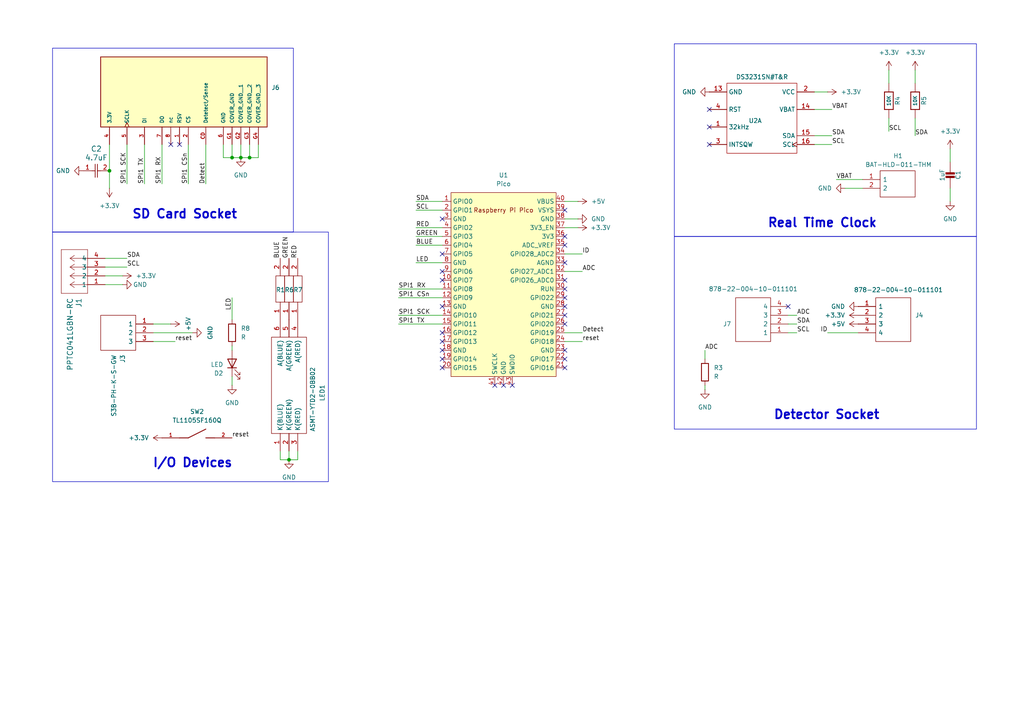
<source format=kicad_sch>
(kicad_sch
	(version 20250114)
	(generator "eeschema")
	(generator_version "9.0")
	(uuid "336bd683-e7d5-46cb-a5e0-293121ddafc5")
	(paper "A4")
	(lib_symbols
		(symbol "2026-01-01_03-57-06:GRM21BR61H475KE51L"
			(pin_names
				(offset 0.254)
			)
			(exclude_from_sim no)
			(in_bom yes)
			(on_board yes)
			(property "Reference" "C"
				(at 3.81 3.81 0)
				(effects
					(font
						(size 1.524 1.524)
					)
				)
			)
			(property "Value" "GRM21BR61H475KE51L"
				(at 3.81 -3.81 0)
				(effects
					(font
						(size 1.524 1.524)
					)
				)
			)
			(property "Footprint" "CAP_GRM21_2p15X1p4X1p4_MUR"
				(at 0 0 0)
				(effects
					(font
						(size 1.27 1.27)
						(italic yes)
					)
					(hide yes)
				)
			)
			(property "Datasheet" "GRM21BR61H475KE51L"
				(at 0 0 0)
				(effects
					(font
						(size 1.27 1.27)
						(italic yes)
					)
					(hide yes)
				)
			)
			(property "Description" ""
				(at 0 0 0)
				(effects
					(font
						(size 1.27 1.27)
					)
					(hide yes)
				)
			)
			(property "ki_locked" ""
				(at 0 0 0)
				(effects
					(font
						(size 1.27 1.27)
					)
				)
			)
			(property "ki_keywords" "GRM21BR61H475KE51L"
				(at 0 0 0)
				(effects
					(font
						(size 1.27 1.27)
					)
					(hide yes)
				)
			)
			(property "ki_fp_filters" "CAP_GRM21_2p15X1p4X1p4_MUR CAP_GRM21_2p15X1p4X1p4_MUR-M CAP_GRM21_2p15X1p4X1p4_MUR-L"
				(at 0 0 0)
				(effects
					(font
						(size 1.27 1.27)
					)
					(hide yes)
				)
			)
			(symbol "GRM21BR61H475KE51L_1_1"
				(polyline
					(pts
						(xy 2.54 0) (xy 3.4798 0)
					)
					(stroke
						(width 0.2032)
						(type default)
					)
					(fill
						(type none)
					)
				)
				(polyline
					(pts
						(xy 3.4798 -1.905) (xy 3.4798 1.905)
					)
					(stroke
						(width 0.2032)
						(type default)
					)
					(fill
						(type none)
					)
				)
				(polyline
					(pts
						(xy 4.1148 0) (xy 5.08 0)
					)
					(stroke
						(width 0.2032)
						(type default)
					)
					(fill
						(type none)
					)
				)
				(polyline
					(pts
						(xy 4.1148 -1.905) (xy 4.1148 1.905)
					)
					(stroke
						(width 0.2032)
						(type default)
					)
					(fill
						(type none)
					)
				)
				(pin unspecified line
					(at 0 0 0)
					(length 2.54)
					(name ""
						(effects
							(font
								(size 1.27 1.27)
							)
						)
					)
					(number "1"
						(effects
							(font
								(size 1.27 1.27)
							)
						)
					)
				)
				(pin unspecified line
					(at 7.62 0 180)
					(length 2.54)
					(name ""
						(effects
							(font
								(size 1.27 1.27)
							)
						)
					)
					(number "2"
						(effects
							(font
								(size 1.27 1.27)
							)
						)
					)
				)
			)
			(symbol "GRM21BR61H475KE51L_1_2"
				(polyline
					(pts
						(xy -1.905 -3.4798) (xy 1.905 -3.4798)
					)
					(stroke
						(width 0.2032)
						(type default)
					)
					(fill
						(type none)
					)
				)
				(polyline
					(pts
						(xy -1.905 -4.1148) (xy 1.905 -4.1148)
					)
					(stroke
						(width 0.2032)
						(type default)
					)
					(fill
						(type none)
					)
				)
				(polyline
					(pts
						(xy 0 -2.54) (xy 0 -3.4798)
					)
					(stroke
						(width 0.2032)
						(type default)
					)
					(fill
						(type none)
					)
				)
				(polyline
					(pts
						(xy 0 -4.1148) (xy 0 -5.08)
					)
					(stroke
						(width 0.2032)
						(type default)
					)
					(fill
						(type none)
					)
				)
				(pin unspecified line
					(at 0 0 270)
					(length 2.54)
					(name ""
						(effects
							(font
								(size 1.27 1.27)
							)
						)
					)
					(number "1"
						(effects
							(font
								(size 1.27 1.27)
							)
						)
					)
				)
				(pin unspecified line
					(at 0 -7.62 90)
					(length 2.54)
					(name ""
						(effects
							(font
								(size 1.27 1.27)
							)
						)
					)
					(number "2"
						(effects
							(font
								(size 1.27 1.27)
							)
						)
					)
				)
			)
			(embedded_fonts no)
		)
		(symbol "2026-01-17_05-32-59:PPTC041LGBN-RC"
			(pin_names
				(offset 0.254)
			)
			(exclude_from_sim no)
			(in_bom yes)
			(on_board yes)
			(property "Reference" "J"
				(at 8.89 6.35 0)
				(effects
					(font
						(size 1.524 1.524)
					)
				)
			)
			(property "Value" "PPTC041LGBN-RC"
				(at 0 0 0)
				(effects
					(font
						(size 1.524 1.524)
					)
				)
			)
			(property "Footprint" "CONN_PPTC041LGBN-RC_SUL"
				(at 0 0 0)
				(effects
					(font
						(size 1.27 1.27)
						(italic yes)
					)
					(hide yes)
				)
			)
			(property "Datasheet" "PPTC041LGBN-RC"
				(at 0 0 0)
				(effects
					(font
						(size 1.27 1.27)
						(italic yes)
					)
					(hide yes)
				)
			)
			(property "Description" ""
				(at 0 0 0)
				(effects
					(font
						(size 1.27 1.27)
					)
					(hide yes)
				)
			)
			(property "ki_locked" ""
				(at 0 0 0)
				(effects
					(font
						(size 1.27 1.27)
					)
				)
			)
			(property "ki_keywords" "PPTC041LGBN-RC"
				(at 0 0 0)
				(effects
					(font
						(size 1.27 1.27)
					)
					(hide yes)
				)
			)
			(property "ki_fp_filters" "CONN_PPTC041LGBN-RC_SUL"
				(at 0 0 0)
				(effects
					(font
						(size 1.27 1.27)
					)
					(hide yes)
				)
			)
			(symbol "PPTC041LGBN-RC_1_1"
				(polyline
					(pts
						(xy 5.08 2.54) (xy 5.08 -10.16)
					)
					(stroke
						(width 0.127)
						(type default)
					)
					(fill
						(type none)
					)
				)
				(polyline
					(pts
						(xy 5.08 -10.16) (xy 12.7 -10.16)
					)
					(stroke
						(width 0.127)
						(type default)
					)
					(fill
						(type none)
					)
				)
				(polyline
					(pts
						(xy 10.16 0) (xy 5.08 0)
					)
					(stroke
						(width 0.127)
						(type default)
					)
					(fill
						(type none)
					)
				)
				(polyline
					(pts
						(xy 10.16 0) (xy 8.89 0.8467)
					)
					(stroke
						(width 0.127)
						(type default)
					)
					(fill
						(type none)
					)
				)
				(polyline
					(pts
						(xy 10.16 0) (xy 8.89 -0.8467)
					)
					(stroke
						(width 0.127)
						(type default)
					)
					(fill
						(type none)
					)
				)
				(polyline
					(pts
						(xy 10.16 -2.54) (xy 5.08 -2.54)
					)
					(stroke
						(width 0.127)
						(type default)
					)
					(fill
						(type none)
					)
				)
				(polyline
					(pts
						(xy 10.16 -2.54) (xy 8.89 -1.6933)
					)
					(stroke
						(width 0.127)
						(type default)
					)
					(fill
						(type none)
					)
				)
				(polyline
					(pts
						(xy 10.16 -2.54) (xy 8.89 -3.3867)
					)
					(stroke
						(width 0.127)
						(type default)
					)
					(fill
						(type none)
					)
				)
				(polyline
					(pts
						(xy 10.16 -5.08) (xy 5.08 -5.08)
					)
					(stroke
						(width 0.127)
						(type default)
					)
					(fill
						(type none)
					)
				)
				(polyline
					(pts
						(xy 10.16 -5.08) (xy 8.89 -4.2333)
					)
					(stroke
						(width 0.127)
						(type default)
					)
					(fill
						(type none)
					)
				)
				(polyline
					(pts
						(xy 10.16 -5.08) (xy 8.89 -5.9267)
					)
					(stroke
						(width 0.127)
						(type default)
					)
					(fill
						(type none)
					)
				)
				(polyline
					(pts
						(xy 10.16 -7.62) (xy 5.08 -7.62)
					)
					(stroke
						(width 0.127)
						(type default)
					)
					(fill
						(type none)
					)
				)
				(polyline
					(pts
						(xy 10.16 -7.62) (xy 8.89 -6.7733)
					)
					(stroke
						(width 0.127)
						(type default)
					)
					(fill
						(type none)
					)
				)
				(polyline
					(pts
						(xy 10.16 -7.62) (xy 8.89 -8.4667)
					)
					(stroke
						(width 0.127)
						(type default)
					)
					(fill
						(type none)
					)
				)
				(polyline
					(pts
						(xy 12.7 2.54) (xy 5.08 2.54)
					)
					(stroke
						(width 0.127)
						(type default)
					)
					(fill
						(type none)
					)
				)
				(polyline
					(pts
						(xy 12.7 -10.16) (xy 12.7 2.54)
					)
					(stroke
						(width 0.127)
						(type default)
					)
					(fill
						(type none)
					)
				)
				(pin unspecified line
					(at 0 0 0)
					(length 5.08)
					(name "1"
						(effects
							(font
								(size 1.27 1.27)
							)
						)
					)
					(number "1"
						(effects
							(font
								(size 1.27 1.27)
							)
						)
					)
				)
				(pin unspecified line
					(at 0 -2.54 0)
					(length 5.08)
					(name "2"
						(effects
							(font
								(size 1.27 1.27)
							)
						)
					)
					(number "2"
						(effects
							(font
								(size 1.27 1.27)
							)
						)
					)
				)
				(pin unspecified line
					(at 0 -5.08 0)
					(length 5.08)
					(name "3"
						(effects
							(font
								(size 1.27 1.27)
							)
						)
					)
					(number "3"
						(effects
							(font
								(size 1.27 1.27)
							)
						)
					)
				)
				(pin unspecified line
					(at 0 -7.62 0)
					(length 5.08)
					(name "4"
						(effects
							(font
								(size 1.27 1.27)
							)
						)
					)
					(number "4"
						(effects
							(font
								(size 1.27 1.27)
							)
						)
					)
				)
			)
			(symbol "PPTC041LGBN-RC_1_2"
				(polyline
					(pts
						(xy 5.08 2.54) (xy 5.08 -10.16)
					)
					(stroke
						(width 0.127)
						(type default)
					)
					(fill
						(type none)
					)
				)
				(polyline
					(pts
						(xy 5.08 -10.16) (xy 12.7 -10.16)
					)
					(stroke
						(width 0.127)
						(type default)
					)
					(fill
						(type none)
					)
				)
				(polyline
					(pts
						(xy 7.62 0) (xy 5.08 0)
					)
					(stroke
						(width 0.127)
						(type default)
					)
					(fill
						(type none)
					)
				)
				(polyline
					(pts
						(xy 7.62 0) (xy 8.89 0.8467)
					)
					(stroke
						(width 0.127)
						(type default)
					)
					(fill
						(type none)
					)
				)
				(polyline
					(pts
						(xy 7.62 0) (xy 8.89 -0.8467)
					)
					(stroke
						(width 0.127)
						(type default)
					)
					(fill
						(type none)
					)
				)
				(polyline
					(pts
						(xy 7.62 -2.54) (xy 5.08 -2.54)
					)
					(stroke
						(width 0.127)
						(type default)
					)
					(fill
						(type none)
					)
				)
				(polyline
					(pts
						(xy 7.62 -2.54) (xy 8.89 -1.6933)
					)
					(stroke
						(width 0.127)
						(type default)
					)
					(fill
						(type none)
					)
				)
				(polyline
					(pts
						(xy 7.62 -2.54) (xy 8.89 -3.3867)
					)
					(stroke
						(width 0.127)
						(type default)
					)
					(fill
						(type none)
					)
				)
				(polyline
					(pts
						(xy 7.62 -5.08) (xy 5.08 -5.08)
					)
					(stroke
						(width 0.127)
						(type default)
					)
					(fill
						(type none)
					)
				)
				(polyline
					(pts
						(xy 7.62 -5.08) (xy 8.89 -4.2333)
					)
					(stroke
						(width 0.127)
						(type default)
					)
					(fill
						(type none)
					)
				)
				(polyline
					(pts
						(xy 7.62 -5.08) (xy 8.89 -5.9267)
					)
					(stroke
						(width 0.127)
						(type default)
					)
					(fill
						(type none)
					)
				)
				(polyline
					(pts
						(xy 7.62 -7.62) (xy 5.08 -7.62)
					)
					(stroke
						(width 0.127)
						(type default)
					)
					(fill
						(type none)
					)
				)
				(polyline
					(pts
						(xy 7.62 -7.62) (xy 8.89 -6.7733)
					)
					(stroke
						(width 0.127)
						(type default)
					)
					(fill
						(type none)
					)
				)
				(polyline
					(pts
						(xy 7.62 -7.62) (xy 8.89 -8.4667)
					)
					(stroke
						(width 0.127)
						(type default)
					)
					(fill
						(type none)
					)
				)
				(polyline
					(pts
						(xy 12.7 2.54) (xy 5.08 2.54)
					)
					(stroke
						(width 0.127)
						(type default)
					)
					(fill
						(type none)
					)
				)
				(polyline
					(pts
						(xy 12.7 -10.16) (xy 12.7 2.54)
					)
					(stroke
						(width 0.127)
						(type default)
					)
					(fill
						(type none)
					)
				)
				(pin unspecified line
					(at 0 0 0)
					(length 5.08)
					(name "1"
						(effects
							(font
								(size 1.27 1.27)
							)
						)
					)
					(number "1"
						(effects
							(font
								(size 1.27 1.27)
							)
						)
					)
				)
				(pin unspecified line
					(at 0 -2.54 0)
					(length 5.08)
					(name "2"
						(effects
							(font
								(size 1.27 1.27)
							)
						)
					)
					(number "2"
						(effects
							(font
								(size 1.27 1.27)
							)
						)
					)
				)
				(pin unspecified line
					(at 0 -5.08 0)
					(length 5.08)
					(name "3"
						(effects
							(font
								(size 1.27 1.27)
							)
						)
					)
					(number "3"
						(effects
							(font
								(size 1.27 1.27)
							)
						)
					)
				)
				(pin unspecified line
					(at 0 -7.62 0)
					(length 5.08)
					(name "4"
						(effects
							(font
								(size 1.27 1.27)
							)
						)
					)
					(number "4"
						(effects
							(font
								(size 1.27 1.27)
							)
						)
					)
				)
			)
			(embedded_fonts no)
		)
		(symbol "878-22-004-10-011101:878-22-004-10-011101"
			(pin_names
				(offset 0.762)
			)
			(exclude_from_sim no)
			(in_bom yes)
			(on_board yes)
			(property "Reference" "J"
				(at 16.51 7.62 0)
				(effects
					(font
						(size 1.27 1.27)
					)
					(justify left)
				)
			)
			(property "Value" "878-22-004-10-011101"
				(at 16.51 5.08 0)
				(effects
					(font
						(size 1.27 1.27)
					)
					(justify left)
				)
			)
			(property "Footprint" "8782200410011101"
				(at 16.51 2.54 0)
				(effects
					(font
						(size 1.27 1.27)
					)
					(justify left)
					(hide yes)
				)
			)
			(property "Datasheet" "https://www.mill-max.com/products/spring-loaded/slc-pin-header-strip/878-xx-xxx-10-011101/878-22-004-10-011101?s_term=878-22-004-10-011101&s_type=Quick/Product/Part%20Number%20Search"
				(at 16.51 0 0)
				(effects
					(font
						(size 1.27 1.27)
					)
					(justify left)
					(hide yes)
				)
			)
			(property "Description" "Headers & Wire Housings Magnetic Spring-Loaded Pin Header Strip 4 Pins"
				(at 0 0 0)
				(effects
					(font
						(size 1.27 1.27)
					)
					(hide yes)
				)
			)
			(property "Description_1" "Headers & Wire Housings Magnetic Spring-Loaded Pin Header Strip 4 Pins"
				(at 16.51 -2.54 0)
				(effects
					(font
						(size 1.27 1.27)
					)
					(justify left)
					(hide yes)
				)
			)
			(property "Height" "9.6"
				(at 16.51 -5.08 0)
				(effects
					(font
						(size 1.27 1.27)
					)
					(justify left)
					(hide yes)
				)
			)
			(property "Mouser Part Number" "575-8782200410010000"
				(at 16.51 -7.62 0)
				(effects
					(font
						(size 1.27 1.27)
					)
					(justify left)
					(hide yes)
				)
			)
			(property "Mouser Price/Stock" "https://www.mouser.co.uk/ProductDetail/Mill-Max/878-22-004-10-011101?qs=t7xnP681wgWdOYPvR3%252B%2FbA%3D%3D"
				(at 16.51 -10.16 0)
				(effects
					(font
						(size 1.27 1.27)
					)
					(justify left)
					(hide yes)
				)
			)
			(property "Manufacturer_Name" "Mill-Max"
				(at 16.51 -12.7 0)
				(effects
					(font
						(size 1.27 1.27)
					)
					(justify left)
					(hide yes)
				)
			)
			(property "Manufacturer_Part_Number" "878-22-004-10-011101"
				(at 16.51 -15.24 0)
				(effects
					(font
						(size 1.27 1.27)
					)
					(justify left)
					(hide yes)
				)
			)
			(symbol "878-22-004-10-011101_0_0"
				(pin passive line
					(at 0 0 0)
					(length 5.08)
					(name "1"
						(effects
							(font
								(size 1.27 1.27)
							)
						)
					)
					(number "1"
						(effects
							(font
								(size 1.27 1.27)
							)
						)
					)
				)
				(pin passive line
					(at 0 -2.54 0)
					(length 5.08)
					(name "2"
						(effects
							(font
								(size 1.27 1.27)
							)
						)
					)
					(number "2"
						(effects
							(font
								(size 1.27 1.27)
							)
						)
					)
				)
				(pin passive line
					(at 0 -5.08 0)
					(length 5.08)
					(name "3"
						(effects
							(font
								(size 1.27 1.27)
							)
						)
					)
					(number "3"
						(effects
							(font
								(size 1.27 1.27)
							)
						)
					)
				)
				(pin passive line
					(at 0 -7.62 0)
					(length 5.08)
					(name "4"
						(effects
							(font
								(size 1.27 1.27)
							)
						)
					)
					(number "4"
						(effects
							(font
								(size 1.27 1.27)
							)
						)
					)
				)
			)
			(symbol "878-22-004-10-011101_0_1"
				(polyline
					(pts
						(xy 5.08 2.54) (xy 15.24 2.54) (xy 15.24 -10.16) (xy 5.08 -10.16) (xy 5.08 2.54)
					)
					(stroke
						(width 0.1524)
						(type solid)
					)
					(fill
						(type none)
					)
				)
			)
			(embedded_fonts no)
		)
		(symbol "ASMT-YTD2-0BB02:ASMT-YTD2-0BB02"
			(pin_names
				(offset 0.762)
			)
			(exclude_from_sim no)
			(in_bom yes)
			(on_board yes)
			(property "Reference" "LED"
				(at 34.29 7.62 0)
				(effects
					(font
						(size 1.27 1.27)
					)
					(justify left)
				)
			)
			(property "Value" "ASMT-YTD2-0BB02"
				(at 34.29 5.08 0)
				(effects
					(font
						(size 1.27 1.27)
					)
					(justify left)
				)
			)
			(property "Footprint" "ASMTYTD20BB02"
				(at 34.29 2.54 0)
				(effects
					(font
						(size 1.27 1.27)
					)
					(justify left)
					(hide yes)
				)
			)
			(property "Datasheet" "https://www.broadcom.com/products/leds-and-displays/surface-mount-plcc/plcc-6-leds/asmt-ytd2-0bb02"
				(at 34.29 0 0)
				(effects
					(font
						(size 1.27 1.27)
					)
					(justify left)
					(hide yes)
				)
			)
			(property "Description" "Broadcom ASMT-YTD2-0BB02 3 RGB LED, 470 / 530 / 622 nm PLCC 6, Square Lens SMD package"
				(at 0 0 0)
				(effects
					(font
						(size 1.27 1.27)
					)
					(hide yes)
				)
			)
			(property "Description_1" "Broadcom ASMT-YTD2-0BB02 3 RGB LED, 470 / 530 / 622 nm PLCC 6, Square Lens SMD package"
				(at 34.29 -2.54 0)
				(effects
					(font
						(size 1.27 1.27)
					)
					(justify left)
					(hide yes)
				)
			)
			(property "Height" "2"
				(at 34.29 -5.08 0)
				(effects
					(font
						(size 1.27 1.27)
					)
					(justify left)
					(hide yes)
				)
			)
			(property "Mouser Part Number" "630-ASMT-YTD2-0BB02"
				(at 34.29 -7.62 0)
				(effects
					(font
						(size 1.27 1.27)
					)
					(justify left)
					(hide yes)
				)
			)
			(property "Mouser Price/Stock" "https://www.mouser.co.uk/ProductDetail/Broadcom-Avago/ASMT-YTD2-0BB02?qs=wmFqszA%252Be7P5Mfp7U4pJjA%3D%3D"
				(at 34.29 -10.16 0)
				(effects
					(font
						(size 1.27 1.27)
					)
					(justify left)
					(hide yes)
				)
			)
			(property "Manufacturer_Name" "Avago Technologies"
				(at 34.29 -12.7 0)
				(effects
					(font
						(size 1.27 1.27)
					)
					(justify left)
					(hide yes)
				)
			)
			(property "Manufacturer_Part_Number" "ASMT-YTD2-0BB02"
				(at 34.29 -15.24 0)
				(effects
					(font
						(size 1.27 1.27)
					)
					(justify left)
					(hide yes)
				)
			)
			(symbol "ASMT-YTD2-0BB02_0_0"
				(pin passive line
					(at 0 0 0)
					(length 5.08)
					(name "K(BLUE)"
						(effects
							(font
								(size 1.27 1.27)
							)
						)
					)
					(number "1"
						(effects
							(font
								(size 1.27 1.27)
							)
						)
					)
				)
				(pin passive line
					(at 0 -2.54 0)
					(length 5.08)
					(name "K(GREEN)"
						(effects
							(font
								(size 1.27 1.27)
							)
						)
					)
					(number "2"
						(effects
							(font
								(size 1.27 1.27)
							)
						)
					)
				)
				(pin passive line
					(at 0 -5.08 0)
					(length 5.08)
					(name "K(RED)"
						(effects
							(font
								(size 1.27 1.27)
							)
						)
					)
					(number "3"
						(effects
							(font
								(size 1.27 1.27)
							)
						)
					)
				)
				(pin passive line
					(at 38.1 0 180)
					(length 5.08)
					(name "A(BLUE)"
						(effects
							(font
								(size 1.27 1.27)
							)
						)
					)
					(number "6"
						(effects
							(font
								(size 1.27 1.27)
							)
						)
					)
				)
				(pin passive line
					(at 38.1 -2.54 180)
					(length 5.08)
					(name "A(GREEN)"
						(effects
							(font
								(size 1.27 1.27)
							)
						)
					)
					(number "5"
						(effects
							(font
								(size 1.27 1.27)
							)
						)
					)
				)
				(pin passive line
					(at 38.1 -5.08 180)
					(length 5.08)
					(name "A(RED)"
						(effects
							(font
								(size 1.27 1.27)
							)
						)
					)
					(number "4"
						(effects
							(font
								(size 1.27 1.27)
							)
						)
					)
				)
			)
			(symbol "ASMT-YTD2-0BB02_0_1"
				(polyline
					(pts
						(xy 5.08 2.54) (xy 33.02 2.54) (xy 33.02 -7.62) (xy 5.08 -7.62) (xy 5.08 2.54)
					)
					(stroke
						(width 0.1524)
						(type solid)
					)
					(fill
						(type none)
					)
				)
			)
			(embedded_fonts no)
		)
		(symbol "Adafruit DS3231 RTC Breakout-eagle-import:CAP_CERAMIC0805-NOOUTLINE"
			(exclude_from_sim no)
			(in_bom yes)
			(on_board yes)
			(property "Reference" "C"
				(at -2.29 1.25 90)
				(effects
					(font
						(size 1.27 1.27)
					)
				)
			)
			(property "Value" ""
				(at 2.3 1.25 90)
				(effects
					(font
						(size 1.27 1.27)
					)
				)
			)
			(property "Footprint" "Adafruit DS3231 RTC Breakout:0805-NO"
				(at 0 0 0)
				(effects
					(font
						(size 1.27 1.27)
					)
					(hide yes)
				)
			)
			(property "Datasheet" ""
				(at 0 0 0)
				(effects
					(font
						(size 1.27 1.27)
					)
					(hide yes)
				)
			)
			(property "Description" "Ceramic Capacitors\n\nFor new designs, use the packages preceded by an '_' character since they are more reliable:\n\nThe following footprints should be used on most boards:\n\n• _0402 - Standard footprint for regular board layouts\n• _0603 - Standard footprint for regular board layouts\n• _0805 - Standard footprint for regular board layouts\n• _1206 - Standard footprint for regular board layouts\n\nFor extremely tight-pitch boards where space is at a premium, the following 'micro-pitch' footprints can be used (smaller pads, no silkscreen outline, etc.):\n\n• _0402MP - Micro-pitch footprint for very dense/compact boards\n• _0603MP - Micro-pitch footprint for very dense/compact boards\n• _0805MP - Micro-pitch footprint for very dense/compact boards\n• _1206MP - Micro-pitch footprint for very dense/compact boards"
				(at 0 0 0)
				(effects
					(font
						(size 1.27 1.27)
					)
					(hide yes)
				)
			)
			(property "ki_locked" ""
				(at 0 0 0)
				(effects
					(font
						(size 1.27 1.27)
					)
				)
			)
			(symbol "CAP_CERAMIC0805-NOOUTLINE_1_0"
				(rectangle
					(start -1.27 1.524)
					(end 1.27 2.032)
					(stroke
						(width 0)
						(type default)
					)
					(fill
						(type outline)
					)
				)
				(rectangle
					(start -1.27 0.508)
					(end 1.27 1.016)
					(stroke
						(width 0)
						(type default)
					)
					(fill
						(type outline)
					)
				)
				(polyline
					(pts
						(xy 0 2.54) (xy 0 1.778)
					)
					(stroke
						(width 0.1524)
						(type solid)
					)
					(fill
						(type none)
					)
				)
				(polyline
					(pts
						(xy 0 0.762) (xy 0 0)
					)
					(stroke
						(width 0.1524)
						(type solid)
					)
					(fill
						(type none)
					)
				)
				(pin passive line
					(at 0 5.08 270)
					(length 2.54)
					(name "1"
						(effects
							(font
								(size 0 0)
							)
						)
					)
					(number "1"
						(effects
							(font
								(size 0 0)
							)
						)
					)
				)
				(pin passive line
					(at 0 -2.54 90)
					(length 2.54)
					(name "2"
						(effects
							(font
								(size 0 0)
							)
						)
					)
					(number "2"
						(effects
							(font
								(size 0 0)
							)
						)
					)
				)
			)
			(embedded_fonts no)
		)
		(symbol "Adafruit DS3231 RTC Breakout-eagle-import:RESISTOR0805_NOOUTLINE"
			(exclude_from_sim no)
			(in_bom yes)
			(on_board yes)
			(property "Reference" "R"
				(at 0 2.54 0)
				(effects
					(font
						(size 1.27 1.27)
					)
				)
			)
			(property "Value" ""
				(at 0 0 0)
				(effects
					(font
						(size 1.016 1.016)
						(thickness 0.2032)
						(bold yes)
					)
				)
			)
			(property "Footprint" "Adafruit DS3231 RTC Breakout:0805-NO"
				(at 0 0 0)
				(effects
					(font
						(size 1.27 1.27)
					)
					(hide yes)
				)
			)
			(property "Datasheet" ""
				(at 0 0 0)
				(effects
					(font
						(size 1.27 1.27)
					)
					(hide yes)
				)
			)
			(property "Description" "Resistors\n\nFor new designs, use the packages preceded by an '_' character since they are more reliable:\n\nThe following footprints should be used on most boards:\n\n• _0402 - Standard footprint for regular board layouts\n• _0603 - Standard footprint for regular board layouts\n• _0805 - Standard footprint for regular board layouts\n• _1206 - Standard footprint for regular board layouts\n\nFor extremely tight-pitch boards where space is at a premium, the following 'micro-pitch' footprints can be used (smaller pads, no silkscreen outline, etc.):\n\n• _0402MP - Micro-pitch footprint for very dense/compact boards\n• _0603MP - Micro-pitch footprint for very dense/compact boards\n• _0805MP - Micro-pitch footprint for very dense/compact boards\n• _1206MP - Micro-pitch footprint for very dense/compact boards"
				(at 0 0 0)
				(effects
					(font
						(size 1.27 1.27)
					)
					(hide yes)
				)
			)
			(property "ki_locked" ""
				(at 0 0 0)
				(effects
					(font
						(size 1.27 1.27)
					)
				)
			)
			(symbol "RESISTOR0805_NOOUTLINE_1_0"
				(polyline
					(pts
						(xy -2.54 1.27) (xy 2.54 1.27)
					)
					(stroke
						(width 0.254)
						(type solid)
					)
					(fill
						(type none)
					)
				)
				(polyline
					(pts
						(xy -2.54 -1.27) (xy -2.54 1.27)
					)
					(stroke
						(width 0.254)
						(type solid)
					)
					(fill
						(type none)
					)
				)
				(polyline
					(pts
						(xy 2.54 1.27) (xy 2.54 -1.27)
					)
					(stroke
						(width 0.254)
						(type solid)
					)
					(fill
						(type none)
					)
				)
				(polyline
					(pts
						(xy 2.54 -1.27) (xy -2.54 -1.27)
					)
					(stroke
						(width 0.254)
						(type solid)
					)
					(fill
						(type none)
					)
				)
				(pin passive line
					(at -5.08 0 0)
					(length 2.54)
					(name "1"
						(effects
							(font
								(size 0 0)
							)
						)
					)
					(number "1"
						(effects
							(font
								(size 0 0)
							)
						)
					)
				)
				(pin passive line
					(at 5.08 0 180)
					(length 2.54)
					(name "2"
						(effects
							(font
								(size 0 0)
							)
						)
					)
					(number "2"
						(effects
							(font
								(size 0 0)
							)
						)
					)
				)
			)
			(embedded_fonts no)
		)
		(symbol "BAT-HLD-011-THM:BAT-HLD-011-THM"
			(pin_names
				(offset 0.762)
			)
			(exclude_from_sim no)
			(in_bom yes)
			(on_board yes)
			(property "Reference" "H"
				(at 16.51 7.62 0)
				(effects
					(font
						(size 1.27 1.27)
					)
					(justify left)
				)
			)
			(property "Value" "BAT-HLD-011-THM"
				(at 16.51 5.08 0)
				(effects
					(font
						(size 1.27 1.27)
					)
					(justify left)
				)
			)
			(property "Footprint" "BATHLD011THM"
				(at 16.51 2.54 0)
				(effects
					(font
						(size 1.27 1.27)
					)
					(justify left)
					(hide yes)
				)
			)
			(property "Datasheet" "https://www.te.com/commerce/DocumentDelivery/DDEController?Action=srchrtrv&DocNm=C-BAT-HLD-011-THM&DocType=Customer+Drawing&DocLang=English&DocFormat=pdf&PartCntxt=BAT-HLD-011-THM"
				(at 16.51 0 0)
				(effects
					(font
						(size 1.27 1.27)
					)
					(justify left)
					(hide yes)
				)
			)
			(property "Description" "Coin Cell Battery Holders Holder for 1620 and 1632 Batteries, Through Hole Mount"
				(at 0 0 0)
				(effects
					(font
						(size 1.27 1.27)
					)
					(hide yes)
				)
			)
			(property "Description_1" "Coin Cell Battery Holders Holder for 1620 and 1632 Batteries, Through Hole Mount"
				(at 16.51 -2.54 0)
				(effects
					(font
						(size 1.27 1.27)
					)
					(justify left)
					(hide yes)
				)
			)
			(property "Height" "7.2"
				(at 16.51 -5.08 0)
				(effects
					(font
						(size 1.27 1.27)
					)
					(justify left)
					(hide yes)
				)
			)
			(property "Mouser Part Number" "712-BAT-HLD-011-THM"
				(at 16.51 -7.62 0)
				(effects
					(font
						(size 1.27 1.27)
					)
					(justify left)
					(hide yes)
				)
			)
			(property "Mouser Price/Stock" "https://www.mouser.co.uk/ProductDetail/TE-Connectivity-Linx-Technologies/BAT-HLD-011-THM?qs=4ASt3YYao0WKtc10bmWNSw%3D%3D"
				(at 16.51 -10.16 0)
				(effects
					(font
						(size 1.27 1.27)
					)
					(justify left)
					(hide yes)
				)
			)
			(property "Manufacturer_Name" "TE Connectivity"
				(at 16.51 -12.7 0)
				(effects
					(font
						(size 1.27 1.27)
					)
					(justify left)
					(hide yes)
				)
			)
			(property "Manufacturer_Part_Number" "BAT-HLD-011-THM"
				(at 16.51 -15.24 0)
				(effects
					(font
						(size 1.27 1.27)
					)
					(justify left)
					(hide yes)
				)
			)
			(symbol "BAT-HLD-011-THM_0_0"
				(pin passive line
					(at 0 0 0)
					(length 5.08)
					(name "1"
						(effects
							(font
								(size 1.27 1.27)
							)
						)
					)
					(number "1"
						(effects
							(font
								(size 1.27 1.27)
							)
						)
					)
				)
				(pin passive line
					(at 0 -2.54 0)
					(length 5.08)
					(name "2"
						(effects
							(font
								(size 1.27 1.27)
							)
						)
					)
					(number "2"
						(effects
							(font
								(size 1.27 1.27)
							)
						)
					)
				)
			)
			(symbol "BAT-HLD-011-THM_0_1"
				(polyline
					(pts
						(xy 5.08 2.54) (xy 15.24 2.54) (xy 15.24 -5.08) (xy 5.08 -5.08) (xy 5.08 2.54)
					)
					(stroke
						(width 0.1524)
						(type solid)
					)
					(fill
						(type none)
					)
				)
			)
			(embedded_fonts no)
		)
		(symbol "DS3231SN#1_DS3231SN#-altium-import:root_0_DS3231SN#T&R_"
			(exclude_from_sim no)
			(in_bom yes)
			(on_board yes)
			(property "Reference" ""
				(at 0 0 0)
				(effects
					(font
						(size 1.27 1.27)
					)
				)
			)
			(property "Value" ""
				(at 0 0 0)
				(effects
					(font
						(size 1.27 1.27)
					)
				)
			)
			(property "Footprint" ""
				(at 0 0 0)
				(effects
					(font
						(size 1.27 1.27)
					)
					(hide yes)
				)
			)
			(property "Datasheet" ""
				(at 0 0 0)
				(effects
					(font
						(size 1.27 1.27)
					)
					(hide yes)
				)
			)
			(property "Description" ""
				(at 0 0 0)
				(effects
					(font
						(size 1.27 1.27)
					)
					(hide yes)
				)
			)
			(property "ki_fp_filters" "*SOIC-16_L10.3-W7.5-P1.27-LS10.3-BL*"
				(at 0 0 0)
				(effects
					(font
						(size 1.27 1.27)
					)
					(hide yes)
				)
			)
			(symbol "root_0_DS3231SN#T&R__1_0"
				(rectangle
					(start -10.16 10.16)
					(end 10.16 -10.16)
					(stroke
						(width 0)
						(type solid)
						(color 160 0 0 1)
					)
					(fill
						(type none)
					)
				)
				(pin passive clock
					(at -15.24 7.62 0)
					(length 5.08)
					(name "SCL"
						(effects
							(font
								(size 1.27 1.27)
							)
						)
					)
					(number "16"
						(effects
							(font
								(size 1.27 1.27)
							)
						)
					)
				)
				(pin passive line
					(at -15.24 5.08 0)
					(length 5.08)
					(name "SDA"
						(effects
							(font
								(size 1.27 1.27)
							)
						)
					)
					(number "15"
						(effects
							(font
								(size 1.27 1.27)
							)
						)
					)
				)
				(pin passive line
					(at -15.24 -2.54 0)
					(length 5.08)
					(name "VBAT"
						(effects
							(font
								(size 1.27 1.27)
							)
						)
					)
					(number "14"
						(effects
							(font
								(size 1.27 1.27)
							)
						)
					)
				)
				(pin passive line
					(at -15.24 -7.62 0)
					(length 5.08)
					(name "VCC"
						(effects
							(font
								(size 1.27 1.27)
							)
						)
					)
					(number "2"
						(effects
							(font
								(size 1.27 1.27)
							)
						)
					)
				)
				(pin passive line
					(at 15.24 7.62 180)
					(length 5.08)
					(name "INTSQW"
						(effects
							(font
								(size 1.27 1.27)
							)
						)
					)
					(number "3"
						(effects
							(font
								(size 1.27 1.27)
							)
						)
					)
				)
				(pin passive line
					(at 15.24 2.54 180)
					(length 5.08)
					(name "32kHz"
						(effects
							(font
								(size 1.27 1.27)
							)
						)
					)
					(number "1"
						(effects
							(font
								(size 1.27 1.27)
							)
						)
					)
				)
				(pin passive line
					(at 15.24 -2.54 180)
					(length 5.08)
					(name "RST"
						(effects
							(font
								(size 1.27 1.27)
							)
						)
					)
					(number "4"
						(effects
							(font
								(size 1.27 1.27)
							)
						)
					)
				)
				(pin passive line
					(at 15.24 -7.62 180)
					(length 5.08)
					(name "GND"
						(effects
							(font
								(size 1.27 1.27)
							)
						)
					)
					(number "13"
						(effects
							(font
								(size 1.27 1.27)
							)
						)
					)
				)
			)
			(symbol "root_0_DS3231SN#T&R__2_0"
				(rectangle
					(start -6.35 6.35)
					(end 6.35 -6.35)
					(stroke
						(width 0)
						(type solid)
						(color 160 0 0 1)
					)
					(fill
						(type none)
					)
				)
				(pin passive line
					(at -11.43 3.81 0)
					(length 5.08)
					(name "NC"
						(effects
							(font
								(size 1.27 1.27)
							)
						)
					)
					(number "5"
						(effects
							(font
								(size 1.27 1.27)
							)
						)
					)
				)
				(pin passive line
					(at -11.43 1.27 0)
					(length 5.08)
					(name "NC"
						(effects
							(font
								(size 1.27 1.27)
							)
						)
					)
					(number "6"
						(effects
							(font
								(size 1.27 1.27)
							)
						)
					)
				)
				(pin passive line
					(at -11.43 -1.27 0)
					(length 5.08)
					(name "NC"
						(effects
							(font
								(size 1.27 1.27)
							)
						)
					)
					(number "7"
						(effects
							(font
								(size 1.27 1.27)
							)
						)
					)
				)
				(pin passive line
					(at -11.43 -3.81 0)
					(length 5.08)
					(name "NC"
						(effects
							(font
								(size 1.27 1.27)
							)
						)
					)
					(number "8"
						(effects
							(font
								(size 1.27 1.27)
							)
						)
					)
				)
				(pin passive line
					(at 11.43 3.81 180)
					(length 5.08)
					(name "NC"
						(effects
							(font
								(size 1.27 1.27)
							)
						)
					)
					(number "9"
						(effects
							(font
								(size 1.27 1.27)
							)
						)
					)
				)
				(pin passive line
					(at 11.43 1.27 180)
					(length 5.08)
					(name "NC"
						(effects
							(font
								(size 1.27 1.27)
							)
						)
					)
					(number "10"
						(effects
							(font
								(size 1.27 1.27)
							)
						)
					)
				)
				(pin passive line
					(at 11.43 -1.27 180)
					(length 5.08)
					(name "NC"
						(effects
							(font
								(size 1.27 1.27)
							)
						)
					)
					(number "11"
						(effects
							(font
								(size 1.27 1.27)
							)
						)
					)
				)
				(pin passive line
					(at 11.43 -3.81 180)
					(length 5.08)
					(name "NC"
						(effects
							(font
								(size 1.27 1.27)
							)
						)
					)
					(number "12"
						(effects
							(font
								(size 1.27 1.27)
							)
						)
					)
				)
			)
			(embedded_fonts no)
		)
		(symbol "Device:LED"
			(pin_numbers
				(hide yes)
			)
			(pin_names
				(offset 1.016)
				(hide yes)
			)
			(exclude_from_sim no)
			(in_bom yes)
			(on_board yes)
			(property "Reference" "D"
				(at 0 2.54 0)
				(effects
					(font
						(size 1.27 1.27)
					)
				)
			)
			(property "Value" "LED"
				(at 0 -2.54 0)
				(effects
					(font
						(size 1.27 1.27)
					)
				)
			)
			(property "Footprint" ""
				(at 0 0 0)
				(effects
					(font
						(size 1.27 1.27)
					)
					(hide yes)
				)
			)
			(property "Datasheet" "~"
				(at 0 0 0)
				(effects
					(font
						(size 1.27 1.27)
					)
					(hide yes)
				)
			)
			(property "Description" "Light emitting diode"
				(at 0 0 0)
				(effects
					(font
						(size 1.27 1.27)
					)
					(hide yes)
				)
			)
			(property "Sim.Pins" "1=K 2=A"
				(at 0 0 0)
				(effects
					(font
						(size 1.27 1.27)
					)
					(hide yes)
				)
			)
			(property "ki_keywords" "LED diode"
				(at 0 0 0)
				(effects
					(font
						(size 1.27 1.27)
					)
					(hide yes)
				)
			)
			(property "ki_fp_filters" "LED* LED_SMD:* LED_THT:*"
				(at 0 0 0)
				(effects
					(font
						(size 1.27 1.27)
					)
					(hide yes)
				)
			)
			(symbol "LED_0_1"
				(polyline
					(pts
						(xy -3.048 -0.762) (xy -4.572 -2.286) (xy -3.81 -2.286) (xy -4.572 -2.286) (xy -4.572 -1.524)
					)
					(stroke
						(width 0)
						(type default)
					)
					(fill
						(type none)
					)
				)
				(polyline
					(pts
						(xy -1.778 -0.762) (xy -3.302 -2.286) (xy -2.54 -2.286) (xy -3.302 -2.286) (xy -3.302 -1.524)
					)
					(stroke
						(width 0)
						(type default)
					)
					(fill
						(type none)
					)
				)
				(polyline
					(pts
						(xy -1.27 0) (xy 1.27 0)
					)
					(stroke
						(width 0)
						(type default)
					)
					(fill
						(type none)
					)
				)
				(polyline
					(pts
						(xy -1.27 -1.27) (xy -1.27 1.27)
					)
					(stroke
						(width 0.254)
						(type default)
					)
					(fill
						(type none)
					)
				)
				(polyline
					(pts
						(xy 1.27 -1.27) (xy 1.27 1.27) (xy -1.27 0) (xy 1.27 -1.27)
					)
					(stroke
						(width 0.254)
						(type default)
					)
					(fill
						(type none)
					)
				)
			)
			(symbol "LED_1_1"
				(pin passive line
					(at -3.81 0 0)
					(length 2.54)
					(name "K"
						(effects
							(font
								(size 1.27 1.27)
							)
						)
					)
					(number "1"
						(effects
							(font
								(size 1.27 1.27)
							)
						)
					)
				)
				(pin passive line
					(at 3.81 0 180)
					(length 2.54)
					(name "A"
						(effects
							(font
								(size 1.27 1.27)
							)
						)
					)
					(number "2"
						(effects
							(font
								(size 1.27 1.27)
							)
						)
					)
				)
			)
			(embedded_fonts no)
		)
		(symbol "Device:R"
			(pin_numbers
				(hide yes)
			)
			(pin_names
				(offset 0)
			)
			(exclude_from_sim no)
			(in_bom yes)
			(on_board yes)
			(property "Reference" "R"
				(at 2.032 0 90)
				(effects
					(font
						(size 1.27 1.27)
					)
				)
			)
			(property "Value" "R"
				(at 0 0 90)
				(effects
					(font
						(size 1.27 1.27)
					)
				)
			)
			(property "Footprint" ""
				(at -1.778 0 90)
				(effects
					(font
						(size 1.27 1.27)
					)
					(hide yes)
				)
			)
			(property "Datasheet" "~"
				(at 0 0 0)
				(effects
					(font
						(size 1.27 1.27)
					)
					(hide yes)
				)
			)
			(property "Description" "Resistor"
				(at 0 0 0)
				(effects
					(font
						(size 1.27 1.27)
					)
					(hide yes)
				)
			)
			(property "ki_keywords" "R res resistor"
				(at 0 0 0)
				(effects
					(font
						(size 1.27 1.27)
					)
					(hide yes)
				)
			)
			(property "ki_fp_filters" "R_*"
				(at 0 0 0)
				(effects
					(font
						(size 1.27 1.27)
					)
					(hide yes)
				)
			)
			(symbol "R_0_1"
				(rectangle
					(start -1.016 -2.54)
					(end 1.016 2.54)
					(stroke
						(width 0.254)
						(type default)
					)
					(fill
						(type none)
					)
				)
			)
			(symbol "R_1_1"
				(pin passive line
					(at 0 3.81 270)
					(length 1.27)
					(name "~"
						(effects
							(font
								(size 1.27 1.27)
							)
						)
					)
					(number "1"
						(effects
							(font
								(size 1.27 1.27)
							)
						)
					)
				)
				(pin passive line
					(at 0 -3.81 90)
					(length 1.27)
					(name "~"
						(effects
							(font
								(size 1.27 1.27)
							)
						)
					)
					(number "2"
						(effects
							(font
								(size 1.27 1.27)
							)
						)
					)
				)
			)
			(embedded_fonts no)
		)
		(symbol "MCU08050C3300FP500:MCU08050C3300FP500"
			(pin_names
				(offset 0.762)
			)
			(exclude_from_sim no)
			(in_bom yes)
			(on_board yes)
			(property "Reference" "R"
				(at 13.97 6.35 0)
				(effects
					(font
						(size 1.27 1.27)
					)
					(justify left)
				)
			)
			(property "Value" "MCU08050C3300FP500"
				(at 13.97 3.81 0)
				(effects
					(font
						(size 1.27 1.27)
					)
					(justify left)
				)
			)
			(property "Footprint" "RESC2012X55N"
				(at 13.97 1.27 0)
				(effects
					(font
						(size 1.27 1.27)
					)
					(justify left)
					(hide yes)
				)
			)
			(property "Datasheet" "http://www.vishay.com/docs/28705/mcx0x0xpro.pdf"
				(at 13.97 -1.27 0)
				(effects
					(font
						(size 1.27 1.27)
					)
					(justify left)
					(hide yes)
				)
			)
			(property "Description" "RES SMD 330 OHM 1% 1/5W 0805"
				(at 0 0 0)
				(effects
					(font
						(size 1.27 1.27)
					)
					(hide yes)
				)
			)
			(property "Description_1" "RES SMD 330 OHM 1% 1/5W 0805"
				(at 13.97 -3.81 0)
				(effects
					(font
						(size 1.27 1.27)
					)
					(justify left)
					(hide yes)
				)
			)
			(property "Height" "0.55"
				(at 13.97 -6.35 0)
				(effects
					(font
						(size 1.27 1.27)
					)
					(justify left)
					(hide yes)
				)
			)
			(property "Mouser Part Number" "594-MCU08050C3300FP5"
				(at 13.97 -8.89 0)
				(effects
					(font
						(size 1.27 1.27)
					)
					(justify left)
					(hide yes)
				)
			)
			(property "Mouser Price/Stock" "https://www.mouser.co.uk/ProductDetail/Vishay-Beyschlag/MCU08050C3300FP500?qs=hjSuqQECij%252Bru8%252BZTqcyAw%3D%3D"
				(at 13.97 -11.43 0)
				(effects
					(font
						(size 1.27 1.27)
					)
					(justify left)
					(hide yes)
				)
			)
			(property "Manufacturer_Name" "Vishay"
				(at 13.97 -13.97 0)
				(effects
					(font
						(size 1.27 1.27)
					)
					(justify left)
					(hide yes)
				)
			)
			(property "Manufacturer_Part_Number" "MCU08050C3300FP500"
				(at 13.97 -16.51 0)
				(effects
					(font
						(size 1.27 1.27)
					)
					(justify left)
					(hide yes)
				)
			)
			(symbol "MCU08050C3300FP500_0_0"
				(pin passive line
					(at 0 0 0)
					(length 5.08)
					(name "~"
						(effects
							(font
								(size 1.27 1.27)
							)
						)
					)
					(number "1"
						(effects
							(font
								(size 1.27 1.27)
							)
						)
					)
				)
				(pin passive line
					(at 17.78 0 180)
					(length 5.08)
					(name "~"
						(effects
							(font
								(size 1.27 1.27)
							)
						)
					)
					(number "2"
						(effects
							(font
								(size 1.27 1.27)
							)
						)
					)
				)
			)
			(symbol "MCU08050C3300FP500_0_1"
				(polyline
					(pts
						(xy 5.08 1.27) (xy 12.7 1.27) (xy 12.7 -1.27) (xy 5.08 -1.27) (xy 5.08 1.27)
					)
					(stroke
						(width 0.1524)
						(type solid)
					)
					(fill
						(type none)
					)
				)
			)
			(embedded_fonts no)
		)
		(symbol "MCU_RaspberryPi_and_Boards:Pico"
			(exclude_from_sim no)
			(in_bom yes)
			(on_board yes)
			(property "Reference" "U"
				(at -13.97 27.94 0)
				(effects
					(font
						(size 1.27 1.27)
					)
				)
			)
			(property "Value" "Pico"
				(at 0 19.05 0)
				(effects
					(font
						(size 1.27 1.27)
					)
				)
			)
			(property "Footprint" "RPi_Pico:RPi_Pico_SMD_TH"
				(at 0 0 90)
				(effects
					(font
						(size 1.27 1.27)
					)
					(hide yes)
				)
			)
			(property "Datasheet" ""
				(at 0 0 0)
				(effects
					(font
						(size 1.27 1.27)
					)
					(hide yes)
				)
			)
			(property "Description" ""
				(at 0 0 0)
				(effects
					(font
						(size 1.27 1.27)
					)
					(hide yes)
				)
			)
			(symbol "Pico_0_0"
				(text "Raspberry Pi Pico"
					(at 0 21.59 0)
					(effects
						(font
							(size 1.27 1.27)
						)
					)
				)
			)
			(symbol "Pico_0_1"
				(rectangle
					(start -15.24 26.67)
					(end 15.24 -26.67)
					(stroke
						(width 0)
						(type default)
					)
					(fill
						(type background)
					)
				)
			)
			(symbol "Pico_1_1"
				(pin bidirectional line
					(at -17.78 24.13 0)
					(length 2.54)
					(name "GPIO0"
						(effects
							(font
								(size 1.27 1.27)
							)
						)
					)
					(number "1"
						(effects
							(font
								(size 1.27 1.27)
							)
						)
					)
				)
				(pin bidirectional line
					(at -17.78 21.59 0)
					(length 2.54)
					(name "GPIO1"
						(effects
							(font
								(size 1.27 1.27)
							)
						)
					)
					(number "2"
						(effects
							(font
								(size 1.27 1.27)
							)
						)
					)
				)
				(pin power_in line
					(at -17.78 19.05 0)
					(length 2.54)
					(name "GND"
						(effects
							(font
								(size 1.27 1.27)
							)
						)
					)
					(number "3"
						(effects
							(font
								(size 1.27 1.27)
							)
						)
					)
				)
				(pin bidirectional line
					(at -17.78 16.51 0)
					(length 2.54)
					(name "GPIO2"
						(effects
							(font
								(size 1.27 1.27)
							)
						)
					)
					(number "4"
						(effects
							(font
								(size 1.27 1.27)
							)
						)
					)
				)
				(pin bidirectional line
					(at -17.78 13.97 0)
					(length 2.54)
					(name "GPIO3"
						(effects
							(font
								(size 1.27 1.27)
							)
						)
					)
					(number "5"
						(effects
							(font
								(size 1.27 1.27)
							)
						)
					)
				)
				(pin bidirectional line
					(at -17.78 11.43 0)
					(length 2.54)
					(name "GPIO4"
						(effects
							(font
								(size 1.27 1.27)
							)
						)
					)
					(number "6"
						(effects
							(font
								(size 1.27 1.27)
							)
						)
					)
				)
				(pin bidirectional line
					(at -17.78 8.89 0)
					(length 2.54)
					(name "GPIO5"
						(effects
							(font
								(size 1.27 1.27)
							)
						)
					)
					(number "7"
						(effects
							(font
								(size 1.27 1.27)
							)
						)
					)
				)
				(pin power_in line
					(at -17.78 6.35 0)
					(length 2.54)
					(name "GND"
						(effects
							(font
								(size 1.27 1.27)
							)
						)
					)
					(number "8"
						(effects
							(font
								(size 1.27 1.27)
							)
						)
					)
				)
				(pin bidirectional line
					(at -17.78 3.81 0)
					(length 2.54)
					(name "GPIO6"
						(effects
							(font
								(size 1.27 1.27)
							)
						)
					)
					(number "9"
						(effects
							(font
								(size 1.27 1.27)
							)
						)
					)
				)
				(pin bidirectional line
					(at -17.78 1.27 0)
					(length 2.54)
					(name "GPIO7"
						(effects
							(font
								(size 1.27 1.27)
							)
						)
					)
					(number "10"
						(effects
							(font
								(size 1.27 1.27)
							)
						)
					)
				)
				(pin bidirectional line
					(at -17.78 -1.27 0)
					(length 2.54)
					(name "GPIO8"
						(effects
							(font
								(size 1.27 1.27)
							)
						)
					)
					(number "11"
						(effects
							(font
								(size 1.27 1.27)
							)
						)
					)
				)
				(pin bidirectional line
					(at -17.78 -3.81 0)
					(length 2.54)
					(name "GPIO9"
						(effects
							(font
								(size 1.27 1.27)
							)
						)
					)
					(number "12"
						(effects
							(font
								(size 1.27 1.27)
							)
						)
					)
				)
				(pin power_in line
					(at -17.78 -6.35 0)
					(length 2.54)
					(name "GND"
						(effects
							(font
								(size 1.27 1.27)
							)
						)
					)
					(number "13"
						(effects
							(font
								(size 1.27 1.27)
							)
						)
					)
				)
				(pin bidirectional line
					(at -17.78 -8.89 0)
					(length 2.54)
					(name "GPIO10"
						(effects
							(font
								(size 1.27 1.27)
							)
						)
					)
					(number "14"
						(effects
							(font
								(size 1.27 1.27)
							)
						)
					)
				)
				(pin bidirectional line
					(at -17.78 -11.43 0)
					(length 2.54)
					(name "GPIO11"
						(effects
							(font
								(size 1.27 1.27)
							)
						)
					)
					(number "15"
						(effects
							(font
								(size 1.27 1.27)
							)
						)
					)
				)
				(pin bidirectional line
					(at -17.78 -13.97 0)
					(length 2.54)
					(name "GPIO12"
						(effects
							(font
								(size 1.27 1.27)
							)
						)
					)
					(number "16"
						(effects
							(font
								(size 1.27 1.27)
							)
						)
					)
				)
				(pin bidirectional line
					(at -17.78 -16.51 0)
					(length 2.54)
					(name "GPIO13"
						(effects
							(font
								(size 1.27 1.27)
							)
						)
					)
					(number "17"
						(effects
							(font
								(size 1.27 1.27)
							)
						)
					)
				)
				(pin power_in line
					(at -17.78 -19.05 0)
					(length 2.54)
					(name "GND"
						(effects
							(font
								(size 1.27 1.27)
							)
						)
					)
					(number "18"
						(effects
							(font
								(size 1.27 1.27)
							)
						)
					)
				)
				(pin bidirectional line
					(at -17.78 -21.59 0)
					(length 2.54)
					(name "GPIO14"
						(effects
							(font
								(size 1.27 1.27)
							)
						)
					)
					(number "19"
						(effects
							(font
								(size 1.27 1.27)
							)
						)
					)
				)
				(pin bidirectional line
					(at -17.78 -24.13 0)
					(length 2.54)
					(name "GPIO15"
						(effects
							(font
								(size 1.27 1.27)
							)
						)
					)
					(number "20"
						(effects
							(font
								(size 1.27 1.27)
							)
						)
					)
				)
				(pin input line
					(at -2.54 -29.21 90)
					(length 2.54)
					(name "SWCLK"
						(effects
							(font
								(size 1.27 1.27)
							)
						)
					)
					(number "41"
						(effects
							(font
								(size 1.27 1.27)
							)
						)
					)
				)
				(pin power_in line
					(at 0 -29.21 90)
					(length 2.54)
					(name "GND"
						(effects
							(font
								(size 1.27 1.27)
							)
						)
					)
					(number "42"
						(effects
							(font
								(size 1.27 1.27)
							)
						)
					)
				)
				(pin bidirectional line
					(at 2.54 -29.21 90)
					(length 2.54)
					(name "SWDIO"
						(effects
							(font
								(size 1.27 1.27)
							)
						)
					)
					(number "43"
						(effects
							(font
								(size 1.27 1.27)
							)
						)
					)
				)
				(pin power_in line
					(at 17.78 24.13 180)
					(length 2.54)
					(name "VBUS"
						(effects
							(font
								(size 1.27 1.27)
							)
						)
					)
					(number "40"
						(effects
							(font
								(size 1.27 1.27)
							)
						)
					)
				)
				(pin power_in line
					(at 17.78 21.59 180)
					(length 2.54)
					(name "VSYS"
						(effects
							(font
								(size 1.27 1.27)
							)
						)
					)
					(number "39"
						(effects
							(font
								(size 1.27 1.27)
							)
						)
					)
				)
				(pin bidirectional line
					(at 17.78 19.05 180)
					(length 2.54)
					(name "GND"
						(effects
							(font
								(size 1.27 1.27)
							)
						)
					)
					(number "38"
						(effects
							(font
								(size 1.27 1.27)
							)
						)
					)
				)
				(pin input line
					(at 17.78 16.51 180)
					(length 2.54)
					(name "3V3_EN"
						(effects
							(font
								(size 1.27 1.27)
							)
						)
					)
					(number "37"
						(effects
							(font
								(size 1.27 1.27)
							)
						)
					)
				)
				(pin power_in line
					(at 17.78 13.97 180)
					(length 2.54)
					(name "3V3"
						(effects
							(font
								(size 1.27 1.27)
							)
						)
					)
					(number "36"
						(effects
							(font
								(size 1.27 1.27)
							)
						)
					)
				)
				(pin power_in line
					(at 17.78 11.43 180)
					(length 2.54)
					(name "ADC_VREF"
						(effects
							(font
								(size 1.27 1.27)
							)
						)
					)
					(number "35"
						(effects
							(font
								(size 1.27 1.27)
							)
						)
					)
				)
				(pin bidirectional line
					(at 17.78 8.89 180)
					(length 2.54)
					(name "GPIO28_ADC2"
						(effects
							(font
								(size 1.27 1.27)
							)
						)
					)
					(number "34"
						(effects
							(font
								(size 1.27 1.27)
							)
						)
					)
				)
				(pin power_in line
					(at 17.78 6.35 180)
					(length 2.54)
					(name "AGND"
						(effects
							(font
								(size 1.27 1.27)
							)
						)
					)
					(number "33"
						(effects
							(font
								(size 1.27 1.27)
							)
						)
					)
				)
				(pin bidirectional line
					(at 17.78 3.81 180)
					(length 2.54)
					(name "GPIO27_ADC1"
						(effects
							(font
								(size 1.27 1.27)
							)
						)
					)
					(number "32"
						(effects
							(font
								(size 1.27 1.27)
							)
						)
					)
				)
				(pin bidirectional line
					(at 17.78 1.27 180)
					(length 2.54)
					(name "GPIO26_ADC0"
						(effects
							(font
								(size 1.27 1.27)
							)
						)
					)
					(number "31"
						(effects
							(font
								(size 1.27 1.27)
							)
						)
					)
				)
				(pin input line
					(at 17.78 -1.27 180)
					(length 2.54)
					(name "RUN"
						(effects
							(font
								(size 1.27 1.27)
							)
						)
					)
					(number "30"
						(effects
							(font
								(size 1.27 1.27)
							)
						)
					)
				)
				(pin bidirectional line
					(at 17.78 -3.81 180)
					(length 2.54)
					(name "GPIO22"
						(effects
							(font
								(size 1.27 1.27)
							)
						)
					)
					(number "29"
						(effects
							(font
								(size 1.27 1.27)
							)
						)
					)
				)
				(pin power_in line
					(at 17.78 -6.35 180)
					(length 2.54)
					(name "GND"
						(effects
							(font
								(size 1.27 1.27)
							)
						)
					)
					(number "28"
						(effects
							(font
								(size 1.27 1.27)
							)
						)
					)
				)
				(pin bidirectional line
					(at 17.78 -8.89 180)
					(length 2.54)
					(name "GPIO21"
						(effects
							(font
								(size 1.27 1.27)
							)
						)
					)
					(number "27"
						(effects
							(font
								(size 1.27 1.27)
							)
						)
					)
				)
				(pin bidirectional line
					(at 17.78 -11.43 180)
					(length 2.54)
					(name "GPIO20"
						(effects
							(font
								(size 1.27 1.27)
							)
						)
					)
					(number "26"
						(effects
							(font
								(size 1.27 1.27)
							)
						)
					)
				)
				(pin bidirectional line
					(at 17.78 -13.97 180)
					(length 2.54)
					(name "GPIO19"
						(effects
							(font
								(size 1.27 1.27)
							)
						)
					)
					(number "25"
						(effects
							(font
								(size 1.27 1.27)
							)
						)
					)
				)
				(pin bidirectional line
					(at 17.78 -16.51 180)
					(length 2.54)
					(name "GPIO18"
						(effects
							(font
								(size 1.27 1.27)
							)
						)
					)
					(number "24"
						(effects
							(font
								(size 1.27 1.27)
							)
						)
					)
				)
				(pin power_in line
					(at 17.78 -19.05 180)
					(length 2.54)
					(name "GND"
						(effects
							(font
								(size 1.27 1.27)
							)
						)
					)
					(number "23"
						(effects
							(font
								(size 1.27 1.27)
							)
						)
					)
				)
				(pin bidirectional line
					(at 17.78 -21.59 180)
					(length 2.54)
					(name "GPIO17"
						(effects
							(font
								(size 1.27 1.27)
							)
						)
					)
					(number "22"
						(effects
							(font
								(size 1.27 1.27)
							)
						)
					)
				)
				(pin bidirectional line
					(at 17.78 -24.13 180)
					(length 2.54)
					(name "GPIO16"
						(effects
							(font
								(size 1.27 1.27)
							)
						)
					)
					(number "21"
						(effects
							(font
								(size 1.27 1.27)
							)
						)
					)
				)
			)
			(embedded_fonts no)
		)
		(symbol "MSD-1-A:MSD-1-A"
			(pin_names
				(offset 1.016)
			)
			(exclude_from_sim no)
			(in_bom yes)
			(on_board yes)
			(property "Reference" "J"
				(at -23.622 -12.7 90)
				(effects
					(font
						(size 1.27 1.27)
					)
					(justify left bottom)
				)
			)
			(property "Value" "MSD-1-A"
				(at -3.556 -0.254 0)
				(effects
					(font
						(size 1.27 1.27)
					)
					(justify left bottom)
				)
			)
			(property "Footprint" "MSD-1-A:CUI_MSD-1-A"
				(at -1.524 18.796 0)
				(effects
					(font
						(size 1.27 1.27)
					)
					(justify bottom)
					(hide yes)
				)
			)
			(property "Datasheet" ""
				(at 0 0 0)
				(effects
					(font
						(size 1.27 1.27)
					)
					(hide yes)
				)
			)
			(property "Description" ""
				(at 0 0 0)
				(effects
					(font
						(size 1.27 1.27)
					)
					(hide yes)
				)
			)
			(property "PARTREV" "1.0"
				(at 14.986 10.16 90)
				(effects
					(font
						(size 1.27 1.27)
					)
					(justify bottom)
					(hide yes)
				)
			)
			(property "STANDARD" "Manufacturer Recommendations"
				(at -1.27 12.954 0)
				(effects
					(font
						(size 1.27 1.27)
					)
					(justify bottom)
					(hide yes)
				)
			)
			(property "MAXIMUM_PACKAGE_HEIGHT" "2.00mm"
				(at 1.016 9.144 0)
				(effects
					(font
						(size 1.27 1.27)
					)
					(justify bottom)
					(hide yes)
				)
			)
			(property "MANUFACTURER" "CUI Devices"
				(at 0.508 4.572 0)
				(effects
					(font
						(size 1.27 1.27)
					)
					(justify bottom)
					(hide yes)
				)
			)
			(symbol "MSD-1-A_0_0"
				(rectangle
					(start -22.86 7.62)
					(end 25.4 -12.7)
					(stroke
						(width 0.254)
						(type default)
					)
					(fill
						(type background)
					)
				)
				(pin power_in line
					(at 15.24 -17.78 90)
					(length 5.08)
					(name "COVER_GND"
						(effects
							(font
								(size 1.016 1.016)
							)
						)
					)
					(number "G1"
						(effects
							(font
								(size 1.016 1.016)
							)
						)
					)
				)
				(pin power_in line
					(at 17.78 -17.78 90)
					(length 5.08)
					(name "COVER_GND__1"
						(effects
							(font
								(size 1.016 1.016)
							)
						)
					)
					(number "G2"
						(effects
							(font
								(size 1.016 1.016)
							)
						)
					)
				)
				(pin power_in line
					(at 20.32 -17.78 90)
					(length 5.08)
					(name "COVER_GND__2"
						(effects
							(font
								(size 1.016 1.016)
							)
						)
					)
					(number "G3"
						(effects
							(font
								(size 1.016 1.016)
							)
						)
					)
				)
				(pin power_in line
					(at 22.86 -17.78 90)
					(length 5.08)
					(name "COVER_GND__3"
						(effects
							(font
								(size 1.016 1.016)
							)
						)
					)
					(number "G4"
						(effects
							(font
								(size 1.016 1.016)
							)
						)
					)
				)
			)
			(symbol "MSD-1-A_1_0"
				(pin power_in line
					(at -20.32 -17.78 90)
					(length 5.08)
					(name "3.3V"
						(effects
							(font
								(size 1.016 1.016)
							)
						)
					)
					(number "4"
						(effects
							(font
								(size 1.016 1.016)
							)
						)
					)
				)
				(pin input clock
					(at -15.24 -17.78 90)
					(length 5.08)
					(name "SCLK"
						(effects
							(font
								(size 1.016 1.016)
							)
						)
					)
					(number "5"
						(effects
							(font
								(size 1.016 1.016)
							)
						)
					)
				)
				(pin bidirectional line
					(at -10.16 -17.78 90)
					(length 5.08)
					(name "DI"
						(effects
							(font
								(size 1.016 1.016)
							)
						)
					)
					(number "3"
						(effects
							(font
								(size 1.016 1.016)
							)
						)
					)
				)
				(pin bidirectional line
					(at -5.08 -17.78 90)
					(length 5.08)
					(name "DO"
						(effects
							(font
								(size 1.016 1.016)
							)
						)
					)
					(number "7"
						(effects
							(font
								(size 1.016 1.016)
							)
						)
					)
				)
				(pin bidirectional line
					(at -2.54 -17.78 90)
					(length 5.08)
					(name "nc"
						(effects
							(font
								(size 1.016 1.016)
							)
						)
					)
					(number "8"
						(effects
							(font
								(size 1.016 1.016)
							)
						)
					)
				)
				(pin bidirectional line
					(at 0 -17.78 90)
					(length 5.08)
					(name "RSV"
						(effects
							(font
								(size 1.016 1.016)
							)
						)
					)
					(number "1"
						(effects
							(font
								(size 1.016 1.016)
							)
						)
					)
				)
				(pin bidirectional line
					(at 2.54 -17.78 90)
					(length 5.08)
					(name "CS"
						(effects
							(font
								(size 1.016 1.016)
							)
						)
					)
					(number "2"
						(effects
							(font
								(size 1.016 1.016)
							)
						)
					)
				)
				(pin passive line
					(at 7.62 -17.78 90)
					(length 5.08)
					(name "Detetect/Sense"
						(effects
							(font
								(size 1.016 1.016)
							)
						)
					)
					(number "CD"
						(effects
							(font
								(size 1.016 1.016)
							)
						)
					)
				)
				(pin power_in line
					(at 12.7 -17.78 90)
					(length 5.08)
					(name "GND"
						(effects
							(font
								(size 1.016 1.016)
							)
						)
					)
					(number "6"
						(effects
							(font
								(size 1.016 1.016)
							)
						)
					)
				)
			)
			(embedded_fonts no)
		)
		(symbol "S3B-PH-K-S-GW:S3B-PH-K-S-GW"
			(pin_names
				(offset 0.762)
			)
			(exclude_from_sim no)
			(in_bom yes)
			(on_board yes)
			(property "Reference" "J"
				(at 16.51 7.62 0)
				(effects
					(font
						(size 1.27 1.27)
					)
					(justify left)
				)
			)
			(property "Value" "S3B-PH-K-S-GW"
				(at 16.51 5.08 0)
				(effects
					(font
						(size 1.27 1.27)
					)
					(justify left)
				)
			)
			(property "Footprint" "S3BPHKSGW"
				(at 16.51 2.54 0)
				(effects
					(font
						(size 1.27 1.27)
					)
					(justify left)
					(hide yes)
				)
			)
			(property "Datasheet" "https://www.mouser.in/datasheet/3/1070/1/ePH.pdf"
				(at 16.51 0 0)
				(effects
					(font
						(size 1.27 1.27)
					)
					(justify left)
					(hide yes)
				)
			)
			(property "Description" "Connector Header Through Hole, Right Angle 3 position 0.079\" (2.00mm)"
				(at 0 0 0)
				(effects
					(font
						(size 1.27 1.27)
					)
					(hide yes)
				)
			)
			(property "Description_1" "Connector Header Through Hole, Right Angle 3 position 0.079\" (2.00mm)"
				(at 16.51 -2.54 0)
				(effects
					(font
						(size 1.27 1.27)
					)
					(justify left)
					(hide yes)
				)
			)
			(property "Height" "4.8"
				(at 16.51 -5.08 0)
				(effects
					(font
						(size 1.27 1.27)
					)
					(justify left)
					(hide yes)
				)
			)
			(property "Mouser Part Number" "306-S3B-PH-K-S-GW"
				(at 16.51 -7.62 0)
				(effects
					(font
						(size 1.27 1.27)
					)
					(justify left)
					(hide yes)
				)
			)
			(property "Mouser Price/Stock" "https://www.mouser.co.uk/ProductDetail/JST-Commercial/S3B-PH-K-S-GW?qs=QpmGXVUTftELXF4WxsGzCQ%3D%3D"
				(at 16.51 -10.16 0)
				(effects
					(font
						(size 1.27 1.27)
					)
					(justify left)
					(hide yes)
				)
			)
			(property "Manufacturer_Name" "JST (JAPAN SOLDERLESS TERMINALS)"
				(at 16.51 -12.7 0)
				(effects
					(font
						(size 1.27 1.27)
					)
					(justify left)
					(hide yes)
				)
			)
			(property "Manufacturer_Part_Number" "S3B-PH-K-S-GW"
				(at 16.51 -15.24 0)
				(effects
					(font
						(size 1.27 1.27)
					)
					(justify left)
					(hide yes)
				)
			)
			(symbol "S3B-PH-K-S-GW_0_0"
				(pin passive line
					(at 0 0 0)
					(length 5.08)
					(name "3"
						(effects
							(font
								(size 1.27 1.27)
							)
						)
					)
					(number "3"
						(effects
							(font
								(size 1.27 1.27)
							)
						)
					)
				)
				(pin passive line
					(at 0 -2.54 0)
					(length 5.08)
					(name "2"
						(effects
							(font
								(size 1.27 1.27)
							)
						)
					)
					(number "2"
						(effects
							(font
								(size 1.27 1.27)
							)
						)
					)
				)
				(pin passive line
					(at 0 -5.08 0)
					(length 5.08)
					(name "1"
						(effects
							(font
								(size 1.27 1.27)
							)
						)
					)
					(number "1"
						(effects
							(font
								(size 1.27 1.27)
							)
						)
					)
				)
			)
			(symbol "S3B-PH-K-S-GW_0_1"
				(polyline
					(pts
						(xy 5.08 2.54) (xy 15.24 2.54) (xy 15.24 -7.62) (xy 5.08 -7.62) (xy 5.08 2.54)
					)
					(stroke
						(width 0.1524)
						(type solid)
					)
					(fill
						(type none)
					)
				)
			)
			(embedded_fonts no)
		)
		(symbol "TL1105SF160Q:TL1105SF160Q"
			(pin_names
				(offset 1.016)
			)
			(exclude_from_sim no)
			(in_bom yes)
			(on_board yes)
			(property "Reference" "SW"
				(at -5.08 3.81 0)
				(effects
					(font
						(size 1.27 1.27)
					)
					(justify left bottom)
				)
			)
			(property "Value" "TL1105SF160Q"
				(at -5.08 -5.08 0)
				(effects
					(font
						(size 1.27 1.27)
					)
					(justify left bottom)
				)
			)
			(property "Footprint" "TL1105SF160Q:SW_TL1105SF160Q"
				(at 0 0 0)
				(effects
					(font
						(size 1.27 1.27)
					)
					(justify bottom)
					(hide yes)
				)
			)
			(property "Datasheet" ""
				(at 0 0 0)
				(effects
					(font
						(size 1.27 1.27)
					)
					(hide yes)
				)
			)
			(property "Description" ""
				(at 0 0 0)
				(effects
					(font
						(size 1.27 1.27)
					)
					(hide yes)
				)
			)
			(property "PARTREV" "E"
				(at 0 0 0)
				(effects
					(font
						(size 1.27 1.27)
					)
					(justify bottom)
					(hide yes)
				)
			)
			(property "MANUFACTURER" "E-Switch"
				(at 0 0 0)
				(effects
					(font
						(size 1.27 1.27)
					)
					(justify bottom)
					(hide yes)
				)
			)
			(property "MAXIMUM_PACKAGE_HEIGHT" "7.0mm"
				(at 0 0 0)
				(effects
					(font
						(size 1.27 1.27)
					)
					(justify bottom)
					(hide yes)
				)
			)
			(property "STANDARD" "Manufacturer recommendations"
				(at 0 0 0)
				(effects
					(font
						(size 1.27 1.27)
					)
					(justify bottom)
					(hide yes)
				)
			)
			(symbol "TL1105SF160Q_0_0"
				(polyline
					(pts
						(xy -5.08 0) (xy -2.54 0)
					)
					(stroke
						(width 0.254)
						(type default)
					)
					(fill
						(type none)
					)
				)
				(polyline
					(pts
						(xy -2.54 0) (xy 2.54 2.54)
					)
					(stroke
						(width 0.254)
						(type default)
					)
					(fill
						(type none)
					)
				)
				(polyline
					(pts
						(xy 5.08 0) (xy 2.54 0)
					)
					(stroke
						(width 0.254)
						(type default)
					)
					(fill
						(type none)
					)
				)
				(pin passive line
					(at -10.16 0 0)
					(length 5.08)
					(name "~"
						(effects
							(font
								(size 1.016 1.016)
							)
						)
					)
					(number "1"
						(effects
							(font
								(size 1.016 1.016)
							)
						)
					)
				)
				(pin passive line
					(at 10.16 0 180)
					(length 5.08)
					(name "~"
						(effects
							(font
								(size 1.016 1.016)
							)
						)
					)
					(number "2"
						(effects
							(font
								(size 1.016 1.016)
							)
						)
					)
				)
			)
			(embedded_fonts no)
		)
		(symbol "power:+3.3V"
			(power)
			(pin_numbers
				(hide yes)
			)
			(pin_names
				(offset 0)
				(hide yes)
			)
			(exclude_from_sim no)
			(in_bom yes)
			(on_board yes)
			(property "Reference" "#PWR"
				(at 0 -3.81 0)
				(effects
					(font
						(size 1.27 1.27)
					)
					(hide yes)
				)
			)
			(property "Value" "+3.3V"
				(at 0 3.556 0)
				(effects
					(font
						(size 1.27 1.27)
					)
				)
			)
			(property "Footprint" ""
				(at 0 0 0)
				(effects
					(font
						(size 1.27 1.27)
					)
					(hide yes)
				)
			)
			(property "Datasheet" ""
				(at 0 0 0)
				(effects
					(font
						(size 1.27 1.27)
					)
					(hide yes)
				)
			)
			(property "Description" "Power symbol creates a global label with name \"+3.3V\""
				(at 0 0 0)
				(effects
					(font
						(size 1.27 1.27)
					)
					(hide yes)
				)
			)
			(property "ki_keywords" "global power"
				(at 0 0 0)
				(effects
					(font
						(size 1.27 1.27)
					)
					(hide yes)
				)
			)
			(symbol "+3.3V_0_1"
				(polyline
					(pts
						(xy -0.762 1.27) (xy 0 2.54)
					)
					(stroke
						(width 0)
						(type default)
					)
					(fill
						(type none)
					)
				)
				(polyline
					(pts
						(xy 0 2.54) (xy 0.762 1.27)
					)
					(stroke
						(width 0)
						(type default)
					)
					(fill
						(type none)
					)
				)
				(polyline
					(pts
						(xy 0 0) (xy 0 2.54)
					)
					(stroke
						(width 0)
						(type default)
					)
					(fill
						(type none)
					)
				)
			)
			(symbol "+3.3V_1_1"
				(pin power_in line
					(at 0 0 90)
					(length 0)
					(name "~"
						(effects
							(font
								(size 1.27 1.27)
							)
						)
					)
					(number "1"
						(effects
							(font
								(size 1.27 1.27)
							)
						)
					)
				)
			)
			(embedded_fonts no)
		)
		(symbol "power:+5V"
			(power)
			(pin_numbers
				(hide yes)
			)
			(pin_names
				(offset 0)
				(hide yes)
			)
			(exclude_from_sim no)
			(in_bom yes)
			(on_board yes)
			(property "Reference" "#PWR"
				(at 0 -3.81 0)
				(effects
					(font
						(size 1.27 1.27)
					)
					(hide yes)
				)
			)
			(property "Value" "+5V"
				(at 0 3.556 0)
				(effects
					(font
						(size 1.27 1.27)
					)
				)
			)
			(property "Footprint" ""
				(at 0 0 0)
				(effects
					(font
						(size 1.27 1.27)
					)
					(hide yes)
				)
			)
			(property "Datasheet" ""
				(at 0 0 0)
				(effects
					(font
						(size 1.27 1.27)
					)
					(hide yes)
				)
			)
			(property "Description" "Power symbol creates a global label with name \"+5V\""
				(at 0 0 0)
				(effects
					(font
						(size 1.27 1.27)
					)
					(hide yes)
				)
			)
			(property "ki_keywords" "global power"
				(at 0 0 0)
				(effects
					(font
						(size 1.27 1.27)
					)
					(hide yes)
				)
			)
			(symbol "+5V_0_1"
				(polyline
					(pts
						(xy -0.762 1.27) (xy 0 2.54)
					)
					(stroke
						(width 0)
						(type default)
					)
					(fill
						(type none)
					)
				)
				(polyline
					(pts
						(xy 0 2.54) (xy 0.762 1.27)
					)
					(stroke
						(width 0)
						(type default)
					)
					(fill
						(type none)
					)
				)
				(polyline
					(pts
						(xy 0 0) (xy 0 2.54)
					)
					(stroke
						(width 0)
						(type default)
					)
					(fill
						(type none)
					)
				)
			)
			(symbol "+5V_1_1"
				(pin power_in line
					(at 0 0 90)
					(length 0)
					(name "~"
						(effects
							(font
								(size 1.27 1.27)
							)
						)
					)
					(number "1"
						(effects
							(font
								(size 1.27 1.27)
							)
						)
					)
				)
			)
			(embedded_fonts no)
		)
		(symbol "power:GND"
			(power)
			(pin_numbers
				(hide yes)
			)
			(pin_names
				(offset 0)
				(hide yes)
			)
			(exclude_from_sim no)
			(in_bom yes)
			(on_board yes)
			(property "Reference" "#PWR"
				(at 0 -6.35 0)
				(effects
					(font
						(size 1.27 1.27)
					)
					(hide yes)
				)
			)
			(property "Value" "GND"
				(at 0 -3.81 0)
				(effects
					(font
						(size 1.27 1.27)
					)
				)
			)
			(property "Footprint" ""
				(at 0 0 0)
				(effects
					(font
						(size 1.27 1.27)
					)
					(hide yes)
				)
			)
			(property "Datasheet" ""
				(at 0 0 0)
				(effects
					(font
						(size 1.27 1.27)
					)
					(hide yes)
				)
			)
			(property "Description" "Power symbol creates a global label with name \"GND\" , ground"
				(at 0 0 0)
				(effects
					(font
						(size 1.27 1.27)
					)
					(hide yes)
				)
			)
			(property "ki_keywords" "global power"
				(at 0 0 0)
				(effects
					(font
						(size 1.27 1.27)
					)
					(hide yes)
				)
			)
			(symbol "GND_0_1"
				(polyline
					(pts
						(xy 0 0) (xy 0 -1.27) (xy 1.27 -1.27) (xy 0 -2.54) (xy -1.27 -1.27) (xy 0 -1.27)
					)
					(stroke
						(width 0)
						(type default)
					)
					(fill
						(type none)
					)
				)
			)
			(symbol "GND_1_1"
				(pin power_in line
					(at 0 0 270)
					(length 0)
					(name "~"
						(effects
							(font
								(size 1.27 1.27)
							)
						)
					)
					(number "1"
						(effects
							(font
								(size 1.27 1.27)
							)
						)
					)
				)
			)
			(embedded_fonts no)
		)
	)
	(rectangle
		(start 15.24 13.97)
		(end 85.09 67.31)
		(stroke
			(width 0)
			(type default)
		)
		(fill
			(type none)
		)
		(uuid 66565ea6-b014-4114-bd16-5e805ad443df)
	)
	(rectangle
		(start 195.58 12.7)
		(end 283.21 68.58)
		(stroke
			(width 0)
			(type default)
		)
		(fill
			(type none)
		)
		(uuid 6b46639e-6225-49ac-b364-b7dceca8d779)
	)
	(rectangle
		(start 195.58 68.58)
		(end 283.21 124.46)
		(stroke
			(width 0)
			(type default)
		)
		(fill
			(type none)
		)
		(uuid 76e74883-b06b-4ebc-afe8-96190d9d9ac7)
	)
	(rectangle
		(start 15.24 67.31)
		(end 95.25 139.7)
		(stroke
			(width 0)
			(type default)
		)
		(fill
			(type none)
		)
		(uuid 9cdb00e4-eda9-49ca-bc41-af38827914d4)
	)
	(text "Detector Socket"
		(exclude_from_sim no)
		(at 239.776 120.396 0)
		(effects
			(font
				(size 2.54 2.54)
				(thickness 0.508)
				(bold yes)
			)
		)
		(uuid "5556de56-3588-4c7d-beb7-102523c499e2")
	)
	(text "SD Card Socket"
		(exclude_from_sim no)
		(at 53.594 62.23 0)
		(effects
			(font
				(size 2.54 2.54)
				(thickness 0.508)
				(bold yes)
			)
		)
		(uuid "6430bbf2-1fe4-402e-ba51-ad1e6207d1bb")
	)
	(text "I/O Devices"
		(exclude_from_sim no)
		(at 55.88 134.366 0)
		(effects
			(font
				(size 2.54 2.54)
				(thickness 0.508)
				(bold yes)
			)
		)
		(uuid "82d7cd23-5d53-4076-929a-11e656058c4d")
	)
	(text "Real Time Clock\n"
		(exclude_from_sim no)
		(at 238.506 64.77 0)
		(effects
			(font
				(size 2.54 2.54)
				(thickness 0.508)
				(bold yes)
			)
		)
		(uuid "8b509658-bbc3-4871-894d-83ce68cd1bf4")
	)
	(junction
		(at 31.75 49.53)
		(diameter 0)
		(color 0 0 0 0)
		(uuid "23a0b04d-4856-4c6c-8dea-c01b0a967d61")
	)
	(junction
		(at 83.82 133.35)
		(diameter 0)
		(color 0 0 0 0)
		(uuid "712798fc-a23a-4a69-ad54-d0a25a5f0614")
	)
	(junction
		(at 72.39 45.72)
		(diameter 0)
		(color 0 0 0 0)
		(uuid "72a6fcea-6baa-48d1-bc38-1de511b30b95")
	)
	(junction
		(at 69.85 45.72)
		(diameter 0)
		(color 0 0 0 0)
		(uuid "72fa36e1-528f-45a2-8717-c477967f0028")
	)
	(junction
		(at 67.31 45.72)
		(diameter 0)
		(color 0 0 0 0)
		(uuid "76a37fde-8ae4-4662-87fc-6743b3b915fd")
	)
	(no_connect
		(at 163.83 83.82)
		(uuid "008614af-40ba-4239-921e-b9f2bafe6e2b")
	)
	(no_connect
		(at 128.27 106.68)
		(uuid "0294b9bc-4bd7-4826-a5c2-1d24af8e20b3")
	)
	(no_connect
		(at 228.6 88.9)
		(uuid "032cb977-b267-4170-8763-86f169ad5ea5")
	)
	(no_connect
		(at 128.27 63.5)
		(uuid "1689acbc-7ed3-4587-af8b-8893f9657c06")
	)
	(no_connect
		(at 128.27 88.9)
		(uuid "26d30d57-6f78-4895-8580-1f58b1091e1d")
	)
	(no_connect
		(at 163.83 76.2)
		(uuid "2c20dfce-b454-4709-825b-f1eb5d87c94b")
	)
	(no_connect
		(at 163.83 101.6)
		(uuid "378ed809-410b-43d5-aa6c-33c427488bda")
	)
	(no_connect
		(at 143.51 111.76)
		(uuid "3c4469dd-91e0-4510-bc46-2654500c800e")
	)
	(no_connect
		(at 128.27 99.06)
		(uuid "3f2d406d-3512-4df0-85ba-db355930dc18")
	)
	(no_connect
		(at 148.59 111.76)
		(uuid "3fe10874-ff6b-484c-a19b-9a07e4b97556")
	)
	(no_connect
		(at 163.83 71.12)
		(uuid "44146eee-b718-4ee7-aedb-9d8c3843f417")
	)
	(no_connect
		(at 163.83 60.96)
		(uuid "44ee4a94-fd79-4faa-9f65-09eb835cb18a")
	)
	(no_connect
		(at 146.05 111.76)
		(uuid "54690de3-b428-4fb5-9640-619e237bae8c")
	)
	(no_connect
		(at 205.74 36.83)
		(uuid "6ab29340-81d5-442c-93dd-2906bddb6a3c")
	)
	(no_connect
		(at 163.83 68.58)
		(uuid "6fa31e60-e818-4481-995e-0eff1d33c0c0")
	)
	(no_connect
		(at 163.83 91.44)
		(uuid "7613e88f-dbb9-4279-97ed-196bc93b34d9")
	)
	(no_connect
		(at 128.27 73.66)
		(uuid "8e2df9cc-6791-4797-8b91-a36347bb74e1")
	)
	(no_connect
		(at 163.83 88.9)
		(uuid "8f69337c-d865-427c-b9e4-6aa577e3cd68")
	)
	(no_connect
		(at 52.07 41.91)
		(uuid "8fc53f9d-f484-4c51-943b-0e576564eea4")
	)
	(no_connect
		(at 163.83 86.36)
		(uuid "937173bd-963d-442f-9fd8-eea674c0e46a")
	)
	(no_connect
		(at 163.83 106.68)
		(uuid "97c21af1-a63b-4d2d-b84c-ace6d4020663")
	)
	(no_connect
		(at 128.27 101.6)
		(uuid "9b9ed32e-5934-4f30-aeaa-fb0dc0eb5575")
	)
	(no_connect
		(at 205.74 31.75)
		(uuid "a367be3c-f156-45f6-908c-96a7951e0fc6")
	)
	(no_connect
		(at 128.27 104.14)
		(uuid "b68c9768-6d05-4a55-8b95-7f2ca5f1f3e9")
	)
	(no_connect
		(at 128.27 96.52)
		(uuid "b7505372-7b1a-4aa8-b43c-d0e45233db73")
	)
	(no_connect
		(at 205.74 41.91)
		(uuid "ba0b0fb9-600b-4d83-815a-31bf855ee723")
	)
	(no_connect
		(at 163.83 104.14)
		(uuid "bd6e3b10-c57a-4c66-8d01-6828fd61ccb8")
	)
	(no_connect
		(at 128.27 81.28)
		(uuid "c29795ce-4c6e-4c15-aafb-abd9b3d42005")
	)
	(no_connect
		(at 49.53 41.91)
		(uuid "d90a2b04-f266-40ae-a64a-d3ba72520ad6")
	)
	(no_connect
		(at 163.83 81.28)
		(uuid "f5790b80-7f4b-4149-a76f-50c5e91dfedd")
	)
	(no_connect
		(at 128.27 78.74)
		(uuid "f6779915-6c8d-448d-b7f4-937fd1278d8b")
	)
	(no_connect
		(at 163.83 93.98)
		(uuid "fd57386d-7086-4495-8856-03300441de9c")
	)
	(wire
		(pts
			(xy 204.47 101.6) (xy 204.47 104.14)
		)
		(stroke
			(width 0)
			(type default)
		)
		(uuid "00052739-1f4b-4c16-9c31-14661c26eb70")
	)
	(wire
		(pts
			(xy 231.14 96.52) (xy 228.6 96.52)
		)
		(stroke
			(width 0)
			(type default)
		)
		(uuid "01306193-09d8-447c-ab4e-9e6532d60d19")
	)
	(wire
		(pts
			(xy 67.31 86.36) (xy 67.31 92.71)
		)
		(stroke
			(width 0)
			(type default)
		)
		(uuid "0a2ebadb-8621-4e0e-8337-465fc375d8b6")
	)
	(wire
		(pts
			(xy 115.57 91.44) (xy 128.27 91.44)
		)
		(stroke
			(width 0)
			(type default)
		)
		(uuid "0f75810d-2250-41fa-9c6d-e23133534e3f")
	)
	(wire
		(pts
			(xy 236.22 26.67) (xy 240.03 26.67)
		)
		(stroke
			(width 0)
			(type default)
		)
		(uuid "0f7ae0b0-7170-48fa-9892-e5e2318f0b05")
	)
	(wire
		(pts
			(xy 69.85 41.91) (xy 69.85 45.72)
		)
		(stroke
			(width 0)
			(type default)
		)
		(uuid "0f93c806-3af1-4db4-a547-ddd742d468e2")
	)
	(wire
		(pts
			(xy 81.28 133.35) (xy 83.82 133.35)
		)
		(stroke
			(width 0)
			(type default)
		)
		(uuid "112aedec-3079-4f52-ad54-3b1d8b999d22")
	)
	(wire
		(pts
			(xy 50.8 99.06) (xy 44.45 99.06)
		)
		(stroke
			(width 0)
			(type default)
		)
		(uuid "148ceaa2-a909-4c67-86a1-4d554069a0e0")
	)
	(wire
		(pts
			(xy 228.6 93.98) (xy 231.14 93.98)
		)
		(stroke
			(width 0)
			(type default)
		)
		(uuid "18736877-5095-4765-86d0-e6dee9cc931c")
	)
	(wire
		(pts
			(xy 265.43 20.32) (xy 265.43 24.13)
		)
		(stroke
			(width 0)
			(type default)
		)
		(uuid "1ff05755-e541-4761-a128-ee0cad7b5665")
	)
	(wire
		(pts
			(xy 163.83 73.66) (xy 168.91 73.66)
		)
		(stroke
			(width 0)
			(type default)
		)
		(uuid "2128c5f4-8325-4472-899f-f2e777cc8c01")
	)
	(wire
		(pts
			(xy 41.91 53.34) (xy 41.91 41.91)
		)
		(stroke
			(width 0)
			(type default)
		)
		(uuid "252b3717-e33a-4afe-ab95-55b90484df65")
	)
	(wire
		(pts
			(xy 74.93 45.72) (xy 74.93 41.91)
		)
		(stroke
			(width 0)
			(type default)
		)
		(uuid "276fd0fd-8f68-4f72-bd6a-5cd9c11f6022")
	)
	(wire
		(pts
			(xy 163.83 96.52) (xy 168.91 96.52)
		)
		(stroke
			(width 0)
			(type default)
		)
		(uuid "28dcb61f-57c4-48d9-ba80-ede9b82067bd")
	)
	(wire
		(pts
			(xy 49.53 93.98) (xy 44.45 93.98)
		)
		(stroke
			(width 0)
			(type default)
		)
		(uuid "34dea38a-3772-4923-9199-88039773f8e2")
	)
	(wire
		(pts
			(xy 30.48 77.47) (xy 36.83 77.47)
		)
		(stroke
			(width 0)
			(type default)
		)
		(uuid "354763dd-c081-471c-962c-373edf647851")
	)
	(wire
		(pts
			(xy 265.43 39.37) (xy 265.43 34.29)
		)
		(stroke
			(width 0.1524)
			(type solid)
		)
		(uuid "3a4bd99a-6cb9-4000-8c96-907be71f64d9")
	)
	(wire
		(pts
			(xy 31.75 41.91) (xy 31.75 49.53)
		)
		(stroke
			(width 0)
			(type default)
		)
		(uuid "3c06b476-7d06-4a3d-8f06-23f224928822")
	)
	(wire
		(pts
			(xy 54.61 41.91) (xy 54.61 53.34)
		)
		(stroke
			(width 0)
			(type default)
		)
		(uuid "472e0c49-be55-4aa5-8f16-b28a6ca9e567")
	)
	(wire
		(pts
			(xy 275.59 43.18) (xy 275.59 46.99)
		)
		(stroke
			(width 0)
			(type default)
		)
		(uuid "48775db6-0719-4d44-b337-95f6b3dc8fcf")
	)
	(wire
		(pts
			(xy 69.85 45.72) (xy 72.39 45.72)
		)
		(stroke
			(width 0)
			(type default)
		)
		(uuid "4b459cfb-00e8-4a54-989a-73221c8dbf5e")
	)
	(wire
		(pts
			(xy 67.31 45.72) (xy 69.85 45.72)
		)
		(stroke
			(width 0)
			(type default)
		)
		(uuid "51312017-b5db-4da0-9817-87529eb45d7c")
	)
	(wire
		(pts
			(xy 240.03 96.52) (xy 248.92 96.52)
		)
		(stroke
			(width 0)
			(type default)
		)
		(uuid "51ee5e80-3721-4ae4-8fbc-9bde9c51cdfd")
	)
	(wire
		(pts
			(xy 115.57 93.98) (xy 128.27 93.98)
		)
		(stroke
			(width 0)
			(type default)
		)
		(uuid "558cec46-ad87-49db-921b-12eee028171f")
	)
	(wire
		(pts
			(xy 257.81 20.32) (xy 257.81 24.13)
		)
		(stroke
			(width 0)
			(type default)
		)
		(uuid "572caee2-09e1-4433-87fe-901f5663c938")
	)
	(wire
		(pts
			(xy 35.56 82.55) (xy 30.48 82.55)
		)
		(stroke
			(width 0)
			(type default)
		)
		(uuid "5b041d84-2b1d-4a15-a127-1d099b68096a")
	)
	(wire
		(pts
			(xy 242.57 52.07) (xy 250.19 52.07)
		)
		(stroke
			(width 0)
			(type default)
		)
		(uuid "5c014960-50c0-4121-afaf-16cdf6e17e74")
	)
	(wire
		(pts
			(xy 72.39 41.91) (xy 72.39 45.72)
		)
		(stroke
			(width 0)
			(type default)
		)
		(uuid "5f266450-9f7f-4be2-a40b-4f66c3405a77")
	)
	(wire
		(pts
			(xy 31.75 49.53) (xy 31.75 54.61)
		)
		(stroke
			(width 0)
			(type default)
		)
		(uuid "613c9cbd-0894-4e3d-b428-091b38db08a6")
	)
	(wire
		(pts
			(xy 67.31 111.76) (xy 67.31 109.22)
		)
		(stroke
			(width 0)
			(type default)
		)
		(uuid "61c7027b-be96-4a72-b76b-b9d07a87c0b0")
	)
	(wire
		(pts
			(xy 120.65 71.12) (xy 128.27 71.12)
		)
		(stroke
			(width 0)
			(type default)
		)
		(uuid "6995f6c7-eced-40dd-8aa3-fb8d829b2c21")
	)
	(wire
		(pts
			(xy 86.36 133.35) (xy 86.36 130.81)
		)
		(stroke
			(width 0)
			(type default)
		)
		(uuid "6d186227-eee3-430a-82f2-a97578a0c8b4")
	)
	(wire
		(pts
			(xy 120.65 58.42) (xy 128.27 58.42)
		)
		(stroke
			(width 0)
			(type default)
		)
		(uuid "71979d8f-e4b4-461b-8c60-50bb2908a5a0")
	)
	(wire
		(pts
			(xy 55.88 96.52) (xy 44.45 96.52)
		)
		(stroke
			(width 0)
			(type default)
		)
		(uuid "72b56ab1-a5ed-4b3e-b7b8-51df404eab00")
	)
	(wire
		(pts
			(xy 30.48 80.01) (xy 35.56 80.01)
		)
		(stroke
			(width 0)
			(type default)
		)
		(uuid "7d561b68-005d-4e81-abf8-182dfcc0f938")
	)
	(wire
		(pts
			(xy 167.64 66.04) (xy 163.83 66.04)
		)
		(stroke
			(width 0)
			(type default)
		)
		(uuid "8062f7cd-0e54-4499-88e7-0840a879ab53")
	)
	(wire
		(pts
			(xy 231.14 91.44) (xy 228.6 91.44)
		)
		(stroke
			(width 0)
			(type default)
		)
		(uuid "838bb099-a3dd-4c16-9313-fd524705e9da")
	)
	(wire
		(pts
			(xy 275.59 54.61) (xy 275.59 58.42)
		)
		(stroke
			(width 0)
			(type default)
		)
		(uuid "8a6c7c07-2a1f-4fb3-8df6-ff0ca6b326b1")
	)
	(wire
		(pts
			(xy 168.91 78.74) (xy 163.83 78.74)
		)
		(stroke
			(width 0)
			(type default)
		)
		(uuid "8f6d4ea4-9b9e-4bda-9874-14da54e94762")
	)
	(wire
		(pts
			(xy 36.83 41.91) (xy 36.83 53.34)
		)
		(stroke
			(width 0)
			(type default)
		)
		(uuid "943b24bb-5c56-4056-9f87-f848b24b4abc")
	)
	(wire
		(pts
			(xy 30.48 74.93) (xy 36.83 74.93)
		)
		(stroke
			(width 0)
			(type default)
		)
		(uuid "97bfc951-20a6-499e-aba8-60e1206ba893")
	)
	(wire
		(pts
			(xy 236.22 31.75) (xy 241.3 31.75)
		)
		(stroke
			(width 0)
			(type default)
		)
		(uuid "99e05c01-7a7b-4778-922b-4341d69d9299")
	)
	(wire
		(pts
			(xy 120.65 60.96) (xy 128.27 60.96)
		)
		(stroke
			(width 0)
			(type default)
		)
		(uuid "a3bd2953-cda6-4314-a348-aa24c8c6c02c")
	)
	(wire
		(pts
			(xy 115.57 83.82) (xy 128.27 83.82)
		)
		(stroke
			(width 0)
			(type default)
		)
		(uuid "a55dd7ff-0c23-492c-b0ab-ec5fc0bd455d")
	)
	(wire
		(pts
			(xy 120.65 68.58) (xy 128.27 68.58)
		)
		(stroke
			(width 0)
			(type default)
		)
		(uuid "a5d6870c-eca2-44ca-a49d-1a7e7a513bcc")
	)
	(wire
		(pts
			(xy 64.77 41.91) (xy 64.77 45.72)
		)
		(stroke
			(width 0)
			(type default)
		)
		(uuid "a89f8e5f-3cbc-4c89-897f-793d9eb0682c")
	)
	(wire
		(pts
			(xy 67.31 41.91) (xy 67.31 45.72)
		)
		(stroke
			(width 0)
			(type default)
		)
		(uuid "b31bdd00-aed1-4ce3-81fd-82ff17141dc4")
	)
	(wire
		(pts
			(xy 245.11 54.61) (xy 250.19 54.61)
		)
		(stroke
			(width 0)
			(type default)
		)
		(uuid "b35dffd3-89ee-4f00-a809-78ec1ec6e00b")
	)
	(wire
		(pts
			(xy 59.69 41.91) (xy 59.69 53.34)
		)
		(stroke
			(width 0)
			(type default)
		)
		(uuid "b94478f3-0609-4c90-874c-3f38a50d8447")
	)
	(wire
		(pts
			(xy 83.82 133.35) (xy 86.36 133.35)
		)
		(stroke
			(width 0)
			(type default)
		)
		(uuid "be099660-3a6b-4ca1-8c58-2d17573feb65")
	)
	(wire
		(pts
			(xy 120.65 66.04) (xy 128.27 66.04)
		)
		(stroke
			(width 0)
			(type default)
		)
		(uuid "c4b2052f-a672-4457-85e1-d36a5b399a8c")
	)
	(wire
		(pts
			(xy 46.99 41.91) (xy 46.99 53.34)
		)
		(stroke
			(width 0)
			(type default)
		)
		(uuid "cb93af21-e684-4d1b-b80e-45aa68466880")
	)
	(wire
		(pts
			(xy 115.57 86.36) (xy 128.27 86.36)
		)
		(stroke
			(width 0)
			(type default)
		)
		(uuid "dbb7412c-afb0-42db-bd16-e082ba3609ab")
	)
	(wire
		(pts
			(xy 167.64 63.5) (xy 163.83 63.5)
		)
		(stroke
			(width 0)
			(type default)
		)
		(uuid "e1fa0a1f-ff23-448b-b1fc-392d6c88c44c")
	)
	(wire
		(pts
			(xy 236.22 39.37) (xy 241.3 39.37)
		)
		(stroke
			(width 0)
			(type default)
		)
		(uuid "e3a33e20-6e0e-4d76-9458-cccd2b8cd51c")
	)
	(wire
		(pts
			(xy 64.77 45.72) (xy 67.31 45.72)
		)
		(stroke
			(width 0)
			(type default)
		)
		(uuid "ecf2235e-f6a8-4133-a242-a1ab70d25385")
	)
	(wire
		(pts
			(xy 67.31 100.33) (xy 67.31 101.6)
		)
		(stroke
			(width 0)
			(type default)
		)
		(uuid "ed4bd567-dd44-46e0-8bec-c4a79541c945")
	)
	(wire
		(pts
			(xy 204.47 111.76) (xy 204.47 113.03)
		)
		(stroke
			(width 0)
			(type default)
		)
		(uuid "edafc754-cc15-4168-abbe-1eba01ac5400")
	)
	(wire
		(pts
			(xy 72.39 45.72) (xy 74.93 45.72)
		)
		(stroke
			(width 0)
			(type default)
		)
		(uuid "f16de977-0ecd-444f-b96d-bf6b8680e538")
	)
	(wire
		(pts
			(xy 257.81 34.29) (xy 257.81 38.1)
		)
		(stroke
			(width 0)
			(type default)
		)
		(uuid "f25061a1-268d-4276-a07d-dcad1e5850c8")
	)
	(wire
		(pts
			(xy 120.65 76.2) (xy 128.27 76.2)
		)
		(stroke
			(width 0)
			(type default)
		)
		(uuid "f3ff3199-002a-4d75-b8e7-f6ddde5a192f")
	)
	(wire
		(pts
			(xy 163.83 99.06) (xy 168.91 99.06)
		)
		(stroke
			(width 0)
			(type default)
		)
		(uuid "fc2abfa0-709b-4958-9633-289ac4f20e80")
	)
	(wire
		(pts
			(xy 167.64 58.42) (xy 163.83 58.42)
		)
		(stroke
			(width 0)
			(type default)
		)
		(uuid "fc7c38d2-9851-4bce-99f4-420de6c001d9")
	)
	(wire
		(pts
			(xy 236.22 41.91) (xy 241.3 41.91)
		)
		(stroke
			(width 0)
			(type default)
		)
		(uuid "fc8f9572-2ecb-4ae0-b3c7-e2419b023bf1")
	)
	(wire
		(pts
			(xy 83.82 130.81) (xy 83.82 133.35)
		)
		(stroke
			(width 0)
			(type default)
		)
		(uuid "fd58453b-c709-4e35-ad82-14f1f16b53d8")
	)
	(wire
		(pts
			(xy 81.28 130.81) (xy 81.28 133.35)
		)
		(stroke
			(width 0)
			(type default)
		)
		(uuid "fdf588ac-5ab4-4c69-a4e4-f9977aaf4c4b")
	)
	(label "SDA"
		(at 36.83 74.93 0)
		(effects
			(font
				(size 1.27 1.27)
			)
			(justify left bottom)
		)
		(uuid "01b76e97-7493-442f-a4a1-3da6f5c5452f")
	)
	(label "LED"
		(at 67.31 86.36 270)
		(effects
			(font
				(size 1.27 1.27)
			)
			(justify right bottom)
		)
		(uuid "0548b893-87c6-41fd-b3e1-d2a98531892d")
	)
	(label "SPI1 RX"
		(at 46.99 53.34 90)
		(effects
			(font
				(size 1.27 1.27)
			)
			(justify left bottom)
		)
		(uuid "05e930b9-3640-46db-a8ed-33324b9fca63")
	)
	(label "Detect"
		(at 168.91 96.52 0)
		(effects
			(font
				(size 1.27 1.27)
			)
			(justify left bottom)
		)
		(uuid "08e75bb2-db77-4e77-8ea4-de5ab4a1aae5")
	)
	(label "SPI1 SCK"
		(at 115.57 91.44 0)
		(effects
			(font
				(size 1.27 1.27)
			)
			(justify left bottom)
		)
		(uuid "31499ada-c9a3-452a-b61a-55ae96906746")
	)
	(label "SCL"
		(at 120.65 60.96 0)
		(effects
			(font
				(size 1.27 1.27)
			)
			(justify left bottom)
		)
		(uuid "33e8c0f6-4869-43f2-8c74-f37e099c8726")
	)
	(label "Detect"
		(at 59.69 53.34 90)
		(effects
			(font
				(size 1.27 1.27)
			)
			(justify left bottom)
		)
		(uuid "45715e49-403c-475c-b62c-ea33382d9ba9")
	)
	(label "SDA"
		(at 241.3 39.37 0)
		(effects
			(font
				(size 1.27 1.27)
			)
			(justify left bottom)
		)
		(uuid "4c653a32-c153-40e5-b5bc-66444793fbd9")
	)
	(label "ID"
		(at 168.91 73.66 0)
		(effects
			(font
				(size 1.27 1.27)
			)
			(justify left bottom)
		)
		(uuid "55dfb008-da0e-491a-9a37-d972004482de")
	)
	(label "SPI1 TX"
		(at 115.57 93.98 0)
		(effects
			(font
				(size 1.27 1.27)
			)
			(justify left bottom)
		)
		(uuid "59b3c84b-9b6c-4be3-9697-99d54e611962")
	)
	(label "ADC"
		(at 168.91 78.74 0)
		(effects
			(font
				(size 1.27 1.27)
			)
			(justify left bottom)
		)
		(uuid "6c437b69-a244-4f01-a80f-690ac1fe4e38")
	)
	(label "SCL"
		(at 241.3 41.91 0)
		(effects
			(font
				(size 1.27 1.27)
			)
			(justify left bottom)
		)
		(uuid "712890c6-77bd-40b2-999c-61579411eeb9")
	)
	(label "SCL"
		(at 257.81 38.1 0)
		(effects
			(font
				(size 1.2446 1.2446)
			)
			(justify left bottom)
		)
		(uuid "7245d30c-bd95-44ae-b33c-47e4ef45dbfb")
	)
	(label "VBAT"
		(at 242.57 52.07 0)
		(effects
			(font
				(size 1.27 1.27)
			)
			(justify left bottom)
		)
		(uuid "746dda3e-24d3-4514-b119-7af9f8fac3b8")
	)
	(label "reset"
		(at 50.8 99.06 0)
		(effects
			(font
				(size 1.27 1.27)
			)
			(justify left bottom)
		)
		(uuid "78e8208e-43e3-4fa5-9cc9-04317efa0895")
	)
	(label "SPI1 SCK"
		(at 36.83 53.34 90)
		(effects
			(font
				(size 1.27 1.27)
			)
			(justify left bottom)
		)
		(uuid "7f6fbdde-f8a9-4c06-9f73-d582e158f433")
	)
	(label "SPI1 TX"
		(at 41.91 53.34 90)
		(effects
			(font
				(size 1.27 1.27)
			)
			(justify left bottom)
		)
		(uuid "7f9627fe-fe55-48b0-b7e2-c5552b2e3a7f")
	)
	(label "BLUE"
		(at 120.65 71.12 0)
		(effects
			(font
				(size 1.27 1.27)
			)
			(justify left bottom)
		)
		(uuid "8cb79181-dd0f-4389-a51b-9aa4a6b86a2d")
	)
	(label "SDA"
		(at 265.43 39.37 0)
		(effects
			(font
				(size 1.2446 1.2446)
			)
			(justify left bottom)
		)
		(uuid "8f5469b5-f03a-422a-ac5b-d9859237b9eb")
	)
	(label "GREEN"
		(at 120.65 68.58 0)
		(effects
			(font
				(size 1.27 1.27)
			)
			(justify left bottom)
		)
		(uuid "904f5a04-aeca-44ef-9777-bd99b7e91346")
	)
	(label "SCL"
		(at 36.83 77.47 0)
		(effects
			(font
				(size 1.27 1.27)
			)
			(justify left bottom)
		)
		(uuid "9525110c-af7c-4621-b125-1bdd9d5e453f")
	)
	(label "GREEN"
		(at 83.82 74.93 90)
		(effects
			(font
				(size 1.27 1.27)
			)
			(justify left bottom)
		)
		(uuid "9a00dcd1-171b-47d2-9ac4-4d059b560372")
	)
	(label "BLUE"
		(at 81.28 74.93 90)
		(effects
			(font
				(size 1.27 1.27)
			)
			(justify left bottom)
		)
		(uuid "9a27451d-5e8f-43a2-9b94-2f504460dc99")
	)
	(label "SPI1 RX"
		(at 115.57 83.82 0)
		(effects
			(font
				(size 1.27 1.27)
			)
			(justify left bottom)
		)
		(uuid "9d1a33de-0bf5-4db6-81c1-1f58596df774")
	)
	(label "ADC"
		(at 231.14 91.44 0)
		(effects
			(font
				(size 1.27 1.27)
			)
			(justify left bottom)
		)
		(uuid "9e334e0e-6e02-4818-9530-8ac21c640a87")
	)
	(label "SDA"
		(at 120.65 58.42 0)
		(effects
			(font
				(size 1.27 1.27)
			)
			(justify left bottom)
		)
		(uuid "a1b2ef5f-1b0e-466d-8493-16d413181ecc")
	)
	(label "VBAT"
		(at 241.3 31.75 0)
		(effects
			(font
				(size 1.27 1.27)
			)
			(justify left bottom)
		)
		(uuid "a4981db1-895d-4df4-8700-470d66c3df56")
	)
	(label "LED"
		(at 120.65 76.2 0)
		(effects
			(font
				(size 1.27 1.27)
			)
			(justify left bottom)
		)
		(uuid "a4a6a5b4-af47-4601-b1fb-68b8b5b601a1")
	)
	(label "SPI1 CSn"
		(at 115.57 86.36 0)
		(effects
			(font
				(size 1.27 1.27)
			)
			(justify left bottom)
		)
		(uuid "b887bd8c-d31a-400d-affb-dbae95279a13")
	)
	(label "SCL"
		(at 231.14 96.52 0)
		(effects
			(font
				(size 1.27 1.27)
			)
			(justify left bottom)
		)
		(uuid "c1cd34aa-04e9-41dc-af1d-f8d31d631dc7")
	)
	(label "SDA"
		(at 231.14 93.98 0)
		(effects
			(font
				(size 1.27 1.27)
			)
			(justify left bottom)
		)
		(uuid "c283c48b-86ea-4a50-b7db-66ae5744cf18")
	)
	(label "RED"
		(at 120.65 66.04 0)
		(effects
			(font
				(size 1.27 1.27)
			)
			(justify left bottom)
		)
		(uuid "c51aba96-5d49-49ce-8a59-14c33b46cc0c")
	)
	(label "ID"
		(at 240.03 96.52 180)
		(effects
			(font
				(size 1.27 1.27)
			)
			(justify right bottom)
		)
		(uuid "d484fca6-b752-4139-aeed-baa1a2ec3f53")
	)
	(label "ADC"
		(at 204.47 101.6 0)
		(effects
			(font
				(size 1.27 1.27)
			)
			(justify left bottom)
		)
		(uuid "db0f798a-f995-4ff0-bddf-31ae81a9b71d")
	)
	(label "RED"
		(at 86.36 74.93 90)
		(effects
			(font
				(size 1.27 1.27)
			)
			(justify left bottom)
		)
		(uuid "df1114b0-9c44-4407-9786-e5a66138befb")
	)
	(label "SPI1 CSn"
		(at 54.61 53.34 90)
		(effects
			(font
				(size 1.27 1.27)
			)
			(justify left bottom)
		)
		(uuid "e26d86fa-a555-4bf1-ada3-cdbc706ab383")
	)
	(label "reset"
		(at 168.91 99.06 0)
		(effects
			(font
				(size 1.27 1.27)
			)
			(justify left bottom)
		)
		(uuid "e334ccc1-1b88-4b8b-9416-81e98a9b50de")
	)
	(label "reset"
		(at 67.31 127 0)
		(effects
			(font
				(size 1.27 1.27)
			)
			(justify left bottom)
		)
		(uuid "f19e7a51-b5d2-4adf-a00c-3b2e98c99977")
	)
	(symbol
		(lib_id "S3B-PH-K-S-GW:S3B-PH-K-S-GW")
		(at 44.45 99.06 180)
		(unit 1)
		(exclude_from_sim no)
		(in_bom yes)
		(on_board yes)
		(dnp no)
		(fields_autoplaced yes)
		(uuid "0223ee47-5ed3-4383-9f21-01e93f7a40bd")
		(property "Reference" "J3"
			(at 35.5601 102.87 90)
			(effects
				(font
					(size 1.27 1.27)
				)
				(justify left)
			)
		)
		(property "Value" "S3B-PH-K-S-GW"
			(at 33.0201 102.87 90)
			(effects
				(font
					(size 1.27 1.27)
				)
				(justify left)
			)
		)
		(property "Footprint" "BOREALIS:S3BPHKSGW"
			(at 27.94 101.6 0)
			(effects
				(font
					(size 1.27 1.27)
				)
				(justify left)
				(hide yes)
			)
		)
		(property "Datasheet" "https://www.mouser.in/datasheet/3/1070/1/ePH.pdf"
			(at 27.94 99.06 0)
			(effects
				(font
					(size 1.27 1.27)
				)
				(justify left)
				(hide yes)
			)
		)
		(property "Description" "Connector Header Through Hole, Right Angle 3 position 0.079\" (2.00mm)"
			(at 44.45 99.06 0)
			(effects
				(font
					(size 1.27 1.27)
				)
				(hide yes)
			)
		)
		(property "Description_1" "Connector Header Through Hole, Right Angle 3 position 0.079\" (2.00mm)"
			(at 27.94 96.52 0)
			(effects
				(font
					(size 1.27 1.27)
				)
				(justify left)
				(hide yes)
			)
		)
		(property "Height" "4.8"
			(at 27.94 93.98 0)
			(effects
				(font
					(size 1.27 1.27)
				)
				(justify left)
				(hide yes)
			)
		)
		(property "Mouser Part Number" "306-S3B-PH-K-S-GW"
			(at 27.94 91.44 0)
			(effects
				(font
					(size 1.27 1.27)
				)
				(justify left)
				(hide yes)
			)
		)
		(property "Mouser Price/Stock" "https://www.mouser.co.uk/ProductDetail/JST-Commercial/S3B-PH-K-S-GW?qs=QpmGXVUTftELXF4WxsGzCQ%3D%3D"
			(at 27.94 88.9 0)
			(effects
				(font
					(size 1.27 1.27)
				)
				(justify left)
				(hide yes)
			)
		)
		(property "Manufacturer_Name" "JST (JAPAN SOLDERLESS TERMINALS)"
			(at 27.94 86.36 0)
			(effects
				(font
					(size 1.27 1.27)
				)
				(justify left)
				(hide yes)
			)
		)
		(property "Manufacturer_Part_Number" "S3B-PH-K-S-GW"
			(at 27.94 83.82 0)
			(effects
				(font
					(size 1.27 1.27)
				)
				(justify left)
				(hide yes)
			)
		)
		(pin "3"
			(uuid "7d4db6c4-7903-4acf-bf1f-c9c3caa5a852")
		)
		(pin "1"
			(uuid "fbfc479f-7dab-417a-a379-a634fbc5426a")
		)
		(pin "2"
			(uuid "589ad65a-855f-46f9-aa17-96a7e2120d6c")
		)
		(instances
			(project ""
				(path "/336bd683-e7d5-46cb-a5e0-293121ddafc5"
					(reference "J3")
					(unit 1)
				)
			)
		)
	)
	(symbol
		(lib_id "2026-01-17_05-32-59:PPTC041LGBN-RC")
		(at 30.48 82.55 180)
		(unit 1)
		(exclude_from_sim no)
		(in_bom yes)
		(on_board yes)
		(dnp no)
		(fields_autoplaced yes)
		(uuid "0753bced-85fe-4659-afd2-f628353df318")
		(property "Reference" "J1"
			(at 22.8601 86.36 90)
			(effects
				(font
					(size 1.524 1.524)
				)
				(justify left)
			)
		)
		(property "Value" "PPTC041LGBN-RC"
			(at 20.3201 86.36 90)
			(effects
				(font
					(size 1.524 1.524)
				)
				(justify left)
			)
		)
		(property "Footprint" "BOREALIS:CONN_PPTC041LGBN-RC_SUL"
			(at 30.48 82.55 0)
			(effects
				(font
					(size 1.27 1.27)
					(italic yes)
				)
				(hide yes)
			)
		)
		(property "Datasheet" "PPTC041LGBN-RC"
			(at 30.48 82.55 0)
			(effects
				(font
					(size 1.27 1.27)
					(italic yes)
				)
				(hide yes)
			)
		)
		(property "Description" ""
			(at 30.48 82.55 0)
			(effects
				(font
					(size 1.27 1.27)
				)
				(hide yes)
			)
		)
		(pin "4"
			(uuid "d6af1b3c-380f-44be-8ed5-5049cfb77b09")
		)
		(pin "1"
			(uuid "c0734c91-b887-4367-a2aa-32fc44d1fd69")
		)
		(pin "2"
			(uuid "3ea14554-bf6b-4f2e-94d2-28f24828a1bf")
		)
		(pin "3"
			(uuid "463284f6-71a5-4238-85c7-62ba378760e1")
		)
		(instances
			(project ""
				(path "/336bd683-e7d5-46cb-a5e0-293121ddafc5"
					(reference "J1")
					(unit 1)
				)
			)
		)
	)
	(symbol
		(lib_id "power:+5V")
		(at 167.64 58.42 270)
		(unit 1)
		(exclude_from_sim no)
		(in_bom yes)
		(on_board yes)
		(dnp no)
		(fields_autoplaced yes)
		(uuid "080a9b92-e3c7-4117-a184-bbd9aea1e33e")
		(property "Reference" "#PWR02"
			(at 163.83 58.42 0)
			(effects
				(font
					(size 1.27 1.27)
				)
				(hide yes)
			)
		)
		(property "Value" "+5V"
			(at 171.45 58.4199 90)
			(effects
				(font
					(size 1.27 1.27)
				)
				(justify left)
			)
		)
		(property "Footprint" ""
			(at 167.64 58.42 0)
			(effects
				(font
					(size 1.27 1.27)
				)
				(hide yes)
			)
		)
		(property "Datasheet" ""
			(at 167.64 58.42 0)
			(effects
				(font
					(size 1.27 1.27)
				)
				(hide yes)
			)
		)
		(property "Description" "Power symbol creates a global label with name \"+5V\""
			(at 167.64 58.42 0)
			(effects
				(font
					(size 1.27 1.27)
				)
				(hide yes)
			)
		)
		(pin "1"
			(uuid "d302b119-139d-478e-b24b-1a7fa37bb9df")
		)
		(instances
			(project ""
				(path "/336bd683-e7d5-46cb-a5e0-293121ddafc5"
					(reference "#PWR02")
					(unit 1)
				)
			)
		)
	)
	(symbol
		(lib_id "power:+3.3V")
		(at 257.81 20.32 0)
		(unit 1)
		(exclude_from_sim no)
		(in_bom yes)
		(on_board yes)
		(dnp no)
		(fields_autoplaced yes)
		(uuid "0e74765b-1ab8-48e6-b3c2-79d93016dd4c")
		(property "Reference" "#PWR015"
			(at 257.81 24.13 0)
			(effects
				(font
					(size 1.27 1.27)
				)
				(hide yes)
			)
		)
		(property "Value" "+3.3V"
			(at 257.81 15.24 0)
			(effects
				(font
					(size 1.27 1.27)
				)
			)
		)
		(property "Footprint" ""
			(at 257.81 20.32 0)
			(effects
				(font
					(size 1.27 1.27)
				)
				(hide yes)
			)
		)
		(property "Datasheet" ""
			(at 257.81 20.32 0)
			(effects
				(font
					(size 1.27 1.27)
				)
				(hide yes)
			)
		)
		(property "Description" "Power symbol creates a global label with name \"+3.3V\""
			(at 257.81 20.32 0)
			(effects
				(font
					(size 1.27 1.27)
				)
				(hide yes)
			)
		)
		(pin "1"
			(uuid "a4c0e127-365a-44c8-bad3-50f3d6ce59e3")
		)
		(instances
			(project ""
				(path "/336bd683-e7d5-46cb-a5e0-293121ddafc5"
					(reference "#PWR015")
					(unit 1)
				)
			)
		)
	)
	(symbol
		(lib_id "Device:LED")
		(at 67.31 105.41 90)
		(unit 1)
		(exclude_from_sim no)
		(in_bom yes)
		(on_board yes)
		(dnp no)
		(fields_autoplaced yes)
		(uuid "131c78c5-a624-4cb3-a5a5-63c45b96f6fc")
		(property "Reference" "D2"
			(at 64.77 108.2676 90)
			(effects
				(font
					(size 1.27 1.27)
				)
				(justify left)
			)
		)
		(property "Value" "LED"
			(at 64.77 105.7276 90)
			(effects
				(font
					(size 1.27 1.27)
				)
				(justify left)
			)
		)
		(property "Footprint" "LED_THT:LED_D5.0mm"
			(at 67.31 105.41 0)
			(effects
				(font
					(size 1.27 1.27)
				)
				(hide yes)
			)
		)
		(property "Datasheet" "~"
			(at 67.31 105.41 0)
			(effects
				(font
					(size 1.27 1.27)
				)
				(hide yes)
			)
		)
		(property "Description" "Light emitting diode"
			(at 67.31 105.41 0)
			(effects
				(font
					(size 1.27 1.27)
				)
				(hide yes)
			)
		)
		(property "Sim.Pins" "1=K 2=A"
			(at 67.31 105.41 0)
			(effects
				(font
					(size 1.27 1.27)
				)
				(hide yes)
			)
		)
		(pin "2"
			(uuid "8130f9d9-abf4-48f4-b337-cd8402cd4fab")
		)
		(pin "1"
			(uuid "91e0f313-3671-4057-adeb-748c7233dc44")
		)
		(instances
			(project "Borealis"
				(path "/336bd683-e7d5-46cb-a5e0-293121ddafc5"
					(reference "D2")
					(unit 1)
				)
			)
		)
	)
	(symbol
		(lib_id "MCU08050C3300FP500:MCU08050C3300FP500")
		(at 81.28 92.71 90)
		(unit 1)
		(exclude_from_sim no)
		(in_bom yes)
		(on_board yes)
		(dnp no)
		(uuid "1c673a74-ee34-4607-b3e7-0a853323144a")
		(property "Reference" "R1"
			(at 80.01 84.074 90)
			(effects
				(font
					(size 1.27 1.27)
				)
				(justify right)
			)
		)
		(property "Value" "MCU08050C3300FP500"
			(at 83.82 85.0899 90)
			(effects
				(font
					(size 1.27 1.27)
				)
				(justify right)
				(hide yes)
			)
		)
		(property "Footprint" "BOREALIS:RESC2012X55N"
			(at 80.01 78.74 0)
			(effects
				(font
					(size 1.27 1.27)
				)
				(justify left)
				(hide yes)
			)
		)
		(property "Datasheet" "http://www.vishay.com/docs/28705/mcx0x0xpro.pdf"
			(at 82.55 78.74 0)
			(effects
				(font
					(size 1.27 1.27)
				)
				(justify left)
				(hide yes)
			)
		)
		(property "Description" "RES SMD 330 OHM 1% 1/5W 0805"
			(at 81.28 92.71 0)
			(effects
				(font
					(size 1.27 1.27)
				)
				(hide yes)
			)
		)
		(property "Description_1" "RES SMD 330 OHM 1% 1/5W 0805"
			(at 85.09 78.74 0)
			(effects
				(font
					(size 1.27 1.27)
				)
				(justify left)
				(hide yes)
			)
		)
		(property "Height" "0.55"
			(at 87.63 78.74 0)
			(effects
				(font
					(size 1.27 1.27)
				)
				(justify left)
				(hide yes)
			)
		)
		(property "Mouser Part Number" "594-MCU08050C3300FP5"
			(at 90.17 78.74 0)
			(effects
				(font
					(size 1.27 1.27)
				)
				(justify left)
				(hide yes)
			)
		)
		(property "Mouser Price/Stock" "https://www.mouser.co.uk/ProductDetail/Vishay-Beyschlag/MCU08050C3300FP500?qs=hjSuqQECij%252Bru8%252BZTqcyAw%3D%3D"
			(at 92.71 78.74 0)
			(effects
				(font
					(size 1.27 1.27)
				)
				(justify left)
				(hide yes)
			)
		)
		(property "Manufacturer_Name" "Vishay"
			(at 95.25 78.74 0)
			(effects
				(font
					(size 1.27 1.27)
				)
				(justify left)
				(hide yes)
			)
		)
		(property "Manufacturer_Part_Number" "MCU08050C3300FP500"
			(at 97.79 78.74 0)
			(effects
				(font
					(size 1.27 1.27)
				)
				(justify left)
				(hide yes)
			)
		)
		(pin "2"
			(uuid "48ef69b4-be21-4a54-ab6d-36545dc4ac2f")
		)
		(pin "1"
			(uuid "8a3e54d9-b07a-4736-ae65-4ac7c0cc6285")
		)
		(instances
			(project ""
				(path "/336bd683-e7d5-46cb-a5e0-293121ddafc5"
					(reference "R1")
					(unit 1)
				)
			)
		)
	)
	(symbol
		(lib_id "power:+3.3V")
		(at 167.64 66.04 270)
		(unit 1)
		(exclude_from_sim no)
		(in_bom yes)
		(on_board yes)
		(dnp no)
		(uuid "226e1550-afe5-4b6d-8696-be4ea0b6a715")
		(property "Reference" "#PWR05"
			(at 163.83 66.04 0)
			(effects
				(font
					(size 1.27 1.27)
				)
				(hide yes)
			)
		)
		(property "Value" "+3.3V"
			(at 171.196 66.04 90)
			(effects
				(font
					(size 1.27 1.27)
				)
				(justify left)
			)
		)
		(property "Footprint" ""
			(at 167.64 66.04 0)
			(effects
				(font
					(size 1.27 1.27)
				)
				(hide yes)
			)
		)
		(property "Datasheet" ""
			(at 167.64 66.04 0)
			(effects
				(font
					(size 1.27 1.27)
				)
				(hide yes)
			)
		)
		(property "Description" "Power symbol creates a global label with name \"+3.3V\""
			(at 167.64 66.04 0)
			(effects
				(font
					(size 1.27 1.27)
				)
				(hide yes)
			)
		)
		(pin "1"
			(uuid "fdf3253e-66f2-428f-b95f-95141b05daf3")
		)
		(instances
			(project ""
				(path "/336bd683-e7d5-46cb-a5e0-293121ddafc5"
					(reference "#PWR05")
					(unit 1)
				)
			)
		)
	)
	(symbol
		(lib_id "power:GND")
		(at 55.88 96.52 90)
		(unit 1)
		(exclude_from_sim no)
		(in_bom yes)
		(on_board yes)
		(dnp no)
		(fields_autoplaced yes)
		(uuid "23b6e701-6cc0-4aa4-85bc-c4b853cf9e67")
		(property "Reference" "#PWR024"
			(at 62.23 96.52 0)
			(effects
				(font
					(size 1.27 1.27)
				)
				(hide yes)
			)
		)
		(property "Value" "GND"
			(at 60.96 96.52 0)
			(effects
				(font
					(size 1.27 1.27)
				)
			)
		)
		(property "Footprint" ""
			(at 55.88 96.52 0)
			(effects
				(font
					(size 1.27 1.27)
				)
				(hide yes)
			)
		)
		(property "Datasheet" ""
			(at 55.88 96.52 0)
			(effects
				(font
					(size 1.27 1.27)
				)
				(hide yes)
			)
		)
		(property "Description" "Power symbol creates a global label with name \"GND\" , ground"
			(at 55.88 96.52 0)
			(effects
				(font
					(size 1.27 1.27)
				)
				(hide yes)
			)
		)
		(pin "1"
			(uuid "d807a9a4-e7fc-4df4-ade5-4bf183bc87dd")
		)
		(instances
			(project "Borealis"
				(path "/336bd683-e7d5-46cb-a5e0-293121ddafc5"
					(reference "#PWR024")
					(unit 1)
				)
			)
		)
	)
	(symbol
		(lib_id "Adafruit DS3231 RTC Breakout-eagle-import:RESISTOR0805_NOOUTLINE")
		(at 265.43 29.21 270)
		(unit 1)
		(exclude_from_sim no)
		(in_bom yes)
		(on_board yes)
		(dnp no)
		(uuid "2435f3ca-a61f-4dcc-9017-b3221ecbaf22")
		(property "Reference" "R5"
			(at 267.97 29.21 0)
			(effects
				(font
					(size 1.27 1.27)
				)
			)
		)
		(property "Value" "10K"
			(at 265.43 29.21 0)
			(effects
				(font
					(size 1.016 1.016)
					(thickness 0.2032)
					(bold yes)
				)
			)
		)
		(property "Footprint" "Resistor_SMD:R_0805_2012Metric"
			(at 265.43 29.21 0)
			(effects
				(font
					(size 1.27 1.27)
				)
				(hide yes)
			)
		)
		(property "Datasheet" ""
			(at 265.43 29.21 0)
			(effects
				(font
					(size 1.27 1.27)
				)
				(hide yes)
			)
		)
		(property "Description" ""
			(at 265.43 29.21 0)
			(effects
				(font
					(size 1.27 1.27)
				)
				(hide yes)
			)
		)
		(pin "1"
			(uuid "af3624ee-154f-4615-9708-9798312959ed")
		)
		(pin "2"
			(uuid "fe32c8bc-562b-49cd-96a3-0bf5c825e371")
		)
		(instances
			(project "Borealis"
				(path "/336bd683-e7d5-46cb-a5e0-293121ddafc5"
					(reference "R5")
					(unit 1)
				)
			)
		)
	)
	(symbol
		(lib_id "power:GND")
		(at 248.92 88.9 270)
		(unit 1)
		(exclude_from_sim no)
		(in_bom yes)
		(on_board yes)
		(dnp no)
		(fields_autoplaced yes)
		(uuid "260511c1-006d-48b0-8fdc-af7dbf4ff068")
		(property "Reference" "#PWR01"
			(at 242.57 88.9 0)
			(effects
				(font
					(size 1.27 1.27)
				)
				(hide yes)
			)
		)
		(property "Value" "GND"
			(at 245.11 88.8999 90)
			(effects
				(font
					(size 1.27 1.27)
				)
				(justify right)
			)
		)
		(property "Footprint" ""
			(at 248.92 88.9 0)
			(effects
				(font
					(size 1.27 1.27)
				)
				(hide yes)
			)
		)
		(property "Datasheet" ""
			(at 248.92 88.9 0)
			(effects
				(font
					(size 1.27 1.27)
				)
				(hide yes)
			)
		)
		(property "Description" "Power symbol creates a global label with name \"GND\" , ground"
			(at 248.92 88.9 0)
			(effects
				(font
					(size 1.27 1.27)
				)
				(hide yes)
			)
		)
		(pin "1"
			(uuid "c5422882-fe8e-4272-8ce2-70c9eb040393")
		)
		(instances
			(project "Borealis"
				(path "/336bd683-e7d5-46cb-a5e0-293121ddafc5"
					(reference "#PWR01")
					(unit 1)
				)
			)
		)
	)
	(symbol
		(lib_id "power:+3.3V")
		(at 265.43 20.32 0)
		(unit 1)
		(exclude_from_sim no)
		(in_bom yes)
		(on_board yes)
		(dnp no)
		(fields_autoplaced yes)
		(uuid "26e2be94-0ab4-46c8-8555-57590813c2f9")
		(property "Reference" "#PWR018"
			(at 265.43 24.13 0)
			(effects
				(font
					(size 1.27 1.27)
				)
				(hide yes)
			)
		)
		(property "Value" "+3.3V"
			(at 265.43 15.24 0)
			(effects
				(font
					(size 1.27 1.27)
				)
			)
		)
		(property "Footprint" ""
			(at 265.43 20.32 0)
			(effects
				(font
					(size 1.27 1.27)
				)
				(hide yes)
			)
		)
		(property "Datasheet" ""
			(at 265.43 20.32 0)
			(effects
				(font
					(size 1.27 1.27)
				)
				(hide yes)
			)
		)
		(property "Description" "Power symbol creates a global label with name \"+3.3V\""
			(at 265.43 20.32 0)
			(effects
				(font
					(size 1.27 1.27)
				)
				(hide yes)
			)
		)
		(pin "1"
			(uuid "af8c4309-d9da-4814-8a5a-bdbb59da762f")
		)
		(instances
			(project ""
				(path "/336bd683-e7d5-46cb-a5e0-293121ddafc5"
					(reference "#PWR018")
					(unit 1)
				)
			)
		)
	)
	(symbol
		(lib_id "power:GND")
		(at 35.56 82.55 90)
		(unit 1)
		(exclude_from_sim no)
		(in_bom yes)
		(on_board yes)
		(dnp no)
		(uuid "2cc71cd8-ffc3-46df-b1fb-c3509c0be98f")
		(property "Reference" "#PWR028"
			(at 41.91 82.55 0)
			(effects
				(font
					(size 1.27 1.27)
				)
				(hide yes)
			)
		)
		(property "Value" "GND"
			(at 40.64 82.55 90)
			(effects
				(font
					(size 1.27 1.27)
				)
			)
		)
		(property "Footprint" ""
			(at 35.56 82.55 0)
			(effects
				(font
					(size 1.27 1.27)
				)
				(hide yes)
			)
		)
		(property "Datasheet" ""
			(at 35.56 82.55 0)
			(effects
				(font
					(size 1.27 1.27)
				)
				(hide yes)
			)
		)
		(property "Description" "Power symbol creates a global label with name \"GND\" , ground"
			(at 35.56 82.55 0)
			(effects
				(font
					(size 1.27 1.27)
				)
				(hide yes)
			)
		)
		(pin "1"
			(uuid "94d66040-d416-49ec-9b77-b22ce54256ea")
		)
		(instances
			(project "Borealis"
				(path "/336bd683-e7d5-46cb-a5e0-293121ddafc5"
					(reference "#PWR028")
					(unit 1)
				)
			)
		)
	)
	(symbol
		(lib_id "878-22-004-10-011101:878-22-004-10-011101")
		(at 248.92 88.9 0)
		(unit 1)
		(exclude_from_sim no)
		(in_bom yes)
		(on_board yes)
		(dnp no)
		(uuid "2f543c49-dc18-4be6-a201-2b5ef413dfe1")
		(property "Reference" "J4"
			(at 265.43 91.4399 0)
			(effects
				(font
					(size 1.27 1.27)
				)
				(justify left)
			)
		)
		(property "Value" "878-22-004-10-011101"
			(at 247.65 84.074 0)
			(effects
				(font
					(size 1.27 1.27)
				)
				(justify left)
			)
		)
		(property "Footprint" "BOREALIS:8782200410011101"
			(at 265.43 86.36 0)
			(effects
				(font
					(size 1.27 1.27)
				)
				(justify left)
				(hide yes)
			)
		)
		(property "Datasheet" "https://www.mill-max.com/products/spring-loaded/slc-pin-header-strip/878-xx-xxx-10-011101/878-22-004-10-011101?s_term=878-22-004-10-011101&s_type=Quick/Product/Part%20Number%20Search"
			(at 265.43 88.9 0)
			(effects
				(font
					(size 1.27 1.27)
				)
				(justify left)
				(hide yes)
			)
		)
		(property "Description" "Headers & Wire Housings Magnetic Spring-Loaded Pin Header Strip 4 Pins"
			(at 248.92 88.9 0)
			(effects
				(font
					(size 1.27 1.27)
				)
				(hide yes)
			)
		)
		(property "Description_1" "Headers & Wire Housings Magnetic Spring-Loaded Pin Header Strip 4 Pins"
			(at 265.43 91.44 0)
			(effects
				(font
					(size 1.27 1.27)
				)
				(justify left)
				(hide yes)
			)
		)
		(property "Height" "9.6"
			(at 265.43 93.98 0)
			(effects
				(font
					(size 1.27 1.27)
				)
				(justify left)
				(hide yes)
			)
		)
		(property "Mouser Part Number" "575-8782200410010000"
			(at 265.43 96.52 0)
			(effects
				(font
					(size 1.27 1.27)
				)
				(justify left)
				(hide yes)
			)
		)
		(property "Mouser Price/Stock" "https://www.mouser.co.uk/ProductDetail/Mill-Max/878-22-004-10-011101?qs=t7xnP681wgWdOYPvR3%252B%2FbA%3D%3D"
			(at 265.43 99.06 0)
			(effects
				(font
					(size 1.27 1.27)
				)
				(justify left)
				(hide yes)
			)
		)
		(property "Manufacturer_Name" "Mill-Max"
			(at 265.43 101.6 0)
			(effects
				(font
					(size 1.27 1.27)
				)
				(justify left)
				(hide yes)
			)
		)
		(property "Manufacturer_Part_Number" "878-22-004-10-011101"
			(at 265.43 104.14 0)
			(effects
				(font
					(size 1.27 1.27)
				)
				(justify left)
				(hide yes)
			)
		)
		(pin "3"
			(uuid "e23b2bd7-c4e3-437d-b762-3c8c49876110")
		)
		(pin "1"
			(uuid "85491e13-f00f-49d9-b34b-a4a6b51b3c29")
		)
		(pin "4"
			(uuid "66aa9c3d-5dda-47c4-b5c8-242cc99e23a9")
		)
		(pin "2"
			(uuid "e6f49cb2-06bc-47e1-8963-1b6026c94ae4")
		)
		(instances
			(project ""
				(path "/336bd683-e7d5-46cb-a5e0-293121ddafc5"
					(reference "J4")
					(unit 1)
				)
			)
		)
	)
	(symbol
		(lib_id "ASMT-YTD2-0BB02:ASMT-YTD2-0BB02")
		(at 81.28 130.81 90)
		(unit 1)
		(exclude_from_sim no)
		(in_bom yes)
		(on_board yes)
		(dnp no)
		(uuid "3ee431a4-356e-483d-be8f-9c3a5b7a1657")
		(property "Reference" "LED1"
			(at 93.472 111.506 0)
			(effects
				(font
					(size 1.27 1.27)
				)
				(justify right)
			)
		)
		(property "Value" "ASMT-YTD2-0BB02"
			(at 90.678 106.426 0)
			(effects
				(font
					(size 1.27 1.27)
				)
				(justify right)
			)
		)
		(property "Footprint" "BOREALIS:ASMTYTD20BB02"
			(at 78.74 96.52 0)
			(effects
				(font
					(size 1.27 1.27)
				)
				(justify left)
				(hide yes)
			)
		)
		(property "Datasheet" "https://www.broadcom.com/products/leds-and-displays/surface-mount-plcc/plcc-6-leds/asmt-ytd2-0bb02"
			(at 81.28 96.52 0)
			(effects
				(font
					(size 1.27 1.27)
				)
				(justify left)
				(hide yes)
			)
		)
		(property "Description" "Broadcom ASMT-YTD2-0BB02 3 RGB LED, 470 / 530 / 622 nm PLCC 6, Square Lens SMD package"
			(at 81.28 130.81 0)
			(effects
				(font
					(size 1.27 1.27)
				)
				(hide yes)
			)
		)
		(property "Description_1" "Broadcom ASMT-YTD2-0BB02 3 RGB LED, 470 / 530 / 622 nm PLCC 6, Square Lens SMD package"
			(at 83.82 96.52 0)
			(effects
				(font
					(size 1.27 1.27)
				)
				(justify left)
				(hide yes)
			)
		)
		(property "Height" "2"
			(at 86.36 96.52 0)
			(effects
				(font
					(size 1.27 1.27)
				)
				(justify left)
				(hide yes)
			)
		)
		(property "Mouser Part Number" "630-ASMT-YTD2-0BB02"
			(at 88.9 96.52 0)
			(effects
				(font
					(size 1.27 1.27)
				)
				(justify left)
				(hide yes)
			)
		)
		(property "Mouser Price/Stock" "https://www.mouser.co.uk/ProductDetail/Broadcom-Avago/ASMT-YTD2-0BB02?qs=wmFqszA%252Be7P5Mfp7U4pJjA%3D%3D"
			(at 91.44 96.52 0)
			(effects
				(font
					(size 1.27 1.27)
				)
				(justify left)
				(hide yes)
			)
		)
		(property "Manufacturer_Name" "Avago Technologies"
			(at 93.98 96.52 0)
			(effects
				(font
					(size 1.27 1.27)
				)
				(justify left)
				(hide yes)
			)
		)
		(property "Manufacturer_Part_Number" "ASMT-YTD2-0BB02"
			(at 96.52 96.52 0)
			(effects
				(font
					(size 1.27 1.27)
				)
				(justify left)
				(hide yes)
			)
		)
		(pin "5"
			(uuid "8296be14-f57a-42f7-925f-ddad5f08e677")
		)
		(pin "2"
			(uuid "5adaa674-65c8-4a70-8ef5-bf09c4aac649")
		)
		(pin "3"
			(uuid "af88f5b7-9aa7-43e9-8280-ac2a0f9c46bd")
		)
		(pin "4"
			(uuid "fc2af796-3fb1-463a-8e2e-e619c93ac95b")
		)
		(pin "1"
			(uuid "0a3030ab-605f-4266-98f8-e025eceec213")
		)
		(pin "6"
			(uuid "0552fbc9-808e-4d95-97d2-d95192dc6786")
		)
		(instances
			(project ""
				(path "/336bd683-e7d5-46cb-a5e0-293121ddafc5"
					(reference "LED1")
					(unit 1)
				)
			)
		)
	)
	(symbol
		(lib_id "MCU08050C3300FP500:MCU08050C3300FP500")
		(at 86.36 92.71 90)
		(unit 1)
		(exclude_from_sim no)
		(in_bom yes)
		(on_board yes)
		(dnp no)
		(uuid "4a30ed66-b6d1-42de-baf7-d66de0e2a6e3")
		(property "Reference" "R7"
			(at 85.09 84.074 90)
			(effects
				(font
					(size 1.27 1.27)
				)
				(justify right)
			)
		)
		(property "Value" "MCU08050C3300FP500"
			(at 88.9 85.0899 90)
			(effects
				(font
					(size 1.27 1.27)
				)
				(justify right)
				(hide yes)
			)
		)
		(property "Footprint" "BOREALIS:RESC2012X55N"
			(at 85.09 78.74 0)
			(effects
				(font
					(size 1.27 1.27)
				)
				(justify left)
				(hide yes)
			)
		)
		(property "Datasheet" "http://www.vishay.com/docs/28705/mcx0x0xpro.pdf"
			(at 87.63 78.74 0)
			(effects
				(font
					(size 1.27 1.27)
				)
				(justify left)
				(hide yes)
			)
		)
		(property "Description" "RES SMD 330 OHM 1% 1/5W 0805"
			(at 86.36 92.71 0)
			(effects
				(font
					(size 1.27 1.27)
				)
				(hide yes)
			)
		)
		(property "Description_1" "RES SMD 330 OHM 1% 1/5W 0805"
			(at 90.17 78.74 0)
			(effects
				(font
					(size 1.27 1.27)
				)
				(justify left)
				(hide yes)
			)
		)
		(property "Height" "0.55"
			(at 92.71 78.74 0)
			(effects
				(font
					(size 1.27 1.27)
				)
				(justify left)
				(hide yes)
			)
		)
		(property "Mouser Part Number" "594-MCU08050C3300FP5"
			(at 95.25 78.74 0)
			(effects
				(font
					(size 1.27 1.27)
				)
				(justify left)
				(hide yes)
			)
		)
		(property "Mouser Price/Stock" "https://www.mouser.co.uk/ProductDetail/Vishay-Beyschlag/MCU08050C3300FP500?qs=hjSuqQECij%252Bru8%252BZTqcyAw%3D%3D"
			(at 97.79 78.74 0)
			(effects
				(font
					(size 1.27 1.27)
				)
				(justify left)
				(hide yes)
			)
		)
		(property "Manufacturer_Name" "Vishay"
			(at 100.33 78.74 0)
			(effects
				(font
					(size 1.27 1.27)
				)
				(justify left)
				(hide yes)
			)
		)
		(property "Manufacturer_Part_Number" "MCU08050C3300FP500"
			(at 102.87 78.74 0)
			(effects
				(font
					(size 1.27 1.27)
				)
				(justify left)
				(hide yes)
			)
		)
		(pin "2"
			(uuid "de607037-f4b9-43d0-810d-9548e19c0954")
		)
		(pin "1"
			(uuid "d1bcbd9c-9654-43d6-b71d-5caa8a8db580")
		)
		(instances
			(project "Borealis"
				(path "/336bd683-e7d5-46cb-a5e0-293121ddafc5"
					(reference "R7")
					(unit 1)
				)
			)
		)
	)
	(symbol
		(lib_id "power:GND")
		(at 205.74 26.67 270)
		(unit 1)
		(exclude_from_sim no)
		(in_bom yes)
		(on_board yes)
		(dnp no)
		(fields_autoplaced yes)
		(uuid "4c0027d4-2423-48c4-a291-d0498c4fcd43")
		(property "Reference" "#PWR019"
			(at 199.39 26.67 0)
			(effects
				(font
					(size 1.27 1.27)
				)
				(hide yes)
			)
		)
		(property "Value" "GND"
			(at 201.93 26.6699 90)
			(effects
				(font
					(size 1.27 1.27)
				)
				(justify right)
			)
		)
		(property "Footprint" ""
			(at 205.74 26.67 0)
			(effects
				(font
					(size 1.27 1.27)
				)
				(hide yes)
			)
		)
		(property "Datasheet" ""
			(at 205.74 26.67 0)
			(effects
				(font
					(size 1.27 1.27)
				)
				(hide yes)
			)
		)
		(property "Description" "Power symbol creates a global label with name \"GND\" , ground"
			(at 205.74 26.67 0)
			(effects
				(font
					(size 1.27 1.27)
				)
				(hide yes)
			)
		)
		(pin "1"
			(uuid "cf221b41-528d-47d3-ab89-7bc79ae15c93")
		)
		(instances
			(project ""
				(path "/336bd683-e7d5-46cb-a5e0-293121ddafc5"
					(reference "#PWR019")
					(unit 1)
				)
			)
		)
	)
	(symbol
		(lib_id "MSD-1-A:MSD-1-A")
		(at 52.07 24.13 0)
		(unit 1)
		(exclude_from_sim no)
		(in_bom yes)
		(on_board yes)
		(dnp no)
		(fields_autoplaced yes)
		(uuid "4e9f9d1e-2ce9-4cb8-8b03-bb75cf66532e")
		(property "Reference" "J6"
			(at 78.74 25.3999 0)
			(effects
				(font
					(size 1.27 1.27)
				)
				(justify left)
			)
		)
		(property "Value" "MSD-1-A"
			(at 78.74 27.9399 0)
			(effects
				(font
					(size 1.27 1.27)
				)
				(justify left)
				(hide yes)
			)
		)
		(property "Footprint" "BOREALIS:CUI_MSD-1-A"
			(at 50.546 5.334 0)
			(effects
				(font
					(size 1.27 1.27)
				)
				(justify bottom)
				(hide yes)
			)
		)
		(property "Datasheet" ""
			(at 52.07 24.13 0)
			(effects
				(font
					(size 1.27 1.27)
				)
				(hide yes)
			)
		)
		(property "Description" ""
			(at 52.07 24.13 0)
			(effects
				(font
					(size 1.27 1.27)
				)
				(hide yes)
			)
		)
		(property "PARTREV" "1.0"
			(at 67.056 13.97 90)
			(effects
				(font
					(size 1.27 1.27)
				)
				(justify bottom)
				(hide yes)
			)
		)
		(property "STANDARD" "Manufacturer Recommendations"
			(at 50.8 11.176 0)
			(effects
				(font
					(size 1.27 1.27)
				)
				(justify bottom)
				(hide yes)
			)
		)
		(property "MAXIMUM_PACKAGE_HEIGHT" "2.00mm"
			(at 53.086 14.986 0)
			(effects
				(font
					(size 1.27 1.27)
				)
				(justify bottom)
				(hide yes)
			)
		)
		(property "MANUFACTURER" "CUI Devices"
			(at 52.578 19.558 0)
			(effects
				(font
					(size 1.27 1.27)
				)
				(justify bottom)
				(hide yes)
			)
		)
		(pin "1"
			(uuid "70af4d77-e031-4658-9a46-7d285cdaff09")
		)
		(pin "G1"
			(uuid "16af1cba-2ead-4a56-9a7d-add5cf2af632")
		)
		(pin "G4"
			(uuid "76f53b2b-7185-4b47-8b3d-3f7f1d5943e6")
		)
		(pin "5"
			(uuid "73f4a7ba-0e5f-46bc-984c-b212d719a4d5")
		)
		(pin "4"
			(uuid "c48f35f9-bf6c-433f-a62b-031f67119781")
		)
		(pin "3"
			(uuid "0c472f7e-3865-43c0-9f53-1d0733b02123")
		)
		(pin "7"
			(uuid "c6885667-d2cf-4cb8-bfcb-4235410563c3")
		)
		(pin "8"
			(uuid "06818bad-7b0d-4299-913b-3f23d931436b")
		)
		(pin "2"
			(uuid "d2445099-8a84-4e69-933e-1ace9ad0f0e6")
		)
		(pin "G2"
			(uuid "f5de1c7a-25d8-4e5b-aea8-03dc5a5c2914")
		)
		(pin "G3"
			(uuid "6e315502-e007-4584-b96f-a00323d7b21c")
		)
		(pin "CD"
			(uuid "74c1dc28-ffe9-4d38-9094-92e776d1fbed")
		)
		(pin "6"
			(uuid "8f97615a-630f-45aa-97dc-6a0f61266c62")
		)
		(instances
			(project ""
				(path "/336bd683-e7d5-46cb-a5e0-293121ddafc5"
					(reference "J6")
					(unit 1)
				)
			)
		)
	)
	(symbol
		(lib_id "power:+3.3V")
		(at 240.03 26.67 270)
		(unit 1)
		(exclude_from_sim no)
		(in_bom yes)
		(on_board yes)
		(dnp no)
		(fields_autoplaced yes)
		(uuid "4ebe38ba-0200-4c83-ba2d-ca4aceeeae40")
		(property "Reference" "#PWR014"
			(at 236.22 26.67 0)
			(effects
				(font
					(size 1.27 1.27)
				)
				(hide yes)
			)
		)
		(property "Value" "+3.3V"
			(at 243.84 26.6699 90)
			(effects
				(font
					(size 1.27 1.27)
				)
				(justify left)
			)
		)
		(property "Footprint" ""
			(at 240.03 26.67 0)
			(effects
				(font
					(size 1.27 1.27)
				)
				(hide yes)
			)
		)
		(property "Datasheet" ""
			(at 240.03 26.67 0)
			(effects
				(font
					(size 1.27 1.27)
				)
				(hide yes)
			)
		)
		(property "Description" "Power symbol creates a global label with name \"+3.3V\""
			(at 240.03 26.67 0)
			(effects
				(font
					(size 1.27 1.27)
				)
				(hide yes)
			)
		)
		(pin "1"
			(uuid "156cd8d1-eed3-4508-a3d4-c0c16d21a3b8")
		)
		(instances
			(project ""
				(path "/336bd683-e7d5-46cb-a5e0-293121ddafc5"
					(reference "#PWR014")
					(unit 1)
				)
			)
		)
	)
	(symbol
		(lib_id "BAT-HLD-011-THM:BAT-HLD-011-THM")
		(at 250.19 52.07 0)
		(unit 1)
		(exclude_from_sim no)
		(in_bom yes)
		(on_board yes)
		(dnp no)
		(uuid "5057ce61-c0f7-4ccd-bfbe-9aacfcf89c5a")
		(property "Reference" "H1"
			(at 259.08 45.212 0)
			(effects
				(font
					(size 1.27 1.27)
				)
				(justify left)
			)
		)
		(property "Value" "BAT-HLD-011-THM"
			(at 250.952 47.752 0)
			(effects
				(font
					(size 1.27 1.27)
				)
				(justify left)
			)
		)
		(property "Footprint" "BOREALIS:BATHLD011THM"
			(at 266.7 49.53 0)
			(effects
				(font
					(size 1.27 1.27)
				)
				(justify left)
				(hide yes)
			)
		)
		(property "Datasheet" "https://www.te.com/commerce/DocumentDelivery/DDEController?Action=srchrtrv&DocNm=C-BAT-HLD-011-THM&DocType=Customer+Drawing&DocLang=English&DocFormat=pdf&PartCntxt=BAT-HLD-011-THM"
			(at 266.7 52.07 0)
			(effects
				(font
					(size 1.27 1.27)
				)
				(justify left)
				(hide yes)
			)
		)
		(property "Description" "Coin Cell Battery Holders Holder for 1620 and 1632 Batteries, Through Hole Mount"
			(at 250.19 52.07 0)
			(effects
				(font
					(size 1.27 1.27)
				)
				(hide yes)
			)
		)
		(property "Description_1" "Coin Cell Battery Holders Holder for 1620 and 1632 Batteries, Through Hole Mount"
			(at 266.7 54.61 0)
			(effects
				(font
					(size 1.27 1.27)
				)
				(justify left)
				(hide yes)
			)
		)
		(property "Height" "7.2"
			(at 266.7 57.15 0)
			(effects
				(font
					(size 1.27 1.27)
				)
				(justify left)
				(hide yes)
			)
		)
		(property "Mouser Part Number" "712-BAT-HLD-011-THM"
			(at 266.7 59.69 0)
			(effects
				(font
					(size 1.27 1.27)
				)
				(justify left)
				(hide yes)
			)
		)
		(property "Mouser Price/Stock" "https://www.mouser.co.uk/ProductDetail/TE-Connectivity-Linx-Technologies/BAT-HLD-011-THM?qs=4ASt3YYao0WKtc10bmWNSw%3D%3D"
			(at 266.7 62.23 0)
			(effects
				(font
					(size 1.27 1.27)
				)
				(justify left)
				(hide yes)
			)
		)
		(property "Manufacturer_Name" "TE Connectivity"
			(at 266.7 64.77 0)
			(effects
				(font
					(size 1.27 1.27)
				)
				(justify left)
				(hide yes)
			)
		)
		(property "Manufacturer_Part_Number" "BAT-HLD-011-THM"
			(at 266.7 67.31 0)
			(effects
				(font
					(size 1.27 1.27)
				)
				(justify left)
				(hide yes)
			)
		)
		(pin "1"
			(uuid "0fbf29be-ac93-46ac-8b11-887dec98805f")
		)
		(pin "2"
			(uuid "d31198d1-c6ac-4ff0-8932-56a25f957caa")
		)
		(instances
			(project ""
				(path "/336bd683-e7d5-46cb-a5e0-293121ddafc5"
					(reference "H1")
					(unit 1)
				)
			)
		)
	)
	(symbol
		(lib_id "power:GND")
		(at 83.82 133.35 0)
		(unit 1)
		(exclude_from_sim no)
		(in_bom yes)
		(on_board yes)
		(dnp no)
		(uuid "520bd4df-001c-44d9-a9d9-64f645a697e0")
		(property "Reference" "#PWR06"
			(at 83.82 139.7 0)
			(effects
				(font
					(size 1.27 1.27)
				)
				(hide yes)
			)
		)
		(property "Value" "GND"
			(at 83.82 138.43 0)
			(effects
				(font
					(size 1.27 1.27)
				)
			)
		)
		(property "Footprint" ""
			(at 83.82 133.35 0)
			(effects
				(font
					(size 1.27 1.27)
				)
				(hide yes)
			)
		)
		(property "Datasheet" ""
			(at 83.82 133.35 0)
			(effects
				(font
					(size 1.27 1.27)
				)
				(hide yes)
			)
		)
		(property "Description" "Power symbol creates a global label with name \"GND\" , ground"
			(at 83.82 133.35 0)
			(effects
				(font
					(size 1.27 1.27)
				)
				(hide yes)
			)
		)
		(pin "1"
			(uuid "8f155a20-a53f-4851-b834-e1b221100f99")
		)
		(instances
			(project ""
				(path "/336bd683-e7d5-46cb-a5e0-293121ddafc5"
					(reference "#PWR06")
					(unit 1)
				)
			)
		)
	)
	(symbol
		(lib_id "Adafruit DS3231 RTC Breakout-eagle-import:CAP_CERAMIC0805-NOOUTLINE")
		(at 275.59 49.53 180)
		(unit 1)
		(exclude_from_sim no)
		(in_bom yes)
		(on_board yes)
		(dnp no)
		(uuid "708225a2-0e97-4c7d-be07-283c4775af5b")
		(property "Reference" "C1"
			(at 277.88 50.78 90)
			(effects
				(font
					(size 1.27 1.27)
				)
			)
		)
		(property "Value" "1uF"
			(at 273.29 50.78 90)
			(effects
				(font
					(size 1.27 1.27)
				)
			)
		)
		(property "Footprint" "BOREALIS:CAPC1608X90N"
			(at 275.59 49.53 0)
			(effects
				(font
					(size 1.27 1.27)
				)
				(hide yes)
			)
		)
		(property "Datasheet" ""
			(at 275.59 49.53 0)
			(effects
				(font
					(size 1.27 1.27)
				)
				(hide yes)
			)
		)
		(property "Description" ""
			(at 275.59 49.53 0)
			(effects
				(font
					(size 1.27 1.27)
				)
				(hide yes)
			)
		)
		(pin "1"
			(uuid "7f0afe9c-2398-403b-9b65-fcbee94edbe0")
		)
		(pin "2"
			(uuid "036daf04-a893-4dc2-93ed-c75b24f228a1")
		)
		(instances
			(project "Borealis"
				(path "/336bd683-e7d5-46cb-a5e0-293121ddafc5"
					(reference "C1")
					(unit 1)
				)
			)
		)
	)
	(symbol
		(lib_id "power:GND")
		(at 67.31 111.76 0)
		(unit 1)
		(exclude_from_sim no)
		(in_bom yes)
		(on_board yes)
		(dnp no)
		(fields_autoplaced yes)
		(uuid "7b2693a4-9ba7-406e-8502-eee6b36fc31d")
		(property "Reference" "#PWR09"
			(at 67.31 118.11 0)
			(effects
				(font
					(size 1.27 1.27)
				)
				(hide yes)
			)
		)
		(property "Value" "GND"
			(at 67.31 116.84 0)
			(effects
				(font
					(size 1.27 1.27)
				)
			)
		)
		(property "Footprint" ""
			(at 67.31 111.76 0)
			(effects
				(font
					(size 1.27 1.27)
				)
				(hide yes)
			)
		)
		(property "Datasheet" ""
			(at 67.31 111.76 0)
			(effects
				(font
					(size 1.27 1.27)
				)
				(hide yes)
			)
		)
		(property "Description" "Power symbol creates a global label with name \"GND\" , ground"
			(at 67.31 111.76 0)
			(effects
				(font
					(size 1.27 1.27)
				)
				(hide yes)
			)
		)
		(pin "1"
			(uuid "b35ccfec-9d40-4733-a29c-494de1c99e78")
		)
		(instances
			(project "Borealis"
				(path "/336bd683-e7d5-46cb-a5e0-293121ddafc5"
					(reference "#PWR09")
					(unit 1)
				)
			)
		)
	)
	(symbol
		(lib_id "Adafruit DS3231 RTC Breakout-eagle-import:RESISTOR0805_NOOUTLINE")
		(at 257.81 29.21 270)
		(unit 1)
		(exclude_from_sim no)
		(in_bom yes)
		(on_board yes)
		(dnp no)
		(uuid "86e4ecdd-22d2-4089-b7d6-bae5a68cdd6a")
		(property "Reference" "R4"
			(at 260.35 29.21 0)
			(effects
				(font
					(size 1.27 1.27)
				)
			)
		)
		(property "Value" "10K"
			(at 257.81 29.21 0)
			(effects
				(font
					(size 1.016 1.016)
					(thickness 0.2032)
					(bold yes)
				)
			)
		)
		(property "Footprint" "Resistor_SMD:R_0805_2012Metric"
			(at 257.81 29.21 0)
			(effects
				(font
					(size 1.27 1.27)
				)
				(hide yes)
			)
		)
		(property "Datasheet" ""
			(at 257.81 29.21 0)
			(effects
				(font
					(size 1.27 1.27)
				)
				(hide yes)
			)
		)
		(property "Description" ""
			(at 257.81 29.21 0)
			(effects
				(font
					(size 1.27 1.27)
				)
				(hide yes)
			)
		)
		(pin "1"
			(uuid "2bb94b46-9138-48e8-a8d9-7a35ee535f1b")
		)
		(pin "2"
			(uuid "bce014d9-505a-4516-b12f-1020cc352fd2")
		)
		(instances
			(project "Borealis"
				(path "/336bd683-e7d5-46cb-a5e0-293121ddafc5"
					(reference "R4")
					(unit 1)
				)
			)
		)
	)
	(symbol
		(lib_id "TL1105SF160Q:TL1105SF160Q")
		(at 57.15 127 0)
		(unit 1)
		(exclude_from_sim no)
		(in_bom yes)
		(on_board yes)
		(dnp no)
		(fields_autoplaced yes)
		(uuid "8a69d67e-85c7-4bd9-8239-43b323bd8fd0")
		(property "Reference" "SW2"
			(at 57.15 119.38 0)
			(effects
				(font
					(size 1.27 1.27)
				)
			)
		)
		(property "Value" "TL1105SF160Q"
			(at 57.15 121.92 0)
			(effects
				(font
					(size 1.27 1.27)
				)
			)
		)
		(property "Footprint" "BOREALIS:SW_TL1105SF160Q"
			(at 57.15 127 0)
			(effects
				(font
					(size 1.27 1.27)
				)
				(justify bottom)
				(hide yes)
			)
		)
		(property "Datasheet" ""
			(at 57.15 127 0)
			(effects
				(font
					(size 1.27 1.27)
				)
				(hide yes)
			)
		)
		(property "Description" ""
			(at 57.15 127 0)
			(effects
				(font
					(size 1.27 1.27)
				)
				(hide yes)
			)
		)
		(property "PARTREV" "E"
			(at 57.15 127 0)
			(effects
				(font
					(size 1.27 1.27)
				)
				(justify bottom)
				(hide yes)
			)
		)
		(property "MANUFACTURER" "E-Switch"
			(at 57.15 127 0)
			(effects
				(font
					(size 1.27 1.27)
				)
				(justify bottom)
				(hide yes)
			)
		)
		(property "MAXIMUM_PACKAGE_HEIGHT" "7.0mm"
			(at 57.15 127 0)
			(effects
				(font
					(size 1.27 1.27)
				)
				(justify bottom)
				(hide yes)
			)
		)
		(property "STANDARD" "Manufacturer recommendations"
			(at 57.15 127 0)
			(effects
				(font
					(size 1.27 1.27)
				)
				(justify bottom)
				(hide yes)
			)
		)
		(pin "2"
			(uuid "de43c7af-e04e-4d31-8f46-aa54ff95b6d9")
		)
		(pin "1"
			(uuid "60dca849-90c0-4200-b710-a19738afcfa6")
		)
		(instances
			(project ""
				(path "/336bd683-e7d5-46cb-a5e0-293121ddafc5"
					(reference "SW2")
					(unit 1)
				)
			)
		)
	)
	(symbol
		(lib_id "power:GND")
		(at 204.47 113.03 0)
		(unit 1)
		(exclude_from_sim no)
		(in_bom yes)
		(on_board yes)
		(dnp no)
		(fields_autoplaced yes)
		(uuid "8b249974-c2e6-4e1e-ae25-458a381df45a")
		(property "Reference" "#PWR08"
			(at 204.47 119.38 0)
			(effects
				(font
					(size 1.27 1.27)
				)
				(hide yes)
			)
		)
		(property "Value" "GND"
			(at 204.47 118.11 0)
			(effects
				(font
					(size 1.27 1.27)
				)
			)
		)
		(property "Footprint" ""
			(at 204.47 113.03 0)
			(effects
				(font
					(size 1.27 1.27)
				)
				(hide yes)
			)
		)
		(property "Datasheet" ""
			(at 204.47 113.03 0)
			(effects
				(font
					(size 1.27 1.27)
				)
				(hide yes)
			)
		)
		(property "Description" "Power symbol creates a global label with name \"GND\" , ground"
			(at 204.47 113.03 0)
			(effects
				(font
					(size 1.27 1.27)
				)
				(hide yes)
			)
		)
		(pin "1"
			(uuid "0e62dd02-3aa7-4e4b-b6b3-dd2ee349faa7")
		)
		(instances
			(project ""
				(path "/336bd683-e7d5-46cb-a5e0-293121ddafc5"
					(reference "#PWR08")
					(unit 1)
				)
			)
		)
	)
	(symbol
		(lib_id "power:GND")
		(at 167.64 63.5 90)
		(unit 1)
		(exclude_from_sim no)
		(in_bom yes)
		(on_board yes)
		(dnp no)
		(fields_autoplaced yes)
		(uuid "8bbe1be3-1a3e-450b-b574-6a10d03af280")
		(property "Reference" "#PWR07"
			(at 173.99 63.5 0)
			(effects
				(font
					(size 1.27 1.27)
				)
				(hide yes)
			)
		)
		(property "Value" "GND"
			(at 171.45 63.4999 90)
			(effects
				(font
					(size 1.27 1.27)
				)
				(justify right)
			)
		)
		(property "Footprint" ""
			(at 167.64 63.5 0)
			(effects
				(font
					(size 1.27 1.27)
				)
				(hide yes)
			)
		)
		(property "Datasheet" ""
			(at 167.64 63.5 0)
			(effects
				(font
					(size 1.27 1.27)
				)
				(hide yes)
			)
		)
		(property "Description" "Power symbol creates a global label with name \"GND\" , ground"
			(at 167.64 63.5 0)
			(effects
				(font
					(size 1.27 1.27)
				)
				(hide yes)
			)
		)
		(pin "1"
			(uuid "316945eb-4809-48cf-96da-b89ea329bed9")
		)
		(instances
			(project ""
				(path "/336bd683-e7d5-46cb-a5e0-293121ddafc5"
					(reference "#PWR07")
					(unit 1)
				)
			)
		)
	)
	(symbol
		(lib_id "power:+3.3V")
		(at 275.59 43.18 0)
		(unit 1)
		(exclude_from_sim no)
		(in_bom yes)
		(on_board yes)
		(dnp no)
		(fields_autoplaced yes)
		(uuid "8d21695c-289c-4bf7-a961-a59029d05ca3")
		(property "Reference" "#PWR022"
			(at 275.59 46.99 0)
			(effects
				(font
					(size 1.27 1.27)
				)
				(hide yes)
			)
		)
		(property "Value" "+3.3V"
			(at 275.59 38.1 0)
			(effects
				(font
					(size 1.27 1.27)
				)
			)
		)
		(property "Footprint" ""
			(at 275.59 43.18 0)
			(effects
				(font
					(size 1.27 1.27)
				)
				(hide yes)
			)
		)
		(property "Datasheet" ""
			(at 275.59 43.18 0)
			(effects
				(font
					(size 1.27 1.27)
				)
				(hide yes)
			)
		)
		(property "Description" "Power symbol creates a global label with name \"+3.3V\""
			(at 275.59 43.18 0)
			(effects
				(font
					(size 1.27 1.27)
				)
				(hide yes)
			)
		)
		(pin "1"
			(uuid "85f9227f-847f-4d50-a6d0-c4e4e6f72c4c")
		)
		(instances
			(project ""
				(path "/336bd683-e7d5-46cb-a5e0-293121ddafc5"
					(reference "#PWR022")
					(unit 1)
				)
			)
		)
	)
	(symbol
		(lib_id "power:GND")
		(at 24.13 49.53 270)
		(unit 1)
		(exclude_from_sim no)
		(in_bom yes)
		(on_board yes)
		(dnp no)
		(fields_autoplaced yes)
		(uuid "90d2fac8-7c17-46e5-a0ff-5df66865fa86")
		(property "Reference" "#PWR026"
			(at 17.78 49.53 0)
			(effects
				(font
					(size 1.27 1.27)
				)
				(hide yes)
			)
		)
		(property "Value" "GND"
			(at 20.32 49.5299 90)
			(effects
				(font
					(size 1.27 1.27)
				)
				(justify right)
			)
		)
		(property "Footprint" ""
			(at 24.13 49.53 0)
			(effects
				(font
					(size 1.27 1.27)
				)
				(hide yes)
			)
		)
		(property "Datasheet" ""
			(at 24.13 49.53 0)
			(effects
				(font
					(size 1.27 1.27)
				)
				(hide yes)
			)
		)
		(property "Description" "Power symbol creates a global label with name \"GND\" , ground"
			(at 24.13 49.53 0)
			(effects
				(font
					(size 1.27 1.27)
				)
				(hide yes)
			)
		)
		(pin "1"
			(uuid "2f4165b4-b745-43b8-a9bf-e3bac82fb0b8")
		)
		(instances
			(project ""
				(path "/336bd683-e7d5-46cb-a5e0-293121ddafc5"
					(reference "#PWR026")
					(unit 1)
				)
			)
		)
	)
	(symbol
		(lib_id "power:+3.3V")
		(at 35.56 80.01 270)
		(unit 1)
		(exclude_from_sim no)
		(in_bom yes)
		(on_board yes)
		(dnp no)
		(uuid "95e904b2-0611-421d-b44b-0b5b874f6a9a")
		(property "Reference" "#PWR03"
			(at 31.75 80.01 0)
			(effects
				(font
					(size 1.27 1.27)
				)
				(hide yes)
			)
		)
		(property "Value" "+3.3V"
			(at 39.37 80.0099 90)
			(effects
				(font
					(size 1.27 1.27)
				)
				(justify left)
			)
		)
		(property "Footprint" ""
			(at 35.56 80.01 0)
			(effects
				(font
					(size 1.27 1.27)
				)
				(hide yes)
			)
		)
		(property "Datasheet" ""
			(at 35.56 80.01 0)
			(effects
				(font
					(size 1.27 1.27)
				)
				(hide yes)
			)
		)
		(property "Description" "Power symbol creates a global label with name \"+3.3V\""
			(at 35.56 80.01 0)
			(effects
				(font
					(size 1.27 1.27)
				)
				(hide yes)
			)
		)
		(pin "1"
			(uuid "f72a490d-3fa1-44e2-aa28-fdd165a79cfa")
		)
		(instances
			(project "Borealis"
				(path "/336bd683-e7d5-46cb-a5e0-293121ddafc5"
					(reference "#PWR03")
					(unit 1)
				)
			)
		)
	)
	(symbol
		(lib_id "Device:R")
		(at 67.31 96.52 0)
		(unit 1)
		(exclude_from_sim no)
		(in_bom yes)
		(on_board yes)
		(dnp no)
		(fields_autoplaced yes)
		(uuid "98d772d7-d9b2-4d42-be06-38cb8c3ed642")
		(property "Reference" "R8"
			(at 69.85 95.2499 0)
			(effects
				(font
					(size 1.27 1.27)
				)
				(justify left)
			)
		)
		(property "Value" "R"
			(at 69.85 97.7899 0)
			(effects
				(font
					(size 1.27 1.27)
				)
				(justify left)
			)
		)
		(property "Footprint" "Resistor_SMD:R_0805_2012Metric"
			(at 65.532 96.52 90)
			(effects
				(font
					(size 1.27 1.27)
				)
				(hide yes)
			)
		)
		(property "Datasheet" "~"
			(at 67.31 96.52 0)
			(effects
				(font
					(size 1.27 1.27)
				)
				(hide yes)
			)
		)
		(property "Description" "Resistor"
			(at 67.31 96.52 0)
			(effects
				(font
					(size 1.27 1.27)
				)
				(hide yes)
			)
		)
		(pin "2"
			(uuid "15442b91-33ac-4fb5-a3d1-d9f193b302b0")
		)
		(pin "1"
			(uuid "d7824421-5436-43d0-a85d-dc4de75cb575")
		)
		(instances
			(project "Borealis"
				(path "/336bd683-e7d5-46cb-a5e0-293121ddafc5"
					(reference "R8")
					(unit 1)
				)
			)
		)
	)
	(symbol
		(lib_id "power:+3.3V")
		(at 248.92 91.44 90)
		(unit 1)
		(exclude_from_sim no)
		(in_bom yes)
		(on_board yes)
		(dnp no)
		(fields_autoplaced yes)
		(uuid "a04f1a36-2f98-4e55-ab8e-1b3e6eff6121")
		(property "Reference" "#PWR010"
			(at 252.73 91.44 0)
			(effects
				(font
					(size 1.27 1.27)
				)
				(hide yes)
			)
		)
		(property "Value" "+3.3V"
			(at 245.11 91.4399 90)
			(effects
				(font
					(size 1.27 1.27)
				)
				(justify left)
			)
		)
		(property "Footprint" ""
			(at 248.92 91.44 0)
			(effects
				(font
					(size 1.27 1.27)
				)
				(hide yes)
			)
		)
		(property "Datasheet" ""
			(at 248.92 91.44 0)
			(effects
				(font
					(size 1.27 1.27)
				)
				(hide yes)
			)
		)
		(property "Description" "Power symbol creates a global label with name \"+3.3V\""
			(at 248.92 91.44 0)
			(effects
				(font
					(size 1.27 1.27)
				)
				(hide yes)
			)
		)
		(pin "1"
			(uuid "0b95f54b-3488-431a-9f15-b4c24c5967e8")
		)
		(instances
			(project "Borealis"
				(path "/336bd683-e7d5-46cb-a5e0-293121ddafc5"
					(reference "#PWR010")
					(unit 1)
				)
			)
		)
	)
	(symbol
		(lib_id "Device:R")
		(at 204.47 107.95 0)
		(unit 1)
		(exclude_from_sim no)
		(in_bom yes)
		(on_board yes)
		(dnp no)
		(uuid "b2253996-1e29-491b-b09c-f7eb1a78032d")
		(property "Reference" "R3"
			(at 207.01 106.6799 0)
			(effects
				(font
					(size 1.27 1.27)
				)
				(justify left)
			)
		)
		(property "Value" "R"
			(at 207.01 109.2199 0)
			(effects
				(font
					(size 1.27 1.27)
				)
				(justify left)
			)
		)
		(property "Footprint" "Resistor_SMD:R_0805_2012Metric"
			(at 202.692 107.95 90)
			(effects
				(font
					(size 1.27 1.27)
				)
				(hide yes)
			)
		)
		(property "Datasheet" "~"
			(at 204.47 107.95 0)
			(effects
				(font
					(size 1.27 1.27)
				)
				(hide yes)
			)
		)
		(property "Description" "Resistor"
			(at 204.47 107.95 0)
			(effects
				(font
					(size 1.27 1.27)
				)
				(hide yes)
			)
		)
		(pin "2"
			(uuid "8b8803d8-236c-4069-b0ac-98cd15b849c4")
		)
		(pin "1"
			(uuid "a3b64da6-98b0-4595-a31c-618766248325")
		)
		(instances
			(project ""
				(path "/336bd683-e7d5-46cb-a5e0-293121ddafc5"
					(reference "R3")
					(unit 1)
				)
			)
		)
	)
	(symbol
		(lib_id "power:GND")
		(at 69.85 45.72 0)
		(unit 1)
		(exclude_from_sim no)
		(in_bom yes)
		(on_board yes)
		(dnp no)
		(fields_autoplaced yes)
		(uuid "bdf5e058-863b-4b10-b41b-7d5da1894379")
		(property "Reference" "#PWR027"
			(at 69.85 52.07 0)
			(effects
				(font
					(size 1.27 1.27)
				)
				(hide yes)
			)
		)
		(property "Value" "GND"
			(at 69.85 50.8 0)
			(effects
				(font
					(size 1.27 1.27)
				)
			)
		)
		(property "Footprint" ""
			(at 69.85 45.72 0)
			(effects
				(font
					(size 1.27 1.27)
				)
				(hide yes)
			)
		)
		(property "Datasheet" ""
			(at 69.85 45.72 0)
			(effects
				(font
					(size 1.27 1.27)
				)
				(hide yes)
			)
		)
		(property "Description" "Power symbol creates a global label with name \"GND\" , ground"
			(at 69.85 45.72 0)
			(effects
				(font
					(size 1.27 1.27)
				)
				(hide yes)
			)
		)
		(pin "1"
			(uuid "2239593f-3cb4-49ea-9e6f-94c64572f8f2")
		)
		(instances
			(project ""
				(path "/336bd683-e7d5-46cb-a5e0-293121ddafc5"
					(reference "#PWR027")
					(unit 1)
				)
			)
		)
	)
	(symbol
		(lib_id "power:GND")
		(at 275.59 58.42 0)
		(unit 1)
		(exclude_from_sim no)
		(in_bom yes)
		(on_board yes)
		(dnp no)
		(fields_autoplaced yes)
		(uuid "c62d68c9-1d51-4f6b-b71f-9df202bf6642")
		(property "Reference" "#PWR021"
			(at 275.59 64.77 0)
			(effects
				(font
					(size 1.27 1.27)
				)
				(hide yes)
			)
		)
		(property "Value" "GND"
			(at 275.59 63.5 0)
			(effects
				(font
					(size 1.27 1.27)
				)
			)
		)
		(property "Footprint" ""
			(at 275.59 58.42 0)
			(effects
				(font
					(size 1.27 1.27)
				)
				(hide yes)
			)
		)
		(property "Datasheet" ""
			(at 275.59 58.42 0)
			(effects
				(font
					(size 1.27 1.27)
				)
				(hide yes)
			)
		)
		(property "Description" "Power symbol creates a global label with name \"GND\" , ground"
			(at 275.59 58.42 0)
			(effects
				(font
					(size 1.27 1.27)
				)
				(hide yes)
			)
		)
		(pin "1"
			(uuid "1a697df2-efa0-49a6-90a5-b92fc6ab604e")
		)
		(instances
			(project ""
				(path "/336bd683-e7d5-46cb-a5e0-293121ddafc5"
					(reference "#PWR021")
					(unit 1)
				)
			)
		)
	)
	(symbol
		(lib_id "DS3231SN#1_DS3231SN#-altium-import:root_0_DS3231SN#T&R_")
		(at 220.98 34.29 180)
		(unit 1)
		(exclude_from_sim no)
		(in_bom yes)
		(on_board yes)
		(dnp no)
		(uuid "ca4b8279-f5bc-4060-a5ea-2e97b5ddec54")
		(property "Reference" "U2"
			(at 220.98 34.29 0)
			(effects
				(font
					(size 1.27 1.27)
				)
				(justify left bottom)
			)
		)
		(property "Value" "DS3231SN#T&R"
			(at 228.6 21.59 0)
			(effects
				(font
					(size 1.27 1.27)
				)
				(justify left bottom)
			)
		)
		(property "Footprint" "Package_SO:SOIC-16W_7.5x10.3mm_P1.27mm"
			(at 220.98 34.29 0)
			(effects
				(font
					(size 1.27 1.27)
				)
				(hide yes)
			)
		)
		(property "Datasheet" ""
			(at 220.98 34.29 0)
			(effects
				(font
					(size 1.27 1.27)
				)
				(hide yes)
			)
		)
		(property "Description" ""
			(at 220.98 34.29 0)
			(effects
				(font
					(size 1.27 1.27)
				)
				(hide yes)
			)
		)
		(property "SYMBOL" "DS3231SN#"
			(at 220.98 34.29 0)
			(effects
				(font
					(size 1.27 1.27)
				)
				(justify left bottom)
				(hide yes)
			)
		)
		(property "DEVICE" "DS3231SN#T&R"
			(at 220.98 34.29 0)
			(effects
				(font
					(size 1.27 1.27)
				)
				(justify left bottom)
				(hide yes)
			)
		)
		(property "LCSC PART NAME" "超高精度、I²C接口、集成RTC/TCXO/晶体"
			(at 220.98 34.29 0)
			(effects
				(font
					(size 1.27 1.27)
				)
				(justify left bottom)
				(hide yes)
			)
		)
		(property "SUPPLIER PART" "C9866"
			(at 220.98 34.29 0)
			(effects
				(font
					(size 1.27 1.27)
				)
				(justify left bottom)
				(hide yes)
			)
		)
		(property "MANUFACTURER" "ADI(亚德诺)/MAXIM(美信)"
			(at 220.98 34.29 0)
			(effects
				(font
					(size 1.27 1.27)
				)
				(justify left bottom)
				(hide yes)
			)
		)
		(property "MANUFACTURER PART" "DS3231SN#T&R"
			(at 220.98 34.29 0)
			(effects
				(font
					(size 1.27 1.27)
				)
				(justify left bottom)
				(hide yes)
			)
		)
		(property "SUPPLIER FOOTPRINT" "SOIC-16-300mil"
			(at 220.98 34.29 0)
			(effects
				(font
					(size 1.27 1.27)
				)
				(justify left bottom)
				(hide yes)
			)
		)
		(property "JLCPCB PART CLASS" "Extended Part"
			(at 220.98 34.29 0)
			(effects
				(font
					(size 1.27 1.27)
				)
				(justify left bottom)
				(hide yes)
			)
		)
		(property "DATASHEET" "https://item.szlcsc.com/datasheet/DS3231SN%2523T%2526R/10398.html"
			(at 220.98 34.29 0)
			(effects
				(font
					(size 1.27 1.27)
				)
				(justify left bottom)
				(hide yes)
			)
		)
		(property "SUPPLIER" "LCSC"
			(at 220.98 34.29 0)
			(effects
				(font
					(size 1.27 1.27)
				)
				(justify left bottom)
				(hide yes)
			)
		)
		(property "ADD INTO BOM" "yes"
			(at 220.98 34.29 0)
			(effects
				(font
					(size 1.27 1.27)
				)
				(justify left bottom)
				(hide yes)
			)
		)
		(property "CONVERT TO PCB" "yes"
			(at 220.98 34.29 0)
			(effects
				(font
					(size 1.27 1.27)
				)
				(justify left bottom)
				(hide yes)
			)
		)
		(property "INTERFACE" "I2C"
			(at 220.98 34.29 0)
			(effects
				(font
					(size 1.27 1.27)
				)
				(justify left bottom)
				(hide yes)
			)
		)
		(property "VOLTAGE - SUPPLY" "2.3V~5.5V"
			(at 220.98 34.29 0)
			(effects
				(font
					(size 1.27 1.27)
				)
				(justify left bottom)
				(hide yes)
			)
		)
		(property "OPERATING TEMPERATURE" "-40℃~+85℃"
			(at 220.98 34.29 0)
			(effects
				(font
					(size 1.27 1.27)
				)
				(justify left bottom)
				(hide yes)
			)
		)
		(pin "14"
			(uuid "ca122ce3-df76-40ec-9960-2e77a7457e82")
		)
		(pin "3"
			(uuid "02105f33-6f1b-491b-9ce7-bab0dbecce94")
		)
		(pin "4"
			(uuid "90d45148-cffb-4634-87b1-512b57167f0f")
		)
		(pin "13"
			(uuid "b5a58eb5-40ff-4b17-b754-6d6d5d2c3d70")
		)
		(pin "1"
			(uuid "5c2319bf-5656-4130-994c-68fd824420ba")
		)
		(pin "2"
			(uuid "b2139781-f2e6-4685-9ac5-701d1b3dcd08")
		)
		(pin "15"
			(uuid "e4e255c1-db1b-4667-b4f6-68e3e91e3e5b")
		)
		(pin "9"
			(uuid "67d0b7dc-1e41-4fb9-91a1-e10602b6506e")
		)
		(pin "11"
			(uuid "137b37ed-74b0-4979-801f-3e901ee99f3b")
		)
		(pin "12"
			(uuid "312ea15e-5c41-456e-8cc6-6b9c69ed5e1a")
		)
		(pin "6"
			(uuid "2e4e645a-c463-4777-af60-4385aecee0a0")
		)
		(pin "8"
			(uuid "c7a06d2c-eaa0-4047-a346-1588006ecdfd")
		)
		(pin "10"
			(uuid "abf99851-b8ff-45ef-9daa-cacf3fdee284")
		)
		(pin "7"
			(uuid "ee9c6c43-2784-4791-a822-7dd146cb12c6")
		)
		(pin "16"
			(uuid "4c6ff404-7bf8-4b8c-bc97-0bcfe60bbd9d")
		)
		(pin "5"
			(uuid "09b64160-bcd5-45f0-9d48-69c61ad4610f")
		)
		(instances
			(project "Borealis"
				(path "/336bd683-e7d5-46cb-a5e0-293121ddafc5"
					(reference "U2")
					(unit 1)
				)
			)
		)
	)
	(symbol
		(lib_id "power:+5V")
		(at 248.92 93.98 90)
		(unit 1)
		(exclude_from_sim no)
		(in_bom yes)
		(on_board yes)
		(dnp no)
		(fields_autoplaced yes)
		(uuid "cb578758-4b28-44bb-9f55-7b91bc7e01ed")
		(property "Reference" "#PWR016"
			(at 252.73 93.98 0)
			(effects
				(font
					(size 1.27 1.27)
				)
				(hide yes)
			)
		)
		(property "Value" "+5V"
			(at 245.11 93.9799 90)
			(effects
				(font
					(size 1.27 1.27)
				)
				(justify left)
			)
		)
		(property "Footprint" ""
			(at 248.92 93.98 0)
			(effects
				(font
					(size 1.27 1.27)
				)
				(hide yes)
			)
		)
		(property "Datasheet" ""
			(at 248.92 93.98 0)
			(effects
				(font
					(size 1.27 1.27)
				)
				(hide yes)
			)
		)
		(property "Description" "Power symbol creates a global label with name \"+5V\""
			(at 248.92 93.98 0)
			(effects
				(font
					(size 1.27 1.27)
				)
				(hide yes)
			)
		)
		(pin "1"
			(uuid "dc05ad1e-fc38-4a8d-aed2-1add6de683f9")
		)
		(instances
			(project "Borealis"
				(path "/336bd683-e7d5-46cb-a5e0-293121ddafc5"
					(reference "#PWR016")
					(unit 1)
				)
			)
		)
	)
	(symbol
		(lib_id "power:+3.3V")
		(at 46.99 127 90)
		(unit 1)
		(exclude_from_sim no)
		(in_bom yes)
		(on_board yes)
		(dnp no)
		(fields_autoplaced yes)
		(uuid "ce3e3add-4205-421e-99b1-a40032752a7e")
		(property "Reference" "#PWR04"
			(at 50.8 127 0)
			(effects
				(font
					(size 1.27 1.27)
				)
				(hide yes)
			)
		)
		(property "Value" "+3.3V"
			(at 43.18 126.9999 90)
			(effects
				(font
					(size 1.27 1.27)
				)
				(justify left)
			)
		)
		(property "Footprint" ""
			(at 46.99 127 0)
			(effects
				(font
					(size 1.27 1.27)
				)
				(hide yes)
			)
		)
		(property "Datasheet" ""
			(at 46.99 127 0)
			(effects
				(font
					(size 1.27 1.27)
				)
				(hide yes)
			)
		)
		(property "Description" "Power symbol creates a global label with name \"+3.3V\""
			(at 46.99 127 0)
			(effects
				(font
					(size 1.27 1.27)
				)
				(hide yes)
			)
		)
		(pin "1"
			(uuid "7b83be98-a073-4806-926c-9ea610c1e3bb")
		)
		(instances
			(project "Borealis"
				(path "/336bd683-e7d5-46cb-a5e0-293121ddafc5"
					(reference "#PWR04")
					(unit 1)
				)
			)
		)
	)
	(symbol
		(lib_id "power:+5V")
		(at 49.53 93.98 270)
		(unit 1)
		(exclude_from_sim no)
		(in_bom yes)
		(on_board yes)
		(dnp no)
		(fields_autoplaced yes)
		(uuid "db1290e0-b81e-47f3-bc14-856c68294faa")
		(property "Reference" "#PWR023"
			(at 45.72 93.98 0)
			(effects
				(font
					(size 1.27 1.27)
				)
				(hide yes)
			)
		)
		(property "Value" "+5V"
			(at 54.61 93.98 0)
			(effects
				(font
					(size 1.27 1.27)
				)
			)
		)
		(property "Footprint" ""
			(at 49.53 93.98 0)
			(effects
				(font
					(size 1.27 1.27)
				)
				(hide yes)
			)
		)
		(property "Datasheet" ""
			(at 49.53 93.98 0)
			(effects
				(font
					(size 1.27 1.27)
				)
				(hide yes)
			)
		)
		(property "Description" "Power symbol creates a global label with name \"+5V\""
			(at 49.53 93.98 0)
			(effects
				(font
					(size 1.27 1.27)
				)
				(hide yes)
			)
		)
		(pin "1"
			(uuid "386c558d-bb00-4e88-ab6c-1b8a77127989")
		)
		(instances
			(project "Borealis"
				(path "/336bd683-e7d5-46cb-a5e0-293121ddafc5"
					(reference "#PWR023")
					(unit 1)
				)
			)
		)
	)
	(symbol
		(lib_id "MCU08050C3300FP500:MCU08050C3300FP500")
		(at 83.82 92.71 90)
		(unit 1)
		(exclude_from_sim no)
		(in_bom yes)
		(on_board yes)
		(dnp no)
		(uuid "dc240be6-5ccf-4273-a8d5-520565c9d98c")
		(property "Reference" "R6"
			(at 82.55 84.074 90)
			(effects
				(font
					(size 1.27 1.27)
				)
				(justify right)
			)
		)
		(property "Value" "MCU08050C3300FP500"
			(at 86.36 85.0899 90)
			(effects
				(font
					(size 1.27 1.27)
				)
				(justify right)
				(hide yes)
			)
		)
		(property "Footprint" "BOREALIS:RESC2012X55N"
			(at 82.55 78.74 0)
			(effects
				(font
					(size 1.27 1.27)
				)
				(justify left)
				(hide yes)
			)
		)
		(property "Datasheet" "http://www.vishay.com/docs/28705/mcx0x0xpro.pdf"
			(at 85.09 78.74 0)
			(effects
				(font
					(size 1.27 1.27)
				)
				(justify left)
				(hide yes)
			)
		)
		(property "Description" "RES SMD 330 OHM 1% 1/5W 0805"
			(at 83.82 92.71 0)
			(effects
				(font
					(size 1.27 1.27)
				)
				(hide yes)
			)
		)
		(property "Description_1" "RES SMD 330 OHM 1% 1/5W 0805"
			(at 87.63 78.74 0)
			(effects
				(font
					(size 1.27 1.27)
				)
				(justify left)
				(hide yes)
			)
		)
		(property "Height" "0.55"
			(at 90.17 78.74 0)
			(effects
				(font
					(size 1.27 1.27)
				)
				(justify left)
				(hide yes)
			)
		)
		(property "Mouser Part Number" "594-MCU08050C3300FP5"
			(at 92.71 78.74 0)
			(effects
				(font
					(size 1.27 1.27)
				)
				(justify left)
				(hide yes)
			)
		)
		(property "Mouser Price/Stock" "https://www.mouser.co.uk/ProductDetail/Vishay-Beyschlag/MCU08050C3300FP500?qs=hjSuqQECij%252Bru8%252BZTqcyAw%3D%3D"
			(at 95.25 78.74 0)
			(effects
				(font
					(size 1.27 1.27)
				)
				(justify left)
				(hide yes)
			)
		)
		(property "Manufacturer_Name" "Vishay"
			(at 97.79 78.74 0)
			(effects
				(font
					(size 1.27 1.27)
				)
				(justify left)
				(hide yes)
			)
		)
		(property "Manufacturer_Part_Number" "MCU08050C3300FP500"
			(at 100.33 78.74 0)
			(effects
				(font
					(size 1.27 1.27)
				)
				(justify left)
				(hide yes)
			)
		)
		(pin "2"
			(uuid "ebbcf43b-f147-4bc6-9416-6fb3b763a1b6")
		)
		(pin "1"
			(uuid "4a1cb094-c8c2-4d78-b401-ed870182499a")
		)
		(instances
			(project "Borealis"
				(path "/336bd683-e7d5-46cb-a5e0-293121ddafc5"
					(reference "R6")
					(unit 1)
				)
			)
		)
	)
	(symbol
		(lib_id "878-22-004-10-011101:878-22-004-10-011101")
		(at 228.6 96.52 180)
		(unit 1)
		(exclude_from_sim no)
		(in_bom yes)
		(on_board yes)
		(dnp no)
		(uuid "dd2ead24-6964-4e5a-a0ac-62dcc46de674")
		(property "Reference" "J7"
			(at 212.09 93.9801 0)
			(effects
				(font
					(size 1.27 1.27)
				)
				(justify left)
			)
		)
		(property "Value" "878-22-004-10-011101"
			(at 231.394 83.82 0)
			(effects
				(font
					(size 1.27 1.27)
				)
				(justify left)
			)
		)
		(property "Footprint" "BOREALIS:8782200410011101"
			(at 212.09 99.06 0)
			(effects
				(font
					(size 1.27 1.27)
				)
				(justify left)
				(hide yes)
			)
		)
		(property "Datasheet" "https://www.mill-max.com/products/spring-loaded/slc-pin-header-strip/878-xx-xxx-10-011101/878-22-004-10-011101?s_term=878-22-004-10-011101&s_type=Quick/Product/Part%20Number%20Search"
			(at 212.09 96.52 0)
			(effects
				(font
					(size 1.27 1.27)
				)
				(justify left)
				(hide yes)
			)
		)
		(property "Description" "Headers & Wire Housings Magnetic Spring-Loaded Pin Header Strip 4 Pins"
			(at 228.6 96.52 0)
			(effects
				(font
					(size 1.27 1.27)
				)
				(hide yes)
			)
		)
		(property "Description_1" "Headers & Wire Housings Magnetic Spring-Loaded Pin Header Strip 4 Pins"
			(at 212.09 93.98 0)
			(effects
				(font
					(size 1.27 1.27)
				)
				(justify left)
				(hide yes)
			)
		)
		(property "Height" "9.6"
			(at 212.09 91.44 0)
			(effects
				(font
					(size 1.27 1.27)
				)
				(justify left)
				(hide yes)
			)
		)
		(property "Mouser Part Number" "575-8782200410010000"
			(at 212.09 88.9 0)
			(effects
				(font
					(size 1.27 1.27)
				)
				(justify left)
				(hide yes)
			)
		)
		(property "Mouser Price/Stock" "https://www.mouser.co.uk/ProductDetail/Mill-Max/878-22-004-10-011101?qs=t7xnP681wgWdOYPvR3%252B%2FbA%3D%3D"
			(at 212.09 86.36 0)
			(effects
				(font
					(size 1.27 1.27)
				)
				(justify left)
				(hide yes)
			)
		)
		(property "Manufacturer_Name" "Mill-Max"
			(at 212.09 83.82 0)
			(effects
				(font
					(size 1.27 1.27)
				)
				(justify left)
				(hide yes)
			)
		)
		(property "Manufacturer_Part_Number" "878-22-004-10-011101"
			(at 212.09 81.28 0)
			(effects
				(font
					(size 1.27 1.27)
				)
				(justify left)
				(hide yes)
			)
		)
		(pin "3"
			(uuid "10346164-ddbb-4249-acf1-d17dbf34e3b9")
		)
		(pin "1"
			(uuid "617f8c43-4f53-4cee-9f2c-2c84cae04892")
		)
		(pin "4"
			(uuid "2578f146-d677-4c00-abea-c78fcc948d7b")
		)
		(pin "2"
			(uuid "9fd7d52a-fbf6-4138-9e13-ef062c4d4b77")
		)
		(instances
			(project "Borealis"
				(path "/336bd683-e7d5-46cb-a5e0-293121ddafc5"
					(reference "J7")
					(unit 1)
				)
			)
		)
	)
	(symbol
		(lib_id "2026-01-01_03-57-06:GRM21BR61H475KE51L")
		(at 24.13 49.53 0)
		(unit 1)
		(exclude_from_sim no)
		(in_bom yes)
		(on_board yes)
		(dnp no)
		(fields_autoplaced yes)
		(uuid "e7563ff4-c41f-4234-83a7-12d42a1a866b")
		(property "Reference" "C2"
			(at 27.94 43.18 0)
			(effects
				(font
					(size 1.524 1.524)
				)
			)
		)
		(property "Value" "4.7uF"
			(at 27.94 45.72 0)
			(effects
				(font
					(size 1.524 1.524)
				)
			)
		)
		(property "Footprint" "BOREALIS:CAPC1608X90N"
			(at 24.13 49.53 0)
			(effects
				(font
					(size 1.27 1.27)
					(italic yes)
				)
				(hide yes)
			)
		)
		(property "Datasheet" "GRM21BR61H475KE51L"
			(at 24.13 49.53 0)
			(effects
				(font
					(size 1.27 1.27)
					(italic yes)
				)
				(hide yes)
			)
		)
		(property "Description" ""
			(at 24.13 49.53 0)
			(effects
				(font
					(size 1.27 1.27)
				)
				(hide yes)
			)
		)
		(pin "2"
			(uuid "238c4e63-794b-4bd4-a94c-57fcc0d33374")
		)
		(pin "1"
			(uuid "c3670aa2-3673-4d24-8703-eccc0af8b5c2")
		)
		(instances
			(project ""
				(path "/336bd683-e7d5-46cb-a5e0-293121ddafc5"
					(reference "C2")
					(unit 1)
				)
			)
		)
	)
	(symbol
		(lib_id "power:+3.3V")
		(at 31.75 54.61 180)
		(unit 1)
		(exclude_from_sim no)
		(in_bom yes)
		(on_board yes)
		(dnp no)
		(fields_autoplaced yes)
		(uuid "ed35eb91-d86f-4991-a493-0b1e184936f2")
		(property "Reference" "#PWR025"
			(at 31.75 50.8 0)
			(effects
				(font
					(size 1.27 1.27)
				)
				(hide yes)
			)
		)
		(property "Value" "+3.3V"
			(at 31.75 59.69 0)
			(effects
				(font
					(size 1.27 1.27)
				)
			)
		)
		(property "Footprint" ""
			(at 31.75 54.61 0)
			(effects
				(font
					(size 1.27 1.27)
				)
				(hide yes)
			)
		)
		(property "Datasheet" ""
			(at 31.75 54.61 0)
			(effects
				(font
					(size 1.27 1.27)
				)
				(hide yes)
			)
		)
		(property "Description" "Power symbol creates a global label with name \"+3.3V\""
			(at 31.75 54.61 0)
			(effects
				(font
					(size 1.27 1.27)
				)
				(hide yes)
			)
		)
		(pin "1"
			(uuid "6667d084-3ab4-4fe7-a5d7-31cf82e8e889")
		)
		(instances
			(project ""
				(path "/336bd683-e7d5-46cb-a5e0-293121ddafc5"
					(reference "#PWR025")
					(unit 1)
				)
			)
		)
	)
	(symbol
		(lib_id "MCU_RaspberryPi_and_Boards:Pico")
		(at 146.05 82.55 0)
		(unit 1)
		(exclude_from_sim no)
		(in_bom yes)
		(on_board yes)
		(dnp no)
		(fields_autoplaced yes)
		(uuid "ee9f8f79-8c38-410b-a6c6-b63aa838dc41")
		(property "Reference" "U1"
			(at 146.05 50.8 0)
			(effects
				(font
					(size 1.27 1.27)
				)
			)
		)
		(property "Value" "Pico"
			(at 146.05 53.34 0)
			(effects
				(font
					(size 1.27 1.27)
				)
			)
		)
		(property "Footprint" "Module:RaspberryPi_Pico_Common_SMD"
			(at 146.05 82.55 90)
			(effects
				(font
					(size 1.27 1.27)
				)
				(hide yes)
			)
		)
		(property "Datasheet" ""
			(at 146.05 82.55 0)
			(effects
				(font
					(size 1.27 1.27)
				)
				(hide yes)
			)
		)
		(property "Description" ""
			(at 146.05 82.55 0)
			(effects
				(font
					(size 1.27 1.27)
				)
				(hide yes)
			)
		)
		(pin "18"
			(uuid "07a4053a-8b70-4487-a3c5-4924dfb192c2")
		)
		(pin "19"
			(uuid "97a6c31f-fdac-41e5-8f89-7f0f5aa9cf4d")
		)
		(pin "41"
			(uuid "129fe79a-6a1b-4c94-a9a8-acda10520080")
		)
		(pin "12"
			(uuid "974148bc-c48c-4b85-a12a-335187e04b43")
		)
		(pin "15"
			(uuid "3537bb9e-8ae1-438b-8652-5a354eefda02")
		)
		(pin "6"
			(uuid "d12bc9f5-10a3-44ff-85fb-b3d6c27fac25")
		)
		(pin "13"
			(uuid "abef0dc9-3c3c-4d8b-aefa-ada3a93dfb40")
		)
		(pin "11"
			(uuid "72ca7eaf-58bc-4fe4-9100-fbc47d40b821")
		)
		(pin "3"
			(uuid "a830690f-ce58-41e7-b391-da953dafecd9")
		)
		(pin "38"
			(uuid "305c261a-19d4-43ce-81d4-2be6e7a2a0e3")
		)
		(pin "33"
			(uuid "242fa3a2-eb2f-49af-8d1b-8c200c85b70f")
		)
		(pin "4"
			(uuid "06c9d0df-223f-47d6-bce4-486208cdef09")
		)
		(pin "14"
			(uuid "b621fe15-538b-47a6-b4d5-88c92717ae4c")
		)
		(pin "2"
			(uuid "c9b574ff-b126-4518-8576-d0b1cc2331a6")
		)
		(pin "9"
			(uuid "dce65bdc-2af6-4ad1-a635-de57dca1c1fa")
		)
		(pin "16"
			(uuid "441facdc-d149-489f-8584-26d57c165f81")
		)
		(pin "17"
			(uuid "ab83b4a5-4e29-4a92-9a2e-27ff201ec91a")
		)
		(pin "7"
			(uuid "b8d2c29c-f0e7-4ff3-9cb3-3e37d941d657")
		)
		(pin "1"
			(uuid "18de4367-78a9-46f4-aa2f-d443f6c6d930")
		)
		(pin "5"
			(uuid "1538d67a-f15d-4b5e-b095-d5dfcb9203ee")
		)
		(pin "8"
			(uuid "1afa0b6f-04d1-41fd-8b67-196136ab9140")
		)
		(pin "10"
			(uuid "ef31f14b-2c04-421b-8b09-c86254037c0b")
		)
		(pin "20"
			(uuid "e8c87762-8786-4115-9142-ae0b0e178a0f")
		)
		(pin "42"
			(uuid "6ea9ecc8-7dc3-4e7d-adb8-067ab67c1dd4")
		)
		(pin "43"
			(uuid "54485d35-116f-4629-a020-8bbcfc9c69e6")
		)
		(pin "40"
			(uuid "b47c4a9c-3d57-4e6d-b710-09d11a6ee6ec")
		)
		(pin "39"
			(uuid "9bbf19d5-54ac-4190-8e61-ddd64464efad")
		)
		(pin "37"
			(uuid "1d1691d6-da01-49c8-a7dd-8a747962c484")
		)
		(pin "35"
			(uuid "56e0db34-3903-489e-b6d9-87eede212ae0")
		)
		(pin "34"
			(uuid "6b97dc47-c8be-4d7b-8339-d9f535160d35")
		)
		(pin "36"
			(uuid "d31f87e3-bc82-45ed-80e0-3bcf4077c37a")
		)
		(pin "30"
			(uuid "5eb6d91b-64d1-4e81-891f-ecc0cafe1ddd")
		)
		(pin "25"
			(uuid "ac43f396-af01-4d1f-afa9-f0353447c994")
		)
		(pin "27"
			(uuid "853ddb0f-e7af-4b81-86dd-a4b72668d716")
		)
		(pin "32"
			(uuid "e15f863f-8dc0-4eb7-a756-32ebf1ce8bf2")
		)
		(pin "31"
			(uuid "aedc2915-34c8-418e-b2db-7f7c563c75db")
		)
		(pin "26"
			(uuid "b497a52b-e7e0-4f90-bf11-1d56a048f89c")
		)
		(pin "28"
			(uuid "c2a25282-f413-453f-80a8-55771bcee686")
		)
		(pin "22"
			(uuid "7eeef324-28be-40c7-b65c-654335ec931a")
		)
		(pin "23"
			(uuid "019ec2f2-dd16-4d68-b222-cfde195895d9")
		)
		(pin "21"
			(uuid "0ccf8e4e-c5ea-4a53-b3f1-a8a03020a79f")
		)
		(pin "29"
			(uuid "a6568ab6-8c3a-4dab-9df0-30f85d6452a7")
		)
		(pin "24"
			(uuid "b575decb-b026-48d7-a434-af6e49e684ff")
		)
		(instances
			(project ""
				(path "/336bd683-e7d5-46cb-a5e0-293121ddafc5"
					(reference "U1")
					(unit 1)
				)
			)
		)
	)
	(symbol
		(lib_id "power:GND")
		(at 245.11 54.61 270)
		(unit 1)
		(exclude_from_sim no)
		(in_bom yes)
		(on_board yes)
		(dnp no)
		(fields_autoplaced yes)
		(uuid "f936df45-6888-40eb-afa0-6bd3b5681e2c")
		(property "Reference" "#PWR020"
			(at 238.76 54.61 0)
			(effects
				(font
					(size 1.27 1.27)
				)
				(hide yes)
			)
		)
		(property "Value" "GND"
			(at 241.3 54.6099 90)
			(effects
				(font
					(size 1.27 1.27)
				)
				(justify right)
			)
		)
		(property "Footprint" ""
			(at 245.11 54.61 0)
			(effects
				(font
					(size 1.27 1.27)
				)
				(hide yes)
			)
		)
		(property "Datasheet" ""
			(at 245.11 54.61 0)
			(effects
				(font
					(size 1.27 1.27)
				)
				(hide yes)
			)
		)
		(property "Description" "Power symbol creates a global label with name \"GND\" , ground"
			(at 245.11 54.61 0)
			(effects
				(font
					(size 1.27 1.27)
				)
				(hide yes)
			)
		)
		(pin "1"
			(uuid "7b96f121-dad2-4554-ad49-580caa675634")
		)
		(instances
			(project ""
				(path "/336bd683-e7d5-46cb-a5e0-293121ddafc5"
					(reference "#PWR020")
					(unit 1)
				)
			)
		)
	)
	(sheet_instances
		(path "/"
			(page "1")
		)
	)
	(embedded_fonts no)
)

</source>
